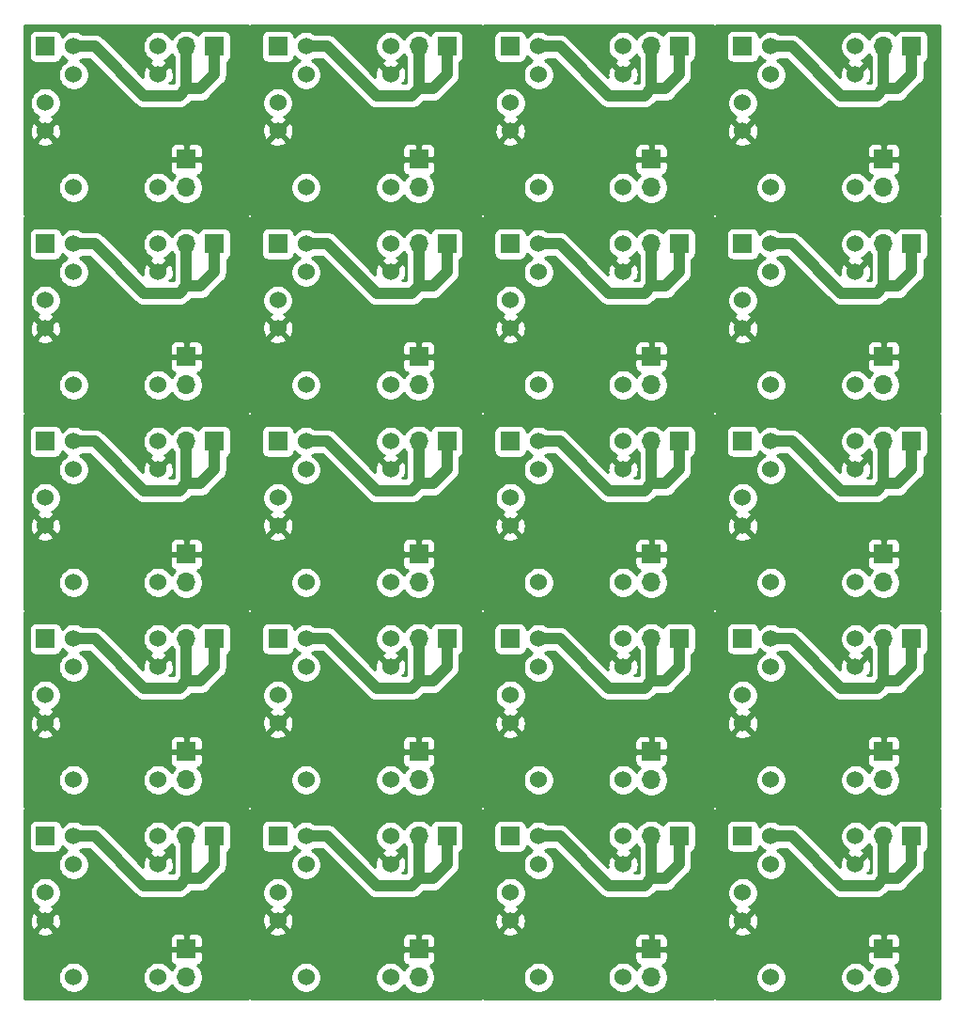
<source format=gbl>
G04 #@! TF.GenerationSoftware,KiCad,Pcbnew,(5.1.6)-1*
G04 #@! TF.CreationDate,2020-06-25T08:25:07+09:00*
G04 #@! TF.ProjectId,NOT___,4e4f5462-d851-42e6-9b69-6361645f7063,rev?*
G04 #@! TF.SameCoordinates,Original*
G04 #@! TF.FileFunction,Copper,L2,Bot*
G04 #@! TF.FilePolarity,Positive*
%FSLAX46Y46*%
G04 Gerber Fmt 4.6, Leading zero omitted, Abs format (unit mm)*
G04 Created by KiCad (PCBNEW (5.1.6)-1) date 2020-06-25 08:25:07*
%MOMM*%
%LPD*%
G01*
G04 APERTURE LIST*
G04 #@! TA.AperFunction,ComponentPad*
%ADD10R,1.700000X1.700000*%
G04 #@! TD*
G04 #@! TA.AperFunction,ComponentPad*
%ADD11O,1.700000X1.700000*%
G04 #@! TD*
G04 #@! TA.AperFunction,ComponentPad*
%ADD12C,1.524000*%
G04 #@! TD*
G04 #@! TA.AperFunction,Conductor*
%ADD13C,1.000000*%
G04 #@! TD*
G04 #@! TA.AperFunction,Conductor*
%ADD14C,0.254000*%
G04 #@! TD*
G04 APERTURE END LIST*
D10*
X116190000Y-106045000D03*
D11*
X113650000Y-106045000D03*
D10*
X95240000Y-106045000D03*
D11*
X92700000Y-106045000D03*
D10*
X74290000Y-106045000D03*
D11*
X71750000Y-106045000D03*
D10*
X53340000Y-106045000D03*
D11*
X50800000Y-106045000D03*
D10*
X116190000Y-88265000D03*
D11*
X113650000Y-88265000D03*
D10*
X95240000Y-88265000D03*
D11*
X92700000Y-88265000D03*
D10*
X74290000Y-88265000D03*
D11*
X71750000Y-88265000D03*
D10*
X53340000Y-88265000D03*
D11*
X50800000Y-88265000D03*
D10*
X116190000Y-70485000D03*
D11*
X113650000Y-70485000D03*
D10*
X95240000Y-70485000D03*
D11*
X92700000Y-70485000D03*
D10*
X74290000Y-70485000D03*
D11*
X71750000Y-70485000D03*
D10*
X53340000Y-70485000D03*
D11*
X50800000Y-70485000D03*
D10*
X116190000Y-52705000D03*
D11*
X113650000Y-52705000D03*
D10*
X95240000Y-52705000D03*
D11*
X92700000Y-52705000D03*
D10*
X74290000Y-52705000D03*
D11*
X71750000Y-52705000D03*
D10*
X53340000Y-52705000D03*
D11*
X50800000Y-52705000D03*
D10*
X116190000Y-34925000D03*
D11*
X113650000Y-34925000D03*
D10*
X95240000Y-34925000D03*
D11*
X92700000Y-34925000D03*
D10*
X74290000Y-34925000D03*
D11*
X71750000Y-34925000D03*
D10*
X100950000Y-106045000D03*
X80000000Y-106045000D03*
X59050000Y-106045000D03*
X38100000Y-106045000D03*
X100950000Y-88265000D03*
X80000000Y-88265000D03*
X59050000Y-88265000D03*
X38100000Y-88265000D03*
X100950000Y-70485000D03*
X80000000Y-70485000D03*
X59050000Y-70485000D03*
X38100000Y-70485000D03*
X100950000Y-52705000D03*
X80000000Y-52705000D03*
X59050000Y-52705000D03*
X38100000Y-52705000D03*
X100950000Y-34925000D03*
X80000000Y-34925000D03*
X59050000Y-34925000D03*
D12*
X103490000Y-106045000D03*
X111110000Y-106045000D03*
X111110000Y-108585000D03*
X103490000Y-108585000D03*
X103490000Y-118745000D03*
X111110000Y-118745000D03*
X82540000Y-106045000D03*
X90160000Y-106045000D03*
X90160000Y-108585000D03*
X82540000Y-108585000D03*
X82540000Y-118745000D03*
X90160000Y-118745000D03*
X61590000Y-106045000D03*
X69210000Y-106045000D03*
X69210000Y-108585000D03*
X61590000Y-108585000D03*
X61590000Y-118745000D03*
X69210000Y-118745000D03*
X40640000Y-106045000D03*
X48260000Y-106045000D03*
X48260000Y-108585000D03*
X40640000Y-108585000D03*
X40640000Y-118745000D03*
X48260000Y-118745000D03*
X103490000Y-88265000D03*
X111110000Y-88265000D03*
X111110000Y-90805000D03*
X103490000Y-90805000D03*
X103490000Y-100965000D03*
X111110000Y-100965000D03*
X82540000Y-88265000D03*
X90160000Y-88265000D03*
X90160000Y-90805000D03*
X82540000Y-90805000D03*
X82540000Y-100965000D03*
X90160000Y-100965000D03*
X61590000Y-88265000D03*
X69210000Y-88265000D03*
X69210000Y-90805000D03*
X61590000Y-90805000D03*
X61590000Y-100965000D03*
X69210000Y-100965000D03*
X40640000Y-88265000D03*
X48260000Y-88265000D03*
X48260000Y-90805000D03*
X40640000Y-90805000D03*
X40640000Y-100965000D03*
X48260000Y-100965000D03*
X103490000Y-70485000D03*
X111110000Y-70485000D03*
X111110000Y-73025000D03*
X103490000Y-73025000D03*
X103490000Y-83185000D03*
X111110000Y-83185000D03*
X82540000Y-70485000D03*
X90160000Y-70485000D03*
X90160000Y-73025000D03*
X82540000Y-73025000D03*
X82540000Y-83185000D03*
X90160000Y-83185000D03*
X61590000Y-70485000D03*
X69210000Y-70485000D03*
X69210000Y-73025000D03*
X61590000Y-73025000D03*
X61590000Y-83185000D03*
X69210000Y-83185000D03*
X40640000Y-70485000D03*
X48260000Y-70485000D03*
X48260000Y-73025000D03*
X40640000Y-73025000D03*
X40640000Y-83185000D03*
X48260000Y-83185000D03*
X103490000Y-52705000D03*
X111110000Y-52705000D03*
X111110000Y-55245000D03*
X103490000Y-55245000D03*
X103490000Y-65405000D03*
X111110000Y-65405000D03*
X82540000Y-52705000D03*
X90160000Y-52705000D03*
X90160000Y-55245000D03*
X82540000Y-55245000D03*
X82540000Y-65405000D03*
X90160000Y-65405000D03*
X61590000Y-52705000D03*
X69210000Y-52705000D03*
X69210000Y-55245000D03*
X61590000Y-55245000D03*
X61590000Y-65405000D03*
X69210000Y-65405000D03*
X40640000Y-52705000D03*
X48260000Y-52705000D03*
X48260000Y-55245000D03*
X40640000Y-55245000D03*
X40640000Y-65405000D03*
X48260000Y-65405000D03*
X103490000Y-34925000D03*
X111110000Y-34925000D03*
X111110000Y-37465000D03*
X103490000Y-37465000D03*
X103490000Y-47625000D03*
X111110000Y-47625000D03*
X82540000Y-34925000D03*
X90160000Y-34925000D03*
X90160000Y-37465000D03*
X82540000Y-37465000D03*
X82540000Y-47625000D03*
X90160000Y-47625000D03*
X61590000Y-34925000D03*
X69210000Y-34925000D03*
X69210000Y-37465000D03*
X61590000Y-37465000D03*
X61590000Y-47625000D03*
X69210000Y-47625000D03*
D11*
X113650000Y-118745000D03*
D10*
X113650000Y-116205000D03*
D11*
X92700000Y-118745000D03*
D10*
X92700000Y-116205000D03*
D11*
X71750000Y-118745000D03*
D10*
X71750000Y-116205000D03*
D11*
X50800000Y-118745000D03*
D10*
X50800000Y-116205000D03*
D11*
X113650000Y-100965000D03*
D10*
X113650000Y-98425000D03*
D11*
X92700000Y-100965000D03*
D10*
X92700000Y-98425000D03*
D11*
X71750000Y-100965000D03*
D10*
X71750000Y-98425000D03*
D11*
X50800000Y-100965000D03*
D10*
X50800000Y-98425000D03*
D11*
X113650000Y-83185000D03*
D10*
X113650000Y-80645000D03*
D11*
X92700000Y-83185000D03*
D10*
X92700000Y-80645000D03*
D11*
X71750000Y-83185000D03*
D10*
X71750000Y-80645000D03*
D11*
X50800000Y-83185000D03*
D10*
X50800000Y-80645000D03*
D11*
X113650000Y-65405000D03*
D10*
X113650000Y-62865000D03*
D11*
X92700000Y-65405000D03*
D10*
X92700000Y-62865000D03*
D11*
X71750000Y-65405000D03*
D10*
X71750000Y-62865000D03*
D11*
X50800000Y-65405000D03*
D10*
X50800000Y-62865000D03*
D11*
X113650000Y-47625000D03*
D10*
X113650000Y-45085000D03*
D11*
X92700000Y-47625000D03*
D10*
X92700000Y-45085000D03*
D11*
X71750000Y-47625000D03*
D10*
X71750000Y-45085000D03*
D12*
X100950000Y-111125000D03*
X100950000Y-113665000D03*
X80000000Y-111125000D03*
X80000000Y-113665000D03*
X59050000Y-111125000D03*
X59050000Y-113665000D03*
X38100000Y-111125000D03*
X38100000Y-113665000D03*
X100950000Y-93345000D03*
X100950000Y-95885000D03*
X80000000Y-93345000D03*
X80000000Y-95885000D03*
X59050000Y-93345000D03*
X59050000Y-95885000D03*
X38100000Y-93345000D03*
X38100000Y-95885000D03*
X100950000Y-75565000D03*
X100950000Y-78105000D03*
X80000000Y-75565000D03*
X80000000Y-78105000D03*
X59050000Y-75565000D03*
X59050000Y-78105000D03*
X38100000Y-75565000D03*
X38100000Y-78105000D03*
X100950000Y-57785000D03*
X100950000Y-60325000D03*
X80000000Y-57785000D03*
X80000000Y-60325000D03*
X59050000Y-57785000D03*
X59050000Y-60325000D03*
X38100000Y-57785000D03*
X38100000Y-60325000D03*
X100950000Y-40005000D03*
X100950000Y-42545000D03*
X80000000Y-40005000D03*
X80000000Y-42545000D03*
X59050000Y-40005000D03*
X59050000Y-42545000D03*
D10*
X38100000Y-34925000D03*
D12*
X38100000Y-42545000D03*
X38100000Y-40005000D03*
D11*
X50800000Y-34925000D03*
D10*
X53340000Y-34925000D03*
X50800000Y-45085000D03*
D11*
X50800000Y-47625000D03*
D12*
X48260000Y-47625000D03*
X40640000Y-47625000D03*
X40640000Y-37465000D03*
X48260000Y-37465000D03*
X48260000Y-34925000D03*
X40640000Y-34925000D03*
D13*
X40640000Y-34925000D02*
X42545000Y-34925000D01*
X42545000Y-34925000D02*
X46990000Y-39370000D01*
X46990000Y-39370000D02*
X50165000Y-39370000D01*
X50165000Y-39370000D02*
X50800000Y-38735000D01*
X50800000Y-38735000D02*
X50800000Y-34925000D01*
X50800000Y-38735000D02*
X52070000Y-38735000D01*
X53340000Y-37465000D02*
X53340000Y-34925000D01*
X52070000Y-38735000D02*
X53340000Y-37465000D01*
X63495000Y-34925000D02*
X67940000Y-39370000D01*
X84445000Y-34925000D02*
X88890000Y-39370000D01*
X105395000Y-34925000D02*
X109840000Y-39370000D01*
X42545000Y-52705000D02*
X46990000Y-57150000D01*
X63495000Y-52705000D02*
X67940000Y-57150000D01*
X84445000Y-52705000D02*
X88890000Y-57150000D01*
X105395000Y-52705000D02*
X109840000Y-57150000D01*
X42545000Y-70485000D02*
X46990000Y-74930000D01*
X63495000Y-70485000D02*
X67940000Y-74930000D01*
X84445000Y-70485000D02*
X88890000Y-74930000D01*
X105395000Y-70485000D02*
X109840000Y-74930000D01*
X42545000Y-88265000D02*
X46990000Y-92710000D01*
X63495000Y-88265000D02*
X67940000Y-92710000D01*
X84445000Y-88265000D02*
X88890000Y-92710000D01*
X105395000Y-88265000D02*
X109840000Y-92710000D01*
X42545000Y-106045000D02*
X46990000Y-110490000D01*
X63495000Y-106045000D02*
X67940000Y-110490000D01*
X84445000Y-106045000D02*
X88890000Y-110490000D01*
X105395000Y-106045000D02*
X109840000Y-110490000D01*
X67940000Y-39370000D02*
X71115000Y-39370000D01*
X88890000Y-39370000D02*
X92065000Y-39370000D01*
X109840000Y-39370000D02*
X113015000Y-39370000D01*
X46990000Y-57150000D02*
X50165000Y-57150000D01*
X67940000Y-57150000D02*
X71115000Y-57150000D01*
X88890000Y-57150000D02*
X92065000Y-57150000D01*
X109840000Y-57150000D02*
X113015000Y-57150000D01*
X46990000Y-74930000D02*
X50165000Y-74930000D01*
X67940000Y-74930000D02*
X71115000Y-74930000D01*
X88890000Y-74930000D02*
X92065000Y-74930000D01*
X109840000Y-74930000D02*
X113015000Y-74930000D01*
X46990000Y-92710000D02*
X50165000Y-92710000D01*
X67940000Y-92710000D02*
X71115000Y-92710000D01*
X88890000Y-92710000D02*
X92065000Y-92710000D01*
X109840000Y-92710000D02*
X113015000Y-92710000D01*
X46990000Y-110490000D02*
X50165000Y-110490000D01*
X67940000Y-110490000D02*
X71115000Y-110490000D01*
X88890000Y-110490000D02*
X92065000Y-110490000D01*
X109840000Y-110490000D02*
X113015000Y-110490000D01*
X71115000Y-39370000D02*
X71750000Y-38735000D01*
X92065000Y-39370000D02*
X92700000Y-38735000D01*
X113015000Y-39370000D02*
X113650000Y-38735000D01*
X50165000Y-57150000D02*
X50800000Y-56515000D01*
X71115000Y-57150000D02*
X71750000Y-56515000D01*
X92065000Y-57150000D02*
X92700000Y-56515000D01*
X113015000Y-57150000D02*
X113650000Y-56515000D01*
X50165000Y-74930000D02*
X50800000Y-74295000D01*
X71115000Y-74930000D02*
X71750000Y-74295000D01*
X92065000Y-74930000D02*
X92700000Y-74295000D01*
X113015000Y-74930000D02*
X113650000Y-74295000D01*
X50165000Y-92710000D02*
X50800000Y-92075000D01*
X71115000Y-92710000D02*
X71750000Y-92075000D01*
X92065000Y-92710000D02*
X92700000Y-92075000D01*
X113015000Y-92710000D02*
X113650000Y-92075000D01*
X50165000Y-110490000D02*
X50800000Y-109855000D01*
X71115000Y-110490000D02*
X71750000Y-109855000D01*
X92065000Y-110490000D02*
X92700000Y-109855000D01*
X113015000Y-110490000D02*
X113650000Y-109855000D01*
X71750000Y-38735000D02*
X73020000Y-38735000D01*
X92700000Y-38735000D02*
X93970000Y-38735000D01*
X113650000Y-38735000D02*
X114920000Y-38735000D01*
X50800000Y-56515000D02*
X52070000Y-56515000D01*
X71750000Y-56515000D02*
X73020000Y-56515000D01*
X92700000Y-56515000D02*
X93970000Y-56515000D01*
X113650000Y-56515000D02*
X114920000Y-56515000D01*
X50800000Y-74295000D02*
X52070000Y-74295000D01*
X71750000Y-74295000D02*
X73020000Y-74295000D01*
X92700000Y-74295000D02*
X93970000Y-74295000D01*
X113650000Y-74295000D02*
X114920000Y-74295000D01*
X50800000Y-92075000D02*
X52070000Y-92075000D01*
X71750000Y-92075000D02*
X73020000Y-92075000D01*
X92700000Y-92075000D02*
X93970000Y-92075000D01*
X113650000Y-92075000D02*
X114920000Y-92075000D01*
X50800000Y-109855000D02*
X52070000Y-109855000D01*
X71750000Y-109855000D02*
X73020000Y-109855000D01*
X92700000Y-109855000D02*
X93970000Y-109855000D01*
X113650000Y-109855000D02*
X114920000Y-109855000D01*
X74290000Y-37465000D02*
X74290000Y-34925000D01*
X95240000Y-37465000D02*
X95240000Y-34925000D01*
X116190000Y-37465000D02*
X116190000Y-34925000D01*
X53340000Y-55245000D02*
X53340000Y-52705000D01*
X74290000Y-55245000D02*
X74290000Y-52705000D01*
X95240000Y-55245000D02*
X95240000Y-52705000D01*
X116190000Y-55245000D02*
X116190000Y-52705000D01*
X53340000Y-73025000D02*
X53340000Y-70485000D01*
X74290000Y-73025000D02*
X74290000Y-70485000D01*
X95240000Y-73025000D02*
X95240000Y-70485000D01*
X116190000Y-73025000D02*
X116190000Y-70485000D01*
X53340000Y-90805000D02*
X53340000Y-88265000D01*
X74290000Y-90805000D02*
X74290000Y-88265000D01*
X95240000Y-90805000D02*
X95240000Y-88265000D01*
X116190000Y-90805000D02*
X116190000Y-88265000D01*
X53340000Y-108585000D02*
X53340000Y-106045000D01*
X74290000Y-108585000D02*
X74290000Y-106045000D01*
X95240000Y-108585000D02*
X95240000Y-106045000D01*
X116190000Y-108585000D02*
X116190000Y-106045000D01*
X73020000Y-38735000D02*
X74290000Y-37465000D01*
X93970000Y-38735000D02*
X95240000Y-37465000D01*
X114920000Y-38735000D02*
X116190000Y-37465000D01*
X52070000Y-56515000D02*
X53340000Y-55245000D01*
X73020000Y-56515000D02*
X74290000Y-55245000D01*
X93970000Y-56515000D02*
X95240000Y-55245000D01*
X114920000Y-56515000D02*
X116190000Y-55245000D01*
X52070000Y-74295000D02*
X53340000Y-73025000D01*
X73020000Y-74295000D02*
X74290000Y-73025000D01*
X93970000Y-74295000D02*
X95240000Y-73025000D01*
X114920000Y-74295000D02*
X116190000Y-73025000D01*
X52070000Y-92075000D02*
X53340000Y-90805000D01*
X73020000Y-92075000D02*
X74290000Y-90805000D01*
X93970000Y-92075000D02*
X95240000Y-90805000D01*
X114920000Y-92075000D02*
X116190000Y-90805000D01*
X52070000Y-109855000D02*
X53340000Y-108585000D01*
X73020000Y-109855000D02*
X74290000Y-108585000D01*
X93970000Y-109855000D02*
X95240000Y-108585000D01*
X114920000Y-109855000D02*
X116190000Y-108585000D01*
X71750000Y-38735000D02*
X71750000Y-34925000D01*
X92700000Y-38735000D02*
X92700000Y-34925000D01*
X113650000Y-38735000D02*
X113650000Y-34925000D01*
X50800000Y-56515000D02*
X50800000Y-52705000D01*
X71750000Y-56515000D02*
X71750000Y-52705000D01*
X92700000Y-56515000D02*
X92700000Y-52705000D01*
X113650000Y-56515000D02*
X113650000Y-52705000D01*
X50800000Y-74295000D02*
X50800000Y-70485000D01*
X71750000Y-74295000D02*
X71750000Y-70485000D01*
X92700000Y-74295000D02*
X92700000Y-70485000D01*
X113650000Y-74295000D02*
X113650000Y-70485000D01*
X50800000Y-92075000D02*
X50800000Y-88265000D01*
X71750000Y-92075000D02*
X71750000Y-88265000D01*
X92700000Y-92075000D02*
X92700000Y-88265000D01*
X113650000Y-92075000D02*
X113650000Y-88265000D01*
X50800000Y-109855000D02*
X50800000Y-106045000D01*
X71750000Y-109855000D02*
X71750000Y-106045000D01*
X92700000Y-109855000D02*
X92700000Y-106045000D01*
X113650000Y-109855000D02*
X113650000Y-106045000D01*
X61590000Y-34925000D02*
X63495000Y-34925000D01*
X82540000Y-34925000D02*
X84445000Y-34925000D01*
X103490000Y-34925000D02*
X105395000Y-34925000D01*
X40640000Y-52705000D02*
X42545000Y-52705000D01*
X61590000Y-52705000D02*
X63495000Y-52705000D01*
X82540000Y-52705000D02*
X84445000Y-52705000D01*
X103490000Y-52705000D02*
X105395000Y-52705000D01*
X40640000Y-70485000D02*
X42545000Y-70485000D01*
X61590000Y-70485000D02*
X63495000Y-70485000D01*
X82540000Y-70485000D02*
X84445000Y-70485000D01*
X103490000Y-70485000D02*
X105395000Y-70485000D01*
X40640000Y-88265000D02*
X42545000Y-88265000D01*
X61590000Y-88265000D02*
X63495000Y-88265000D01*
X82540000Y-88265000D02*
X84445000Y-88265000D01*
X103490000Y-88265000D02*
X105395000Y-88265000D01*
X40640000Y-106045000D02*
X42545000Y-106045000D01*
X61590000Y-106045000D02*
X63495000Y-106045000D01*
X82540000Y-106045000D02*
X84445000Y-106045000D01*
X103490000Y-106045000D02*
X105395000Y-106045000D01*
D14*
G36*
X56388000Y-50038000D02*
G01*
X36220000Y-50038000D01*
X36220000Y-47487408D01*
X39243000Y-47487408D01*
X39243000Y-47762592D01*
X39296686Y-48032490D01*
X39401995Y-48286727D01*
X39554880Y-48515535D01*
X39749465Y-48710120D01*
X39978273Y-48863005D01*
X40232510Y-48968314D01*
X40502408Y-49022000D01*
X40777592Y-49022000D01*
X41047490Y-48968314D01*
X41301727Y-48863005D01*
X41530535Y-48710120D01*
X41725120Y-48515535D01*
X41878005Y-48286727D01*
X41983314Y-48032490D01*
X42037000Y-47762592D01*
X42037000Y-47487408D01*
X46863000Y-47487408D01*
X46863000Y-47762592D01*
X46916686Y-48032490D01*
X47021995Y-48286727D01*
X47174880Y-48515535D01*
X47369465Y-48710120D01*
X47598273Y-48863005D01*
X47852510Y-48968314D01*
X48122408Y-49022000D01*
X48397592Y-49022000D01*
X48667490Y-48968314D01*
X48921727Y-48863005D01*
X49150535Y-48710120D01*
X49345120Y-48515535D01*
X49478707Y-48315608D01*
X49484010Y-48328411D01*
X49646525Y-48571632D01*
X49853368Y-48778475D01*
X50096589Y-48940990D01*
X50366842Y-49052932D01*
X50653740Y-49110000D01*
X50946260Y-49110000D01*
X51233158Y-49052932D01*
X51503411Y-48940990D01*
X51746632Y-48778475D01*
X51953475Y-48571632D01*
X52115990Y-48328411D01*
X52227932Y-48058158D01*
X52285000Y-47771260D01*
X52285000Y-47478740D01*
X52227932Y-47191842D01*
X52115990Y-46921589D01*
X51953475Y-46678368D01*
X51821620Y-46546513D01*
X51894180Y-46524502D01*
X52004494Y-46465537D01*
X52101185Y-46386185D01*
X52180537Y-46289494D01*
X52239502Y-46179180D01*
X52275812Y-46059482D01*
X52288072Y-45935000D01*
X52285000Y-45370750D01*
X52126250Y-45212000D01*
X50927000Y-45212000D01*
X50927000Y-45232000D01*
X50673000Y-45232000D01*
X50673000Y-45212000D01*
X49473750Y-45212000D01*
X49315000Y-45370750D01*
X49311928Y-45935000D01*
X49324188Y-46059482D01*
X49360498Y-46179180D01*
X49419463Y-46289494D01*
X49498815Y-46386185D01*
X49595506Y-46465537D01*
X49705820Y-46524502D01*
X49778380Y-46546513D01*
X49646525Y-46678368D01*
X49484010Y-46921589D01*
X49478707Y-46934392D01*
X49345120Y-46734465D01*
X49150535Y-46539880D01*
X48921727Y-46386995D01*
X48667490Y-46281686D01*
X48397592Y-46228000D01*
X48122408Y-46228000D01*
X47852510Y-46281686D01*
X47598273Y-46386995D01*
X47369465Y-46539880D01*
X47174880Y-46734465D01*
X47021995Y-46963273D01*
X46916686Y-47217510D01*
X46863000Y-47487408D01*
X42037000Y-47487408D01*
X41983314Y-47217510D01*
X41878005Y-46963273D01*
X41725120Y-46734465D01*
X41530535Y-46539880D01*
X41301727Y-46386995D01*
X41047490Y-46281686D01*
X40777592Y-46228000D01*
X40502408Y-46228000D01*
X40232510Y-46281686D01*
X39978273Y-46386995D01*
X39749465Y-46539880D01*
X39554880Y-46734465D01*
X39401995Y-46963273D01*
X39296686Y-47217510D01*
X39243000Y-47487408D01*
X36220000Y-47487408D01*
X36220000Y-44235000D01*
X49311928Y-44235000D01*
X49315000Y-44799250D01*
X49473750Y-44958000D01*
X50673000Y-44958000D01*
X50673000Y-43758750D01*
X50927000Y-43758750D01*
X50927000Y-44958000D01*
X52126250Y-44958000D01*
X52285000Y-44799250D01*
X52288072Y-44235000D01*
X52275812Y-44110518D01*
X52239502Y-43990820D01*
X52180537Y-43880506D01*
X52101185Y-43783815D01*
X52004494Y-43704463D01*
X51894180Y-43645498D01*
X51774482Y-43609188D01*
X51650000Y-43596928D01*
X51085750Y-43600000D01*
X50927000Y-43758750D01*
X50673000Y-43758750D01*
X50514250Y-43600000D01*
X49950000Y-43596928D01*
X49825518Y-43609188D01*
X49705820Y-43645498D01*
X49595506Y-43704463D01*
X49498815Y-43783815D01*
X49419463Y-43880506D01*
X49360498Y-43990820D01*
X49324188Y-44110518D01*
X49311928Y-44235000D01*
X36220000Y-44235000D01*
X36220000Y-43510565D01*
X37314040Y-43510565D01*
X37381020Y-43750656D01*
X37630048Y-43867756D01*
X37897135Y-43934023D01*
X38172017Y-43946910D01*
X38444133Y-43905922D01*
X38703023Y-43812636D01*
X38818980Y-43750656D01*
X38885960Y-43510565D01*
X38100000Y-42724605D01*
X37314040Y-43510565D01*
X36220000Y-43510565D01*
X36220000Y-42617017D01*
X36698090Y-42617017D01*
X36739078Y-42889133D01*
X36832364Y-43148023D01*
X36894344Y-43263980D01*
X37134435Y-43330960D01*
X37920395Y-42545000D01*
X38279605Y-42545000D01*
X39065565Y-43330960D01*
X39305656Y-43263980D01*
X39422756Y-43014952D01*
X39489023Y-42747865D01*
X39501910Y-42472983D01*
X39460922Y-42200867D01*
X39367636Y-41941977D01*
X39305656Y-41826020D01*
X39065565Y-41759040D01*
X38279605Y-42545000D01*
X37920395Y-42545000D01*
X37134435Y-41759040D01*
X36894344Y-41826020D01*
X36777244Y-42075048D01*
X36710977Y-42342135D01*
X36698090Y-42617017D01*
X36220000Y-42617017D01*
X36220000Y-39867408D01*
X36703000Y-39867408D01*
X36703000Y-40142592D01*
X36756686Y-40412490D01*
X36861995Y-40666727D01*
X37014880Y-40895535D01*
X37209465Y-41090120D01*
X37438273Y-41243005D01*
X37509943Y-41272692D01*
X37496977Y-41277364D01*
X37381020Y-41339344D01*
X37314040Y-41579435D01*
X38100000Y-42365395D01*
X38885960Y-41579435D01*
X38818980Y-41339344D01*
X38683240Y-41275515D01*
X38761727Y-41243005D01*
X38990535Y-41090120D01*
X39185120Y-40895535D01*
X39338005Y-40666727D01*
X39443314Y-40412490D01*
X39497000Y-40142592D01*
X39497000Y-39867408D01*
X39443314Y-39597510D01*
X39338005Y-39343273D01*
X39185120Y-39114465D01*
X38990535Y-38919880D01*
X38761727Y-38766995D01*
X38507490Y-38661686D01*
X38237592Y-38608000D01*
X37962408Y-38608000D01*
X37692510Y-38661686D01*
X37438273Y-38766995D01*
X37209465Y-38919880D01*
X37014880Y-39114465D01*
X36861995Y-39343273D01*
X36756686Y-39597510D01*
X36703000Y-39867408D01*
X36220000Y-39867408D01*
X36220000Y-34075000D01*
X36611928Y-34075000D01*
X36611928Y-35775000D01*
X36624188Y-35899482D01*
X36660498Y-36019180D01*
X36719463Y-36129494D01*
X36798815Y-36226185D01*
X36895506Y-36305537D01*
X37005820Y-36364502D01*
X37125518Y-36400812D01*
X37250000Y-36413072D01*
X38950000Y-36413072D01*
X39074482Y-36400812D01*
X39194180Y-36364502D01*
X39304494Y-36305537D01*
X39401185Y-36226185D01*
X39480537Y-36129494D01*
X39539502Y-36019180D01*
X39575812Y-35899482D01*
X39581462Y-35842117D01*
X39749465Y-36010120D01*
X39978273Y-36163005D01*
X40055515Y-36195000D01*
X39978273Y-36226995D01*
X39749465Y-36379880D01*
X39554880Y-36574465D01*
X39401995Y-36803273D01*
X39296686Y-37057510D01*
X39243000Y-37327408D01*
X39243000Y-37602592D01*
X39296686Y-37872490D01*
X39401995Y-38126727D01*
X39554880Y-38355535D01*
X39749465Y-38550120D01*
X39978273Y-38703005D01*
X40232510Y-38808314D01*
X40502408Y-38862000D01*
X40777592Y-38862000D01*
X41047490Y-38808314D01*
X41301727Y-38703005D01*
X41530535Y-38550120D01*
X41725120Y-38355535D01*
X41878005Y-38126727D01*
X41983314Y-37872490D01*
X42037000Y-37602592D01*
X42037000Y-37327408D01*
X41983314Y-37057510D01*
X41878005Y-36803273D01*
X41725120Y-36574465D01*
X41530535Y-36379880D01*
X41301727Y-36226995D01*
X41224485Y-36195000D01*
X41301727Y-36163005D01*
X41455884Y-36060000D01*
X42074869Y-36060000D01*
X46148009Y-40133141D01*
X46183551Y-40176449D01*
X46356377Y-40318284D01*
X46553553Y-40423676D01*
X46767501Y-40488577D01*
X46934248Y-40505000D01*
X46934257Y-40505000D01*
X46989999Y-40510490D01*
X47045741Y-40505000D01*
X50109249Y-40505000D01*
X50165000Y-40510491D01*
X50220751Y-40505000D01*
X50220752Y-40505000D01*
X50387499Y-40488577D01*
X50601447Y-40423676D01*
X50798623Y-40318284D01*
X50971449Y-40176449D01*
X51006995Y-40133136D01*
X51270131Y-39870000D01*
X52014249Y-39870000D01*
X52070000Y-39875491D01*
X52125751Y-39870000D01*
X52125752Y-39870000D01*
X52292499Y-39853577D01*
X52506447Y-39788676D01*
X52703623Y-39683284D01*
X52876449Y-39541449D01*
X52911996Y-39498135D01*
X54103140Y-38306992D01*
X54146449Y-38271449D01*
X54288284Y-38098623D01*
X54393676Y-37901447D01*
X54458577Y-37687499D01*
X54475000Y-37520752D01*
X54475000Y-37520745D01*
X54480490Y-37465001D01*
X54475000Y-37409257D01*
X54475000Y-36342683D01*
X54544494Y-36305537D01*
X54641185Y-36226185D01*
X54720537Y-36129494D01*
X54779502Y-36019180D01*
X54815812Y-35899482D01*
X54828072Y-35775000D01*
X54828072Y-34075000D01*
X54815812Y-33950518D01*
X54779502Y-33830820D01*
X54720537Y-33720506D01*
X54641185Y-33623815D01*
X54544494Y-33544463D01*
X54434180Y-33485498D01*
X54314482Y-33449188D01*
X54190000Y-33436928D01*
X52490000Y-33436928D01*
X52365518Y-33449188D01*
X52245820Y-33485498D01*
X52135506Y-33544463D01*
X52038815Y-33623815D01*
X51959463Y-33720506D01*
X51900498Y-33830820D01*
X51878487Y-33903380D01*
X51746632Y-33771525D01*
X51503411Y-33609010D01*
X51233158Y-33497068D01*
X50946260Y-33440000D01*
X50653740Y-33440000D01*
X50366842Y-33497068D01*
X50096589Y-33609010D01*
X49853368Y-33771525D01*
X49646525Y-33978368D01*
X49484010Y-34221589D01*
X49478707Y-34234392D01*
X49345120Y-34034465D01*
X49150535Y-33839880D01*
X48921727Y-33686995D01*
X48667490Y-33581686D01*
X48397592Y-33528000D01*
X48122408Y-33528000D01*
X47852510Y-33581686D01*
X47598273Y-33686995D01*
X47369465Y-33839880D01*
X47174880Y-34034465D01*
X47021995Y-34263273D01*
X46916686Y-34517510D01*
X46863000Y-34787408D01*
X46863000Y-35062592D01*
X46916686Y-35332490D01*
X47021995Y-35586727D01*
X47174880Y-35815535D01*
X47369465Y-36010120D01*
X47598273Y-36163005D01*
X47669943Y-36192692D01*
X47656977Y-36197364D01*
X47541020Y-36259344D01*
X47474040Y-36499435D01*
X48260000Y-37285395D01*
X49045960Y-36499435D01*
X48978980Y-36259344D01*
X48843240Y-36195515D01*
X48921727Y-36163005D01*
X49150535Y-36010120D01*
X49345120Y-35815535D01*
X49478707Y-35615608D01*
X49484010Y-35628411D01*
X49646525Y-35871632D01*
X49665001Y-35890108D01*
X49665000Y-38235000D01*
X49282774Y-38235000D01*
X49465656Y-38183980D01*
X49582756Y-37934952D01*
X49649023Y-37667865D01*
X49661910Y-37392983D01*
X49620922Y-37120867D01*
X49527636Y-36861977D01*
X49465656Y-36746020D01*
X49225565Y-36679040D01*
X48439605Y-37465000D01*
X48453748Y-37479143D01*
X48274143Y-37658748D01*
X48260000Y-37644605D01*
X48245858Y-37658748D01*
X48066253Y-37479143D01*
X48080395Y-37465000D01*
X47294435Y-36679040D01*
X47054344Y-36746020D01*
X46937244Y-36995048D01*
X46870977Y-37262135D01*
X46858090Y-37537017D01*
X46875104Y-37649972D01*
X43386996Y-34161865D01*
X43351449Y-34118551D01*
X43178623Y-33976716D01*
X42981447Y-33871324D01*
X42767499Y-33806423D01*
X42600752Y-33790000D01*
X42600751Y-33790000D01*
X42545000Y-33784509D01*
X42489249Y-33790000D01*
X41455884Y-33790000D01*
X41301727Y-33686995D01*
X41047490Y-33581686D01*
X40777592Y-33528000D01*
X40502408Y-33528000D01*
X40232510Y-33581686D01*
X39978273Y-33686995D01*
X39749465Y-33839880D01*
X39581462Y-34007883D01*
X39575812Y-33950518D01*
X39539502Y-33830820D01*
X39480537Y-33720506D01*
X39401185Y-33623815D01*
X39304494Y-33544463D01*
X39194180Y-33485498D01*
X39074482Y-33449188D01*
X38950000Y-33436928D01*
X37250000Y-33436928D01*
X37125518Y-33449188D01*
X37005820Y-33485498D01*
X36895506Y-33544463D01*
X36798815Y-33623815D01*
X36719463Y-33720506D01*
X36660498Y-33830820D01*
X36624188Y-33950518D01*
X36611928Y-34075000D01*
X36220000Y-34075000D01*
X36220000Y-33045000D01*
X56388000Y-33045000D01*
X56388000Y-50038000D01*
G37*
X56388000Y-50038000D02*
X36220000Y-50038000D01*
X36220000Y-47487408D01*
X39243000Y-47487408D01*
X39243000Y-47762592D01*
X39296686Y-48032490D01*
X39401995Y-48286727D01*
X39554880Y-48515535D01*
X39749465Y-48710120D01*
X39978273Y-48863005D01*
X40232510Y-48968314D01*
X40502408Y-49022000D01*
X40777592Y-49022000D01*
X41047490Y-48968314D01*
X41301727Y-48863005D01*
X41530535Y-48710120D01*
X41725120Y-48515535D01*
X41878005Y-48286727D01*
X41983314Y-48032490D01*
X42037000Y-47762592D01*
X42037000Y-47487408D01*
X46863000Y-47487408D01*
X46863000Y-47762592D01*
X46916686Y-48032490D01*
X47021995Y-48286727D01*
X47174880Y-48515535D01*
X47369465Y-48710120D01*
X47598273Y-48863005D01*
X47852510Y-48968314D01*
X48122408Y-49022000D01*
X48397592Y-49022000D01*
X48667490Y-48968314D01*
X48921727Y-48863005D01*
X49150535Y-48710120D01*
X49345120Y-48515535D01*
X49478707Y-48315608D01*
X49484010Y-48328411D01*
X49646525Y-48571632D01*
X49853368Y-48778475D01*
X50096589Y-48940990D01*
X50366842Y-49052932D01*
X50653740Y-49110000D01*
X50946260Y-49110000D01*
X51233158Y-49052932D01*
X51503411Y-48940990D01*
X51746632Y-48778475D01*
X51953475Y-48571632D01*
X52115990Y-48328411D01*
X52227932Y-48058158D01*
X52285000Y-47771260D01*
X52285000Y-47478740D01*
X52227932Y-47191842D01*
X52115990Y-46921589D01*
X51953475Y-46678368D01*
X51821620Y-46546513D01*
X51894180Y-46524502D01*
X52004494Y-46465537D01*
X52101185Y-46386185D01*
X52180537Y-46289494D01*
X52239502Y-46179180D01*
X52275812Y-46059482D01*
X52288072Y-45935000D01*
X52285000Y-45370750D01*
X52126250Y-45212000D01*
X50927000Y-45212000D01*
X50927000Y-45232000D01*
X50673000Y-45232000D01*
X50673000Y-45212000D01*
X49473750Y-45212000D01*
X49315000Y-45370750D01*
X49311928Y-45935000D01*
X49324188Y-46059482D01*
X49360498Y-46179180D01*
X49419463Y-46289494D01*
X49498815Y-46386185D01*
X49595506Y-46465537D01*
X49705820Y-46524502D01*
X49778380Y-46546513D01*
X49646525Y-46678368D01*
X49484010Y-46921589D01*
X49478707Y-46934392D01*
X49345120Y-46734465D01*
X49150535Y-46539880D01*
X48921727Y-46386995D01*
X48667490Y-46281686D01*
X48397592Y-46228000D01*
X48122408Y-46228000D01*
X47852510Y-46281686D01*
X47598273Y-46386995D01*
X47369465Y-46539880D01*
X47174880Y-46734465D01*
X47021995Y-46963273D01*
X46916686Y-47217510D01*
X46863000Y-47487408D01*
X42037000Y-47487408D01*
X41983314Y-47217510D01*
X41878005Y-46963273D01*
X41725120Y-46734465D01*
X41530535Y-46539880D01*
X41301727Y-46386995D01*
X41047490Y-46281686D01*
X40777592Y-46228000D01*
X40502408Y-46228000D01*
X40232510Y-46281686D01*
X39978273Y-46386995D01*
X39749465Y-46539880D01*
X39554880Y-46734465D01*
X39401995Y-46963273D01*
X39296686Y-47217510D01*
X39243000Y-47487408D01*
X36220000Y-47487408D01*
X36220000Y-44235000D01*
X49311928Y-44235000D01*
X49315000Y-44799250D01*
X49473750Y-44958000D01*
X50673000Y-44958000D01*
X50673000Y-43758750D01*
X50927000Y-43758750D01*
X50927000Y-44958000D01*
X52126250Y-44958000D01*
X52285000Y-44799250D01*
X52288072Y-44235000D01*
X52275812Y-44110518D01*
X52239502Y-43990820D01*
X52180537Y-43880506D01*
X52101185Y-43783815D01*
X52004494Y-43704463D01*
X51894180Y-43645498D01*
X51774482Y-43609188D01*
X51650000Y-43596928D01*
X51085750Y-43600000D01*
X50927000Y-43758750D01*
X50673000Y-43758750D01*
X50514250Y-43600000D01*
X49950000Y-43596928D01*
X49825518Y-43609188D01*
X49705820Y-43645498D01*
X49595506Y-43704463D01*
X49498815Y-43783815D01*
X49419463Y-43880506D01*
X49360498Y-43990820D01*
X49324188Y-44110518D01*
X49311928Y-44235000D01*
X36220000Y-44235000D01*
X36220000Y-43510565D01*
X37314040Y-43510565D01*
X37381020Y-43750656D01*
X37630048Y-43867756D01*
X37897135Y-43934023D01*
X38172017Y-43946910D01*
X38444133Y-43905922D01*
X38703023Y-43812636D01*
X38818980Y-43750656D01*
X38885960Y-43510565D01*
X38100000Y-42724605D01*
X37314040Y-43510565D01*
X36220000Y-43510565D01*
X36220000Y-42617017D01*
X36698090Y-42617017D01*
X36739078Y-42889133D01*
X36832364Y-43148023D01*
X36894344Y-43263980D01*
X37134435Y-43330960D01*
X37920395Y-42545000D01*
X38279605Y-42545000D01*
X39065565Y-43330960D01*
X39305656Y-43263980D01*
X39422756Y-43014952D01*
X39489023Y-42747865D01*
X39501910Y-42472983D01*
X39460922Y-42200867D01*
X39367636Y-41941977D01*
X39305656Y-41826020D01*
X39065565Y-41759040D01*
X38279605Y-42545000D01*
X37920395Y-42545000D01*
X37134435Y-41759040D01*
X36894344Y-41826020D01*
X36777244Y-42075048D01*
X36710977Y-42342135D01*
X36698090Y-42617017D01*
X36220000Y-42617017D01*
X36220000Y-39867408D01*
X36703000Y-39867408D01*
X36703000Y-40142592D01*
X36756686Y-40412490D01*
X36861995Y-40666727D01*
X37014880Y-40895535D01*
X37209465Y-41090120D01*
X37438273Y-41243005D01*
X37509943Y-41272692D01*
X37496977Y-41277364D01*
X37381020Y-41339344D01*
X37314040Y-41579435D01*
X38100000Y-42365395D01*
X38885960Y-41579435D01*
X38818980Y-41339344D01*
X38683240Y-41275515D01*
X38761727Y-41243005D01*
X38990535Y-41090120D01*
X39185120Y-40895535D01*
X39338005Y-40666727D01*
X39443314Y-40412490D01*
X39497000Y-40142592D01*
X39497000Y-39867408D01*
X39443314Y-39597510D01*
X39338005Y-39343273D01*
X39185120Y-39114465D01*
X38990535Y-38919880D01*
X38761727Y-38766995D01*
X38507490Y-38661686D01*
X38237592Y-38608000D01*
X37962408Y-38608000D01*
X37692510Y-38661686D01*
X37438273Y-38766995D01*
X37209465Y-38919880D01*
X37014880Y-39114465D01*
X36861995Y-39343273D01*
X36756686Y-39597510D01*
X36703000Y-39867408D01*
X36220000Y-39867408D01*
X36220000Y-34075000D01*
X36611928Y-34075000D01*
X36611928Y-35775000D01*
X36624188Y-35899482D01*
X36660498Y-36019180D01*
X36719463Y-36129494D01*
X36798815Y-36226185D01*
X36895506Y-36305537D01*
X37005820Y-36364502D01*
X37125518Y-36400812D01*
X37250000Y-36413072D01*
X38950000Y-36413072D01*
X39074482Y-36400812D01*
X39194180Y-36364502D01*
X39304494Y-36305537D01*
X39401185Y-36226185D01*
X39480537Y-36129494D01*
X39539502Y-36019180D01*
X39575812Y-35899482D01*
X39581462Y-35842117D01*
X39749465Y-36010120D01*
X39978273Y-36163005D01*
X40055515Y-36195000D01*
X39978273Y-36226995D01*
X39749465Y-36379880D01*
X39554880Y-36574465D01*
X39401995Y-36803273D01*
X39296686Y-37057510D01*
X39243000Y-37327408D01*
X39243000Y-37602592D01*
X39296686Y-37872490D01*
X39401995Y-38126727D01*
X39554880Y-38355535D01*
X39749465Y-38550120D01*
X39978273Y-38703005D01*
X40232510Y-38808314D01*
X40502408Y-38862000D01*
X40777592Y-38862000D01*
X41047490Y-38808314D01*
X41301727Y-38703005D01*
X41530535Y-38550120D01*
X41725120Y-38355535D01*
X41878005Y-38126727D01*
X41983314Y-37872490D01*
X42037000Y-37602592D01*
X42037000Y-37327408D01*
X41983314Y-37057510D01*
X41878005Y-36803273D01*
X41725120Y-36574465D01*
X41530535Y-36379880D01*
X41301727Y-36226995D01*
X41224485Y-36195000D01*
X41301727Y-36163005D01*
X41455884Y-36060000D01*
X42074869Y-36060000D01*
X46148009Y-40133141D01*
X46183551Y-40176449D01*
X46356377Y-40318284D01*
X46553553Y-40423676D01*
X46767501Y-40488577D01*
X46934248Y-40505000D01*
X46934257Y-40505000D01*
X46989999Y-40510490D01*
X47045741Y-40505000D01*
X50109249Y-40505000D01*
X50165000Y-40510491D01*
X50220751Y-40505000D01*
X50220752Y-40505000D01*
X50387499Y-40488577D01*
X50601447Y-40423676D01*
X50798623Y-40318284D01*
X50971449Y-40176449D01*
X51006995Y-40133136D01*
X51270131Y-39870000D01*
X52014249Y-39870000D01*
X52070000Y-39875491D01*
X52125751Y-39870000D01*
X52125752Y-39870000D01*
X52292499Y-39853577D01*
X52506447Y-39788676D01*
X52703623Y-39683284D01*
X52876449Y-39541449D01*
X52911996Y-39498135D01*
X54103140Y-38306992D01*
X54146449Y-38271449D01*
X54288284Y-38098623D01*
X54393676Y-37901447D01*
X54458577Y-37687499D01*
X54475000Y-37520752D01*
X54475000Y-37520745D01*
X54480490Y-37465001D01*
X54475000Y-37409257D01*
X54475000Y-36342683D01*
X54544494Y-36305537D01*
X54641185Y-36226185D01*
X54720537Y-36129494D01*
X54779502Y-36019180D01*
X54815812Y-35899482D01*
X54828072Y-35775000D01*
X54828072Y-34075000D01*
X54815812Y-33950518D01*
X54779502Y-33830820D01*
X54720537Y-33720506D01*
X54641185Y-33623815D01*
X54544494Y-33544463D01*
X54434180Y-33485498D01*
X54314482Y-33449188D01*
X54190000Y-33436928D01*
X52490000Y-33436928D01*
X52365518Y-33449188D01*
X52245820Y-33485498D01*
X52135506Y-33544463D01*
X52038815Y-33623815D01*
X51959463Y-33720506D01*
X51900498Y-33830820D01*
X51878487Y-33903380D01*
X51746632Y-33771525D01*
X51503411Y-33609010D01*
X51233158Y-33497068D01*
X50946260Y-33440000D01*
X50653740Y-33440000D01*
X50366842Y-33497068D01*
X50096589Y-33609010D01*
X49853368Y-33771525D01*
X49646525Y-33978368D01*
X49484010Y-34221589D01*
X49478707Y-34234392D01*
X49345120Y-34034465D01*
X49150535Y-33839880D01*
X48921727Y-33686995D01*
X48667490Y-33581686D01*
X48397592Y-33528000D01*
X48122408Y-33528000D01*
X47852510Y-33581686D01*
X47598273Y-33686995D01*
X47369465Y-33839880D01*
X47174880Y-34034465D01*
X47021995Y-34263273D01*
X46916686Y-34517510D01*
X46863000Y-34787408D01*
X46863000Y-35062592D01*
X46916686Y-35332490D01*
X47021995Y-35586727D01*
X47174880Y-35815535D01*
X47369465Y-36010120D01*
X47598273Y-36163005D01*
X47669943Y-36192692D01*
X47656977Y-36197364D01*
X47541020Y-36259344D01*
X47474040Y-36499435D01*
X48260000Y-37285395D01*
X49045960Y-36499435D01*
X48978980Y-36259344D01*
X48843240Y-36195515D01*
X48921727Y-36163005D01*
X49150535Y-36010120D01*
X49345120Y-35815535D01*
X49478707Y-35615608D01*
X49484010Y-35628411D01*
X49646525Y-35871632D01*
X49665001Y-35890108D01*
X49665000Y-38235000D01*
X49282774Y-38235000D01*
X49465656Y-38183980D01*
X49582756Y-37934952D01*
X49649023Y-37667865D01*
X49661910Y-37392983D01*
X49620922Y-37120867D01*
X49527636Y-36861977D01*
X49465656Y-36746020D01*
X49225565Y-36679040D01*
X48439605Y-37465000D01*
X48453748Y-37479143D01*
X48274143Y-37658748D01*
X48260000Y-37644605D01*
X48245858Y-37658748D01*
X48066253Y-37479143D01*
X48080395Y-37465000D01*
X47294435Y-36679040D01*
X47054344Y-36746020D01*
X46937244Y-36995048D01*
X46870977Y-37262135D01*
X46858090Y-37537017D01*
X46875104Y-37649972D01*
X43386996Y-34161865D01*
X43351449Y-34118551D01*
X43178623Y-33976716D01*
X42981447Y-33871324D01*
X42767499Y-33806423D01*
X42600752Y-33790000D01*
X42600751Y-33790000D01*
X42545000Y-33784509D01*
X42489249Y-33790000D01*
X41455884Y-33790000D01*
X41301727Y-33686995D01*
X41047490Y-33581686D01*
X40777592Y-33528000D01*
X40502408Y-33528000D01*
X40232510Y-33581686D01*
X39978273Y-33686995D01*
X39749465Y-33839880D01*
X39581462Y-34007883D01*
X39575812Y-33950518D01*
X39539502Y-33830820D01*
X39480537Y-33720506D01*
X39401185Y-33623815D01*
X39304494Y-33544463D01*
X39194180Y-33485498D01*
X39074482Y-33449188D01*
X38950000Y-33436928D01*
X37250000Y-33436928D01*
X37125518Y-33449188D01*
X37005820Y-33485498D01*
X36895506Y-33544463D01*
X36798815Y-33623815D01*
X36719463Y-33720506D01*
X36660498Y-33830820D01*
X36624188Y-33950518D01*
X36611928Y-34075000D01*
X36220000Y-34075000D01*
X36220000Y-33045000D01*
X56388000Y-33045000D01*
X56388000Y-50038000D01*
G36*
X77338000Y-50038000D02*
G01*
X56637000Y-50038000D01*
X56637000Y-47487408D01*
X60193000Y-47487408D01*
X60193000Y-47762592D01*
X60246686Y-48032490D01*
X60351995Y-48286727D01*
X60504880Y-48515535D01*
X60699465Y-48710120D01*
X60928273Y-48863005D01*
X61182510Y-48968314D01*
X61452408Y-49022000D01*
X61727592Y-49022000D01*
X61997490Y-48968314D01*
X62251727Y-48863005D01*
X62480535Y-48710120D01*
X62675120Y-48515535D01*
X62828005Y-48286727D01*
X62933314Y-48032490D01*
X62987000Y-47762592D01*
X62987000Y-47487408D01*
X67813000Y-47487408D01*
X67813000Y-47762592D01*
X67866686Y-48032490D01*
X67971995Y-48286727D01*
X68124880Y-48515535D01*
X68319465Y-48710120D01*
X68548273Y-48863005D01*
X68802510Y-48968314D01*
X69072408Y-49022000D01*
X69347592Y-49022000D01*
X69617490Y-48968314D01*
X69871727Y-48863005D01*
X70100535Y-48710120D01*
X70295120Y-48515535D01*
X70428707Y-48315608D01*
X70434010Y-48328411D01*
X70596525Y-48571632D01*
X70803368Y-48778475D01*
X71046589Y-48940990D01*
X71316842Y-49052932D01*
X71603740Y-49110000D01*
X71896260Y-49110000D01*
X72183158Y-49052932D01*
X72453411Y-48940990D01*
X72696632Y-48778475D01*
X72903475Y-48571632D01*
X73065990Y-48328411D01*
X73177932Y-48058158D01*
X73235000Y-47771260D01*
X73235000Y-47478740D01*
X73177932Y-47191842D01*
X73065990Y-46921589D01*
X72903475Y-46678368D01*
X72771620Y-46546513D01*
X72844180Y-46524502D01*
X72954494Y-46465537D01*
X73051185Y-46386185D01*
X73130537Y-46289494D01*
X73189502Y-46179180D01*
X73225812Y-46059482D01*
X73238072Y-45935000D01*
X73235000Y-45370750D01*
X73076250Y-45212000D01*
X71877000Y-45212000D01*
X71877000Y-45232000D01*
X71623000Y-45232000D01*
X71623000Y-45212000D01*
X70423750Y-45212000D01*
X70265000Y-45370750D01*
X70261928Y-45935000D01*
X70274188Y-46059482D01*
X70310498Y-46179180D01*
X70369463Y-46289494D01*
X70448815Y-46386185D01*
X70545506Y-46465537D01*
X70655820Y-46524502D01*
X70728380Y-46546513D01*
X70596525Y-46678368D01*
X70434010Y-46921589D01*
X70428707Y-46934392D01*
X70295120Y-46734465D01*
X70100535Y-46539880D01*
X69871727Y-46386995D01*
X69617490Y-46281686D01*
X69347592Y-46228000D01*
X69072408Y-46228000D01*
X68802510Y-46281686D01*
X68548273Y-46386995D01*
X68319465Y-46539880D01*
X68124880Y-46734465D01*
X67971995Y-46963273D01*
X67866686Y-47217510D01*
X67813000Y-47487408D01*
X62987000Y-47487408D01*
X62933314Y-47217510D01*
X62828005Y-46963273D01*
X62675120Y-46734465D01*
X62480535Y-46539880D01*
X62251727Y-46386995D01*
X61997490Y-46281686D01*
X61727592Y-46228000D01*
X61452408Y-46228000D01*
X61182510Y-46281686D01*
X60928273Y-46386995D01*
X60699465Y-46539880D01*
X60504880Y-46734465D01*
X60351995Y-46963273D01*
X60246686Y-47217510D01*
X60193000Y-47487408D01*
X56637000Y-47487408D01*
X56637000Y-44235000D01*
X70261928Y-44235000D01*
X70265000Y-44799250D01*
X70423750Y-44958000D01*
X71623000Y-44958000D01*
X71623000Y-43758750D01*
X71877000Y-43758750D01*
X71877000Y-44958000D01*
X73076250Y-44958000D01*
X73235000Y-44799250D01*
X73238072Y-44235000D01*
X73225812Y-44110518D01*
X73189502Y-43990820D01*
X73130537Y-43880506D01*
X73051185Y-43783815D01*
X72954494Y-43704463D01*
X72844180Y-43645498D01*
X72724482Y-43609188D01*
X72600000Y-43596928D01*
X72035750Y-43600000D01*
X71877000Y-43758750D01*
X71623000Y-43758750D01*
X71464250Y-43600000D01*
X70900000Y-43596928D01*
X70775518Y-43609188D01*
X70655820Y-43645498D01*
X70545506Y-43704463D01*
X70448815Y-43783815D01*
X70369463Y-43880506D01*
X70310498Y-43990820D01*
X70274188Y-44110518D01*
X70261928Y-44235000D01*
X56637000Y-44235000D01*
X56637000Y-43510565D01*
X58264040Y-43510565D01*
X58331020Y-43750656D01*
X58580048Y-43867756D01*
X58847135Y-43934023D01*
X59122017Y-43946910D01*
X59394133Y-43905922D01*
X59653023Y-43812636D01*
X59768980Y-43750656D01*
X59835960Y-43510565D01*
X59050000Y-42724605D01*
X58264040Y-43510565D01*
X56637000Y-43510565D01*
X56637000Y-42617017D01*
X57648090Y-42617017D01*
X57689078Y-42889133D01*
X57782364Y-43148023D01*
X57844344Y-43263980D01*
X58084435Y-43330960D01*
X58870395Y-42545000D01*
X59229605Y-42545000D01*
X60015565Y-43330960D01*
X60255656Y-43263980D01*
X60372756Y-43014952D01*
X60439023Y-42747865D01*
X60451910Y-42472983D01*
X60410922Y-42200867D01*
X60317636Y-41941977D01*
X60255656Y-41826020D01*
X60015565Y-41759040D01*
X59229605Y-42545000D01*
X58870395Y-42545000D01*
X58084435Y-41759040D01*
X57844344Y-41826020D01*
X57727244Y-42075048D01*
X57660977Y-42342135D01*
X57648090Y-42617017D01*
X56637000Y-42617017D01*
X56637000Y-39867408D01*
X57653000Y-39867408D01*
X57653000Y-40142592D01*
X57706686Y-40412490D01*
X57811995Y-40666727D01*
X57964880Y-40895535D01*
X58159465Y-41090120D01*
X58388273Y-41243005D01*
X58459943Y-41272692D01*
X58446977Y-41277364D01*
X58331020Y-41339344D01*
X58264040Y-41579435D01*
X59050000Y-42365395D01*
X59835960Y-41579435D01*
X59768980Y-41339344D01*
X59633240Y-41275515D01*
X59711727Y-41243005D01*
X59940535Y-41090120D01*
X60135120Y-40895535D01*
X60288005Y-40666727D01*
X60393314Y-40412490D01*
X60447000Y-40142592D01*
X60447000Y-39867408D01*
X60393314Y-39597510D01*
X60288005Y-39343273D01*
X60135120Y-39114465D01*
X59940535Y-38919880D01*
X59711727Y-38766995D01*
X59457490Y-38661686D01*
X59187592Y-38608000D01*
X58912408Y-38608000D01*
X58642510Y-38661686D01*
X58388273Y-38766995D01*
X58159465Y-38919880D01*
X57964880Y-39114465D01*
X57811995Y-39343273D01*
X57706686Y-39597510D01*
X57653000Y-39867408D01*
X56637000Y-39867408D01*
X56637000Y-34075000D01*
X57561928Y-34075000D01*
X57561928Y-35775000D01*
X57574188Y-35899482D01*
X57610498Y-36019180D01*
X57669463Y-36129494D01*
X57748815Y-36226185D01*
X57845506Y-36305537D01*
X57955820Y-36364502D01*
X58075518Y-36400812D01*
X58200000Y-36413072D01*
X59900000Y-36413072D01*
X60024482Y-36400812D01*
X60144180Y-36364502D01*
X60254494Y-36305537D01*
X60351185Y-36226185D01*
X60430537Y-36129494D01*
X60489502Y-36019180D01*
X60525812Y-35899482D01*
X60531462Y-35842117D01*
X60699465Y-36010120D01*
X60928273Y-36163005D01*
X61005515Y-36195000D01*
X60928273Y-36226995D01*
X60699465Y-36379880D01*
X60504880Y-36574465D01*
X60351995Y-36803273D01*
X60246686Y-37057510D01*
X60193000Y-37327408D01*
X60193000Y-37602592D01*
X60246686Y-37872490D01*
X60351995Y-38126727D01*
X60504880Y-38355535D01*
X60699465Y-38550120D01*
X60928273Y-38703005D01*
X61182510Y-38808314D01*
X61452408Y-38862000D01*
X61727592Y-38862000D01*
X61997490Y-38808314D01*
X62251727Y-38703005D01*
X62480535Y-38550120D01*
X62675120Y-38355535D01*
X62828005Y-38126727D01*
X62933314Y-37872490D01*
X62987000Y-37602592D01*
X62987000Y-37327408D01*
X62933314Y-37057510D01*
X62828005Y-36803273D01*
X62675120Y-36574465D01*
X62480535Y-36379880D01*
X62251727Y-36226995D01*
X62174485Y-36195000D01*
X62251727Y-36163005D01*
X62405884Y-36060000D01*
X63024869Y-36060000D01*
X67098009Y-40133141D01*
X67133551Y-40176449D01*
X67306377Y-40318284D01*
X67503553Y-40423676D01*
X67717501Y-40488577D01*
X67884248Y-40505000D01*
X67884257Y-40505000D01*
X67939999Y-40510490D01*
X67995741Y-40505000D01*
X71059249Y-40505000D01*
X71115000Y-40510491D01*
X71170751Y-40505000D01*
X71170752Y-40505000D01*
X71337499Y-40488577D01*
X71551447Y-40423676D01*
X71748623Y-40318284D01*
X71921449Y-40176449D01*
X71956995Y-40133136D01*
X72220131Y-39870000D01*
X72964249Y-39870000D01*
X73020000Y-39875491D01*
X73075751Y-39870000D01*
X73075752Y-39870000D01*
X73242499Y-39853577D01*
X73456447Y-39788676D01*
X73653623Y-39683284D01*
X73826449Y-39541449D01*
X73861996Y-39498135D01*
X75053140Y-38306992D01*
X75096449Y-38271449D01*
X75238284Y-38098623D01*
X75343676Y-37901447D01*
X75408577Y-37687499D01*
X75425000Y-37520752D01*
X75425000Y-37520745D01*
X75430490Y-37465001D01*
X75425000Y-37409257D01*
X75425000Y-36342683D01*
X75494494Y-36305537D01*
X75591185Y-36226185D01*
X75670537Y-36129494D01*
X75729502Y-36019180D01*
X75765812Y-35899482D01*
X75778072Y-35775000D01*
X75778072Y-34075000D01*
X75765812Y-33950518D01*
X75729502Y-33830820D01*
X75670537Y-33720506D01*
X75591185Y-33623815D01*
X75494494Y-33544463D01*
X75384180Y-33485498D01*
X75264482Y-33449188D01*
X75140000Y-33436928D01*
X73440000Y-33436928D01*
X73315518Y-33449188D01*
X73195820Y-33485498D01*
X73085506Y-33544463D01*
X72988815Y-33623815D01*
X72909463Y-33720506D01*
X72850498Y-33830820D01*
X72828487Y-33903380D01*
X72696632Y-33771525D01*
X72453411Y-33609010D01*
X72183158Y-33497068D01*
X71896260Y-33440000D01*
X71603740Y-33440000D01*
X71316842Y-33497068D01*
X71046589Y-33609010D01*
X70803368Y-33771525D01*
X70596525Y-33978368D01*
X70434010Y-34221589D01*
X70428707Y-34234392D01*
X70295120Y-34034465D01*
X70100535Y-33839880D01*
X69871727Y-33686995D01*
X69617490Y-33581686D01*
X69347592Y-33528000D01*
X69072408Y-33528000D01*
X68802510Y-33581686D01*
X68548273Y-33686995D01*
X68319465Y-33839880D01*
X68124880Y-34034465D01*
X67971995Y-34263273D01*
X67866686Y-34517510D01*
X67813000Y-34787408D01*
X67813000Y-35062592D01*
X67866686Y-35332490D01*
X67971995Y-35586727D01*
X68124880Y-35815535D01*
X68319465Y-36010120D01*
X68548273Y-36163005D01*
X68619943Y-36192692D01*
X68606977Y-36197364D01*
X68491020Y-36259344D01*
X68424040Y-36499435D01*
X69210000Y-37285395D01*
X69995960Y-36499435D01*
X69928980Y-36259344D01*
X69793240Y-36195515D01*
X69871727Y-36163005D01*
X70100535Y-36010120D01*
X70295120Y-35815535D01*
X70428707Y-35615608D01*
X70434010Y-35628411D01*
X70596525Y-35871632D01*
X70615001Y-35890108D01*
X70615000Y-38235000D01*
X70232774Y-38235000D01*
X70415656Y-38183980D01*
X70532756Y-37934952D01*
X70599023Y-37667865D01*
X70611910Y-37392983D01*
X70570922Y-37120867D01*
X70477636Y-36861977D01*
X70415656Y-36746020D01*
X70175565Y-36679040D01*
X69389605Y-37465000D01*
X69403748Y-37479143D01*
X69224143Y-37658748D01*
X69210000Y-37644605D01*
X69195858Y-37658748D01*
X69016253Y-37479143D01*
X69030395Y-37465000D01*
X68244435Y-36679040D01*
X68004344Y-36746020D01*
X67887244Y-36995048D01*
X67820977Y-37262135D01*
X67808090Y-37537017D01*
X67825104Y-37649972D01*
X64336996Y-34161865D01*
X64301449Y-34118551D01*
X64128623Y-33976716D01*
X63931447Y-33871324D01*
X63717499Y-33806423D01*
X63550752Y-33790000D01*
X63550751Y-33790000D01*
X63495000Y-33784509D01*
X63439249Y-33790000D01*
X62405884Y-33790000D01*
X62251727Y-33686995D01*
X61997490Y-33581686D01*
X61727592Y-33528000D01*
X61452408Y-33528000D01*
X61182510Y-33581686D01*
X60928273Y-33686995D01*
X60699465Y-33839880D01*
X60531462Y-34007883D01*
X60525812Y-33950518D01*
X60489502Y-33830820D01*
X60430537Y-33720506D01*
X60351185Y-33623815D01*
X60254494Y-33544463D01*
X60144180Y-33485498D01*
X60024482Y-33449188D01*
X59900000Y-33436928D01*
X58200000Y-33436928D01*
X58075518Y-33449188D01*
X57955820Y-33485498D01*
X57845506Y-33544463D01*
X57748815Y-33623815D01*
X57669463Y-33720506D01*
X57610498Y-33830820D01*
X57574188Y-33950518D01*
X57561928Y-34075000D01*
X56637000Y-34075000D01*
X56637000Y-33045000D01*
X77338000Y-33045000D01*
X77338000Y-50038000D01*
G37*
X77338000Y-50038000D02*
X56637000Y-50038000D01*
X56637000Y-47487408D01*
X60193000Y-47487408D01*
X60193000Y-47762592D01*
X60246686Y-48032490D01*
X60351995Y-48286727D01*
X60504880Y-48515535D01*
X60699465Y-48710120D01*
X60928273Y-48863005D01*
X61182510Y-48968314D01*
X61452408Y-49022000D01*
X61727592Y-49022000D01*
X61997490Y-48968314D01*
X62251727Y-48863005D01*
X62480535Y-48710120D01*
X62675120Y-48515535D01*
X62828005Y-48286727D01*
X62933314Y-48032490D01*
X62987000Y-47762592D01*
X62987000Y-47487408D01*
X67813000Y-47487408D01*
X67813000Y-47762592D01*
X67866686Y-48032490D01*
X67971995Y-48286727D01*
X68124880Y-48515535D01*
X68319465Y-48710120D01*
X68548273Y-48863005D01*
X68802510Y-48968314D01*
X69072408Y-49022000D01*
X69347592Y-49022000D01*
X69617490Y-48968314D01*
X69871727Y-48863005D01*
X70100535Y-48710120D01*
X70295120Y-48515535D01*
X70428707Y-48315608D01*
X70434010Y-48328411D01*
X70596525Y-48571632D01*
X70803368Y-48778475D01*
X71046589Y-48940990D01*
X71316842Y-49052932D01*
X71603740Y-49110000D01*
X71896260Y-49110000D01*
X72183158Y-49052932D01*
X72453411Y-48940990D01*
X72696632Y-48778475D01*
X72903475Y-48571632D01*
X73065990Y-48328411D01*
X73177932Y-48058158D01*
X73235000Y-47771260D01*
X73235000Y-47478740D01*
X73177932Y-47191842D01*
X73065990Y-46921589D01*
X72903475Y-46678368D01*
X72771620Y-46546513D01*
X72844180Y-46524502D01*
X72954494Y-46465537D01*
X73051185Y-46386185D01*
X73130537Y-46289494D01*
X73189502Y-46179180D01*
X73225812Y-46059482D01*
X73238072Y-45935000D01*
X73235000Y-45370750D01*
X73076250Y-45212000D01*
X71877000Y-45212000D01*
X71877000Y-45232000D01*
X71623000Y-45232000D01*
X71623000Y-45212000D01*
X70423750Y-45212000D01*
X70265000Y-45370750D01*
X70261928Y-45935000D01*
X70274188Y-46059482D01*
X70310498Y-46179180D01*
X70369463Y-46289494D01*
X70448815Y-46386185D01*
X70545506Y-46465537D01*
X70655820Y-46524502D01*
X70728380Y-46546513D01*
X70596525Y-46678368D01*
X70434010Y-46921589D01*
X70428707Y-46934392D01*
X70295120Y-46734465D01*
X70100535Y-46539880D01*
X69871727Y-46386995D01*
X69617490Y-46281686D01*
X69347592Y-46228000D01*
X69072408Y-46228000D01*
X68802510Y-46281686D01*
X68548273Y-46386995D01*
X68319465Y-46539880D01*
X68124880Y-46734465D01*
X67971995Y-46963273D01*
X67866686Y-47217510D01*
X67813000Y-47487408D01*
X62987000Y-47487408D01*
X62933314Y-47217510D01*
X62828005Y-46963273D01*
X62675120Y-46734465D01*
X62480535Y-46539880D01*
X62251727Y-46386995D01*
X61997490Y-46281686D01*
X61727592Y-46228000D01*
X61452408Y-46228000D01*
X61182510Y-46281686D01*
X60928273Y-46386995D01*
X60699465Y-46539880D01*
X60504880Y-46734465D01*
X60351995Y-46963273D01*
X60246686Y-47217510D01*
X60193000Y-47487408D01*
X56637000Y-47487408D01*
X56637000Y-44235000D01*
X70261928Y-44235000D01*
X70265000Y-44799250D01*
X70423750Y-44958000D01*
X71623000Y-44958000D01*
X71623000Y-43758750D01*
X71877000Y-43758750D01*
X71877000Y-44958000D01*
X73076250Y-44958000D01*
X73235000Y-44799250D01*
X73238072Y-44235000D01*
X73225812Y-44110518D01*
X73189502Y-43990820D01*
X73130537Y-43880506D01*
X73051185Y-43783815D01*
X72954494Y-43704463D01*
X72844180Y-43645498D01*
X72724482Y-43609188D01*
X72600000Y-43596928D01*
X72035750Y-43600000D01*
X71877000Y-43758750D01*
X71623000Y-43758750D01*
X71464250Y-43600000D01*
X70900000Y-43596928D01*
X70775518Y-43609188D01*
X70655820Y-43645498D01*
X70545506Y-43704463D01*
X70448815Y-43783815D01*
X70369463Y-43880506D01*
X70310498Y-43990820D01*
X70274188Y-44110518D01*
X70261928Y-44235000D01*
X56637000Y-44235000D01*
X56637000Y-43510565D01*
X58264040Y-43510565D01*
X58331020Y-43750656D01*
X58580048Y-43867756D01*
X58847135Y-43934023D01*
X59122017Y-43946910D01*
X59394133Y-43905922D01*
X59653023Y-43812636D01*
X59768980Y-43750656D01*
X59835960Y-43510565D01*
X59050000Y-42724605D01*
X58264040Y-43510565D01*
X56637000Y-43510565D01*
X56637000Y-42617017D01*
X57648090Y-42617017D01*
X57689078Y-42889133D01*
X57782364Y-43148023D01*
X57844344Y-43263980D01*
X58084435Y-43330960D01*
X58870395Y-42545000D01*
X59229605Y-42545000D01*
X60015565Y-43330960D01*
X60255656Y-43263980D01*
X60372756Y-43014952D01*
X60439023Y-42747865D01*
X60451910Y-42472983D01*
X60410922Y-42200867D01*
X60317636Y-41941977D01*
X60255656Y-41826020D01*
X60015565Y-41759040D01*
X59229605Y-42545000D01*
X58870395Y-42545000D01*
X58084435Y-41759040D01*
X57844344Y-41826020D01*
X57727244Y-42075048D01*
X57660977Y-42342135D01*
X57648090Y-42617017D01*
X56637000Y-42617017D01*
X56637000Y-39867408D01*
X57653000Y-39867408D01*
X57653000Y-40142592D01*
X57706686Y-40412490D01*
X57811995Y-40666727D01*
X57964880Y-40895535D01*
X58159465Y-41090120D01*
X58388273Y-41243005D01*
X58459943Y-41272692D01*
X58446977Y-41277364D01*
X58331020Y-41339344D01*
X58264040Y-41579435D01*
X59050000Y-42365395D01*
X59835960Y-41579435D01*
X59768980Y-41339344D01*
X59633240Y-41275515D01*
X59711727Y-41243005D01*
X59940535Y-41090120D01*
X60135120Y-40895535D01*
X60288005Y-40666727D01*
X60393314Y-40412490D01*
X60447000Y-40142592D01*
X60447000Y-39867408D01*
X60393314Y-39597510D01*
X60288005Y-39343273D01*
X60135120Y-39114465D01*
X59940535Y-38919880D01*
X59711727Y-38766995D01*
X59457490Y-38661686D01*
X59187592Y-38608000D01*
X58912408Y-38608000D01*
X58642510Y-38661686D01*
X58388273Y-38766995D01*
X58159465Y-38919880D01*
X57964880Y-39114465D01*
X57811995Y-39343273D01*
X57706686Y-39597510D01*
X57653000Y-39867408D01*
X56637000Y-39867408D01*
X56637000Y-34075000D01*
X57561928Y-34075000D01*
X57561928Y-35775000D01*
X57574188Y-35899482D01*
X57610498Y-36019180D01*
X57669463Y-36129494D01*
X57748815Y-36226185D01*
X57845506Y-36305537D01*
X57955820Y-36364502D01*
X58075518Y-36400812D01*
X58200000Y-36413072D01*
X59900000Y-36413072D01*
X60024482Y-36400812D01*
X60144180Y-36364502D01*
X60254494Y-36305537D01*
X60351185Y-36226185D01*
X60430537Y-36129494D01*
X60489502Y-36019180D01*
X60525812Y-35899482D01*
X60531462Y-35842117D01*
X60699465Y-36010120D01*
X60928273Y-36163005D01*
X61005515Y-36195000D01*
X60928273Y-36226995D01*
X60699465Y-36379880D01*
X60504880Y-36574465D01*
X60351995Y-36803273D01*
X60246686Y-37057510D01*
X60193000Y-37327408D01*
X60193000Y-37602592D01*
X60246686Y-37872490D01*
X60351995Y-38126727D01*
X60504880Y-38355535D01*
X60699465Y-38550120D01*
X60928273Y-38703005D01*
X61182510Y-38808314D01*
X61452408Y-38862000D01*
X61727592Y-38862000D01*
X61997490Y-38808314D01*
X62251727Y-38703005D01*
X62480535Y-38550120D01*
X62675120Y-38355535D01*
X62828005Y-38126727D01*
X62933314Y-37872490D01*
X62987000Y-37602592D01*
X62987000Y-37327408D01*
X62933314Y-37057510D01*
X62828005Y-36803273D01*
X62675120Y-36574465D01*
X62480535Y-36379880D01*
X62251727Y-36226995D01*
X62174485Y-36195000D01*
X62251727Y-36163005D01*
X62405884Y-36060000D01*
X63024869Y-36060000D01*
X67098009Y-40133141D01*
X67133551Y-40176449D01*
X67306377Y-40318284D01*
X67503553Y-40423676D01*
X67717501Y-40488577D01*
X67884248Y-40505000D01*
X67884257Y-40505000D01*
X67939999Y-40510490D01*
X67995741Y-40505000D01*
X71059249Y-40505000D01*
X71115000Y-40510491D01*
X71170751Y-40505000D01*
X71170752Y-40505000D01*
X71337499Y-40488577D01*
X71551447Y-40423676D01*
X71748623Y-40318284D01*
X71921449Y-40176449D01*
X71956995Y-40133136D01*
X72220131Y-39870000D01*
X72964249Y-39870000D01*
X73020000Y-39875491D01*
X73075751Y-39870000D01*
X73075752Y-39870000D01*
X73242499Y-39853577D01*
X73456447Y-39788676D01*
X73653623Y-39683284D01*
X73826449Y-39541449D01*
X73861996Y-39498135D01*
X75053140Y-38306992D01*
X75096449Y-38271449D01*
X75238284Y-38098623D01*
X75343676Y-37901447D01*
X75408577Y-37687499D01*
X75425000Y-37520752D01*
X75425000Y-37520745D01*
X75430490Y-37465001D01*
X75425000Y-37409257D01*
X75425000Y-36342683D01*
X75494494Y-36305537D01*
X75591185Y-36226185D01*
X75670537Y-36129494D01*
X75729502Y-36019180D01*
X75765812Y-35899482D01*
X75778072Y-35775000D01*
X75778072Y-34075000D01*
X75765812Y-33950518D01*
X75729502Y-33830820D01*
X75670537Y-33720506D01*
X75591185Y-33623815D01*
X75494494Y-33544463D01*
X75384180Y-33485498D01*
X75264482Y-33449188D01*
X75140000Y-33436928D01*
X73440000Y-33436928D01*
X73315518Y-33449188D01*
X73195820Y-33485498D01*
X73085506Y-33544463D01*
X72988815Y-33623815D01*
X72909463Y-33720506D01*
X72850498Y-33830820D01*
X72828487Y-33903380D01*
X72696632Y-33771525D01*
X72453411Y-33609010D01*
X72183158Y-33497068D01*
X71896260Y-33440000D01*
X71603740Y-33440000D01*
X71316842Y-33497068D01*
X71046589Y-33609010D01*
X70803368Y-33771525D01*
X70596525Y-33978368D01*
X70434010Y-34221589D01*
X70428707Y-34234392D01*
X70295120Y-34034465D01*
X70100535Y-33839880D01*
X69871727Y-33686995D01*
X69617490Y-33581686D01*
X69347592Y-33528000D01*
X69072408Y-33528000D01*
X68802510Y-33581686D01*
X68548273Y-33686995D01*
X68319465Y-33839880D01*
X68124880Y-34034465D01*
X67971995Y-34263273D01*
X67866686Y-34517510D01*
X67813000Y-34787408D01*
X67813000Y-35062592D01*
X67866686Y-35332490D01*
X67971995Y-35586727D01*
X68124880Y-35815535D01*
X68319465Y-36010120D01*
X68548273Y-36163005D01*
X68619943Y-36192692D01*
X68606977Y-36197364D01*
X68491020Y-36259344D01*
X68424040Y-36499435D01*
X69210000Y-37285395D01*
X69995960Y-36499435D01*
X69928980Y-36259344D01*
X69793240Y-36195515D01*
X69871727Y-36163005D01*
X70100535Y-36010120D01*
X70295120Y-35815535D01*
X70428707Y-35615608D01*
X70434010Y-35628411D01*
X70596525Y-35871632D01*
X70615001Y-35890108D01*
X70615000Y-38235000D01*
X70232774Y-38235000D01*
X70415656Y-38183980D01*
X70532756Y-37934952D01*
X70599023Y-37667865D01*
X70611910Y-37392983D01*
X70570922Y-37120867D01*
X70477636Y-36861977D01*
X70415656Y-36746020D01*
X70175565Y-36679040D01*
X69389605Y-37465000D01*
X69403748Y-37479143D01*
X69224143Y-37658748D01*
X69210000Y-37644605D01*
X69195858Y-37658748D01*
X69016253Y-37479143D01*
X69030395Y-37465000D01*
X68244435Y-36679040D01*
X68004344Y-36746020D01*
X67887244Y-36995048D01*
X67820977Y-37262135D01*
X67808090Y-37537017D01*
X67825104Y-37649972D01*
X64336996Y-34161865D01*
X64301449Y-34118551D01*
X64128623Y-33976716D01*
X63931447Y-33871324D01*
X63717499Y-33806423D01*
X63550752Y-33790000D01*
X63550751Y-33790000D01*
X63495000Y-33784509D01*
X63439249Y-33790000D01*
X62405884Y-33790000D01*
X62251727Y-33686995D01*
X61997490Y-33581686D01*
X61727592Y-33528000D01*
X61452408Y-33528000D01*
X61182510Y-33581686D01*
X60928273Y-33686995D01*
X60699465Y-33839880D01*
X60531462Y-34007883D01*
X60525812Y-33950518D01*
X60489502Y-33830820D01*
X60430537Y-33720506D01*
X60351185Y-33623815D01*
X60254494Y-33544463D01*
X60144180Y-33485498D01*
X60024482Y-33449188D01*
X59900000Y-33436928D01*
X58200000Y-33436928D01*
X58075518Y-33449188D01*
X57955820Y-33485498D01*
X57845506Y-33544463D01*
X57748815Y-33623815D01*
X57669463Y-33720506D01*
X57610498Y-33830820D01*
X57574188Y-33950518D01*
X57561928Y-34075000D01*
X56637000Y-34075000D01*
X56637000Y-33045000D01*
X77338000Y-33045000D01*
X77338000Y-50038000D01*
G36*
X98288000Y-50038000D02*
G01*
X77587000Y-50038000D01*
X77587000Y-47487408D01*
X81143000Y-47487408D01*
X81143000Y-47762592D01*
X81196686Y-48032490D01*
X81301995Y-48286727D01*
X81454880Y-48515535D01*
X81649465Y-48710120D01*
X81878273Y-48863005D01*
X82132510Y-48968314D01*
X82402408Y-49022000D01*
X82677592Y-49022000D01*
X82947490Y-48968314D01*
X83201727Y-48863005D01*
X83430535Y-48710120D01*
X83625120Y-48515535D01*
X83778005Y-48286727D01*
X83883314Y-48032490D01*
X83937000Y-47762592D01*
X83937000Y-47487408D01*
X88763000Y-47487408D01*
X88763000Y-47762592D01*
X88816686Y-48032490D01*
X88921995Y-48286727D01*
X89074880Y-48515535D01*
X89269465Y-48710120D01*
X89498273Y-48863005D01*
X89752510Y-48968314D01*
X90022408Y-49022000D01*
X90297592Y-49022000D01*
X90567490Y-48968314D01*
X90821727Y-48863005D01*
X91050535Y-48710120D01*
X91245120Y-48515535D01*
X91378707Y-48315608D01*
X91384010Y-48328411D01*
X91546525Y-48571632D01*
X91753368Y-48778475D01*
X91996589Y-48940990D01*
X92266842Y-49052932D01*
X92553740Y-49110000D01*
X92846260Y-49110000D01*
X93133158Y-49052932D01*
X93403411Y-48940990D01*
X93646632Y-48778475D01*
X93853475Y-48571632D01*
X94015990Y-48328411D01*
X94127932Y-48058158D01*
X94185000Y-47771260D01*
X94185000Y-47478740D01*
X94127932Y-47191842D01*
X94015990Y-46921589D01*
X93853475Y-46678368D01*
X93721620Y-46546513D01*
X93794180Y-46524502D01*
X93904494Y-46465537D01*
X94001185Y-46386185D01*
X94080537Y-46289494D01*
X94139502Y-46179180D01*
X94175812Y-46059482D01*
X94188072Y-45935000D01*
X94185000Y-45370750D01*
X94026250Y-45212000D01*
X92827000Y-45212000D01*
X92827000Y-45232000D01*
X92573000Y-45232000D01*
X92573000Y-45212000D01*
X91373750Y-45212000D01*
X91215000Y-45370750D01*
X91211928Y-45935000D01*
X91224188Y-46059482D01*
X91260498Y-46179180D01*
X91319463Y-46289494D01*
X91398815Y-46386185D01*
X91495506Y-46465537D01*
X91605820Y-46524502D01*
X91678380Y-46546513D01*
X91546525Y-46678368D01*
X91384010Y-46921589D01*
X91378707Y-46934392D01*
X91245120Y-46734465D01*
X91050535Y-46539880D01*
X90821727Y-46386995D01*
X90567490Y-46281686D01*
X90297592Y-46228000D01*
X90022408Y-46228000D01*
X89752510Y-46281686D01*
X89498273Y-46386995D01*
X89269465Y-46539880D01*
X89074880Y-46734465D01*
X88921995Y-46963273D01*
X88816686Y-47217510D01*
X88763000Y-47487408D01*
X83937000Y-47487408D01*
X83883314Y-47217510D01*
X83778005Y-46963273D01*
X83625120Y-46734465D01*
X83430535Y-46539880D01*
X83201727Y-46386995D01*
X82947490Y-46281686D01*
X82677592Y-46228000D01*
X82402408Y-46228000D01*
X82132510Y-46281686D01*
X81878273Y-46386995D01*
X81649465Y-46539880D01*
X81454880Y-46734465D01*
X81301995Y-46963273D01*
X81196686Y-47217510D01*
X81143000Y-47487408D01*
X77587000Y-47487408D01*
X77587000Y-44235000D01*
X91211928Y-44235000D01*
X91215000Y-44799250D01*
X91373750Y-44958000D01*
X92573000Y-44958000D01*
X92573000Y-43758750D01*
X92827000Y-43758750D01*
X92827000Y-44958000D01*
X94026250Y-44958000D01*
X94185000Y-44799250D01*
X94188072Y-44235000D01*
X94175812Y-44110518D01*
X94139502Y-43990820D01*
X94080537Y-43880506D01*
X94001185Y-43783815D01*
X93904494Y-43704463D01*
X93794180Y-43645498D01*
X93674482Y-43609188D01*
X93550000Y-43596928D01*
X92985750Y-43600000D01*
X92827000Y-43758750D01*
X92573000Y-43758750D01*
X92414250Y-43600000D01*
X91850000Y-43596928D01*
X91725518Y-43609188D01*
X91605820Y-43645498D01*
X91495506Y-43704463D01*
X91398815Y-43783815D01*
X91319463Y-43880506D01*
X91260498Y-43990820D01*
X91224188Y-44110518D01*
X91211928Y-44235000D01*
X77587000Y-44235000D01*
X77587000Y-43510565D01*
X79214040Y-43510565D01*
X79281020Y-43750656D01*
X79530048Y-43867756D01*
X79797135Y-43934023D01*
X80072017Y-43946910D01*
X80344133Y-43905922D01*
X80603023Y-43812636D01*
X80718980Y-43750656D01*
X80785960Y-43510565D01*
X80000000Y-42724605D01*
X79214040Y-43510565D01*
X77587000Y-43510565D01*
X77587000Y-42617017D01*
X78598090Y-42617017D01*
X78639078Y-42889133D01*
X78732364Y-43148023D01*
X78794344Y-43263980D01*
X79034435Y-43330960D01*
X79820395Y-42545000D01*
X80179605Y-42545000D01*
X80965565Y-43330960D01*
X81205656Y-43263980D01*
X81322756Y-43014952D01*
X81389023Y-42747865D01*
X81401910Y-42472983D01*
X81360922Y-42200867D01*
X81267636Y-41941977D01*
X81205656Y-41826020D01*
X80965565Y-41759040D01*
X80179605Y-42545000D01*
X79820395Y-42545000D01*
X79034435Y-41759040D01*
X78794344Y-41826020D01*
X78677244Y-42075048D01*
X78610977Y-42342135D01*
X78598090Y-42617017D01*
X77587000Y-42617017D01*
X77587000Y-39867408D01*
X78603000Y-39867408D01*
X78603000Y-40142592D01*
X78656686Y-40412490D01*
X78761995Y-40666727D01*
X78914880Y-40895535D01*
X79109465Y-41090120D01*
X79338273Y-41243005D01*
X79409943Y-41272692D01*
X79396977Y-41277364D01*
X79281020Y-41339344D01*
X79214040Y-41579435D01*
X80000000Y-42365395D01*
X80785960Y-41579435D01*
X80718980Y-41339344D01*
X80583240Y-41275515D01*
X80661727Y-41243005D01*
X80890535Y-41090120D01*
X81085120Y-40895535D01*
X81238005Y-40666727D01*
X81343314Y-40412490D01*
X81397000Y-40142592D01*
X81397000Y-39867408D01*
X81343314Y-39597510D01*
X81238005Y-39343273D01*
X81085120Y-39114465D01*
X80890535Y-38919880D01*
X80661727Y-38766995D01*
X80407490Y-38661686D01*
X80137592Y-38608000D01*
X79862408Y-38608000D01*
X79592510Y-38661686D01*
X79338273Y-38766995D01*
X79109465Y-38919880D01*
X78914880Y-39114465D01*
X78761995Y-39343273D01*
X78656686Y-39597510D01*
X78603000Y-39867408D01*
X77587000Y-39867408D01*
X77587000Y-34075000D01*
X78511928Y-34075000D01*
X78511928Y-35775000D01*
X78524188Y-35899482D01*
X78560498Y-36019180D01*
X78619463Y-36129494D01*
X78698815Y-36226185D01*
X78795506Y-36305537D01*
X78905820Y-36364502D01*
X79025518Y-36400812D01*
X79150000Y-36413072D01*
X80850000Y-36413072D01*
X80974482Y-36400812D01*
X81094180Y-36364502D01*
X81204494Y-36305537D01*
X81301185Y-36226185D01*
X81380537Y-36129494D01*
X81439502Y-36019180D01*
X81475812Y-35899482D01*
X81481462Y-35842117D01*
X81649465Y-36010120D01*
X81878273Y-36163005D01*
X81955515Y-36195000D01*
X81878273Y-36226995D01*
X81649465Y-36379880D01*
X81454880Y-36574465D01*
X81301995Y-36803273D01*
X81196686Y-37057510D01*
X81143000Y-37327408D01*
X81143000Y-37602592D01*
X81196686Y-37872490D01*
X81301995Y-38126727D01*
X81454880Y-38355535D01*
X81649465Y-38550120D01*
X81878273Y-38703005D01*
X82132510Y-38808314D01*
X82402408Y-38862000D01*
X82677592Y-38862000D01*
X82947490Y-38808314D01*
X83201727Y-38703005D01*
X83430535Y-38550120D01*
X83625120Y-38355535D01*
X83778005Y-38126727D01*
X83883314Y-37872490D01*
X83937000Y-37602592D01*
X83937000Y-37327408D01*
X83883314Y-37057510D01*
X83778005Y-36803273D01*
X83625120Y-36574465D01*
X83430535Y-36379880D01*
X83201727Y-36226995D01*
X83124485Y-36195000D01*
X83201727Y-36163005D01*
X83355884Y-36060000D01*
X83974869Y-36060000D01*
X88048009Y-40133141D01*
X88083551Y-40176449D01*
X88256377Y-40318284D01*
X88453553Y-40423676D01*
X88667501Y-40488577D01*
X88834248Y-40505000D01*
X88834257Y-40505000D01*
X88889999Y-40510490D01*
X88945741Y-40505000D01*
X92009249Y-40505000D01*
X92065000Y-40510491D01*
X92120751Y-40505000D01*
X92120752Y-40505000D01*
X92287499Y-40488577D01*
X92501447Y-40423676D01*
X92698623Y-40318284D01*
X92871449Y-40176449D01*
X92906995Y-40133136D01*
X93170131Y-39870000D01*
X93914249Y-39870000D01*
X93970000Y-39875491D01*
X94025751Y-39870000D01*
X94025752Y-39870000D01*
X94192499Y-39853577D01*
X94406447Y-39788676D01*
X94603623Y-39683284D01*
X94776449Y-39541449D01*
X94811996Y-39498135D01*
X96003140Y-38306992D01*
X96046449Y-38271449D01*
X96188284Y-38098623D01*
X96293676Y-37901447D01*
X96358577Y-37687499D01*
X96375000Y-37520752D01*
X96375000Y-37520745D01*
X96380490Y-37465001D01*
X96375000Y-37409257D01*
X96375000Y-36342683D01*
X96444494Y-36305537D01*
X96541185Y-36226185D01*
X96620537Y-36129494D01*
X96679502Y-36019180D01*
X96715812Y-35899482D01*
X96728072Y-35775000D01*
X96728072Y-34075000D01*
X96715812Y-33950518D01*
X96679502Y-33830820D01*
X96620537Y-33720506D01*
X96541185Y-33623815D01*
X96444494Y-33544463D01*
X96334180Y-33485498D01*
X96214482Y-33449188D01*
X96090000Y-33436928D01*
X94390000Y-33436928D01*
X94265518Y-33449188D01*
X94145820Y-33485498D01*
X94035506Y-33544463D01*
X93938815Y-33623815D01*
X93859463Y-33720506D01*
X93800498Y-33830820D01*
X93778487Y-33903380D01*
X93646632Y-33771525D01*
X93403411Y-33609010D01*
X93133158Y-33497068D01*
X92846260Y-33440000D01*
X92553740Y-33440000D01*
X92266842Y-33497068D01*
X91996589Y-33609010D01*
X91753368Y-33771525D01*
X91546525Y-33978368D01*
X91384010Y-34221589D01*
X91378707Y-34234392D01*
X91245120Y-34034465D01*
X91050535Y-33839880D01*
X90821727Y-33686995D01*
X90567490Y-33581686D01*
X90297592Y-33528000D01*
X90022408Y-33528000D01*
X89752510Y-33581686D01*
X89498273Y-33686995D01*
X89269465Y-33839880D01*
X89074880Y-34034465D01*
X88921995Y-34263273D01*
X88816686Y-34517510D01*
X88763000Y-34787408D01*
X88763000Y-35062592D01*
X88816686Y-35332490D01*
X88921995Y-35586727D01*
X89074880Y-35815535D01*
X89269465Y-36010120D01*
X89498273Y-36163005D01*
X89569943Y-36192692D01*
X89556977Y-36197364D01*
X89441020Y-36259344D01*
X89374040Y-36499435D01*
X90160000Y-37285395D01*
X90945960Y-36499435D01*
X90878980Y-36259344D01*
X90743240Y-36195515D01*
X90821727Y-36163005D01*
X91050535Y-36010120D01*
X91245120Y-35815535D01*
X91378707Y-35615608D01*
X91384010Y-35628411D01*
X91546525Y-35871632D01*
X91565001Y-35890108D01*
X91565000Y-38235000D01*
X91182774Y-38235000D01*
X91365656Y-38183980D01*
X91482756Y-37934952D01*
X91549023Y-37667865D01*
X91561910Y-37392983D01*
X91520922Y-37120867D01*
X91427636Y-36861977D01*
X91365656Y-36746020D01*
X91125565Y-36679040D01*
X90339605Y-37465000D01*
X90353748Y-37479143D01*
X90174143Y-37658748D01*
X90160000Y-37644605D01*
X90145858Y-37658748D01*
X89966253Y-37479143D01*
X89980395Y-37465000D01*
X89194435Y-36679040D01*
X88954344Y-36746020D01*
X88837244Y-36995048D01*
X88770977Y-37262135D01*
X88758090Y-37537017D01*
X88775104Y-37649972D01*
X85286996Y-34161865D01*
X85251449Y-34118551D01*
X85078623Y-33976716D01*
X84881447Y-33871324D01*
X84667499Y-33806423D01*
X84500752Y-33790000D01*
X84500751Y-33790000D01*
X84445000Y-33784509D01*
X84389249Y-33790000D01*
X83355884Y-33790000D01*
X83201727Y-33686995D01*
X82947490Y-33581686D01*
X82677592Y-33528000D01*
X82402408Y-33528000D01*
X82132510Y-33581686D01*
X81878273Y-33686995D01*
X81649465Y-33839880D01*
X81481462Y-34007883D01*
X81475812Y-33950518D01*
X81439502Y-33830820D01*
X81380537Y-33720506D01*
X81301185Y-33623815D01*
X81204494Y-33544463D01*
X81094180Y-33485498D01*
X80974482Y-33449188D01*
X80850000Y-33436928D01*
X79150000Y-33436928D01*
X79025518Y-33449188D01*
X78905820Y-33485498D01*
X78795506Y-33544463D01*
X78698815Y-33623815D01*
X78619463Y-33720506D01*
X78560498Y-33830820D01*
X78524188Y-33950518D01*
X78511928Y-34075000D01*
X77587000Y-34075000D01*
X77587000Y-33045000D01*
X98288000Y-33045000D01*
X98288000Y-50038000D01*
G37*
X98288000Y-50038000D02*
X77587000Y-50038000D01*
X77587000Y-47487408D01*
X81143000Y-47487408D01*
X81143000Y-47762592D01*
X81196686Y-48032490D01*
X81301995Y-48286727D01*
X81454880Y-48515535D01*
X81649465Y-48710120D01*
X81878273Y-48863005D01*
X82132510Y-48968314D01*
X82402408Y-49022000D01*
X82677592Y-49022000D01*
X82947490Y-48968314D01*
X83201727Y-48863005D01*
X83430535Y-48710120D01*
X83625120Y-48515535D01*
X83778005Y-48286727D01*
X83883314Y-48032490D01*
X83937000Y-47762592D01*
X83937000Y-47487408D01*
X88763000Y-47487408D01*
X88763000Y-47762592D01*
X88816686Y-48032490D01*
X88921995Y-48286727D01*
X89074880Y-48515535D01*
X89269465Y-48710120D01*
X89498273Y-48863005D01*
X89752510Y-48968314D01*
X90022408Y-49022000D01*
X90297592Y-49022000D01*
X90567490Y-48968314D01*
X90821727Y-48863005D01*
X91050535Y-48710120D01*
X91245120Y-48515535D01*
X91378707Y-48315608D01*
X91384010Y-48328411D01*
X91546525Y-48571632D01*
X91753368Y-48778475D01*
X91996589Y-48940990D01*
X92266842Y-49052932D01*
X92553740Y-49110000D01*
X92846260Y-49110000D01*
X93133158Y-49052932D01*
X93403411Y-48940990D01*
X93646632Y-48778475D01*
X93853475Y-48571632D01*
X94015990Y-48328411D01*
X94127932Y-48058158D01*
X94185000Y-47771260D01*
X94185000Y-47478740D01*
X94127932Y-47191842D01*
X94015990Y-46921589D01*
X93853475Y-46678368D01*
X93721620Y-46546513D01*
X93794180Y-46524502D01*
X93904494Y-46465537D01*
X94001185Y-46386185D01*
X94080537Y-46289494D01*
X94139502Y-46179180D01*
X94175812Y-46059482D01*
X94188072Y-45935000D01*
X94185000Y-45370750D01*
X94026250Y-45212000D01*
X92827000Y-45212000D01*
X92827000Y-45232000D01*
X92573000Y-45232000D01*
X92573000Y-45212000D01*
X91373750Y-45212000D01*
X91215000Y-45370750D01*
X91211928Y-45935000D01*
X91224188Y-46059482D01*
X91260498Y-46179180D01*
X91319463Y-46289494D01*
X91398815Y-46386185D01*
X91495506Y-46465537D01*
X91605820Y-46524502D01*
X91678380Y-46546513D01*
X91546525Y-46678368D01*
X91384010Y-46921589D01*
X91378707Y-46934392D01*
X91245120Y-46734465D01*
X91050535Y-46539880D01*
X90821727Y-46386995D01*
X90567490Y-46281686D01*
X90297592Y-46228000D01*
X90022408Y-46228000D01*
X89752510Y-46281686D01*
X89498273Y-46386995D01*
X89269465Y-46539880D01*
X89074880Y-46734465D01*
X88921995Y-46963273D01*
X88816686Y-47217510D01*
X88763000Y-47487408D01*
X83937000Y-47487408D01*
X83883314Y-47217510D01*
X83778005Y-46963273D01*
X83625120Y-46734465D01*
X83430535Y-46539880D01*
X83201727Y-46386995D01*
X82947490Y-46281686D01*
X82677592Y-46228000D01*
X82402408Y-46228000D01*
X82132510Y-46281686D01*
X81878273Y-46386995D01*
X81649465Y-46539880D01*
X81454880Y-46734465D01*
X81301995Y-46963273D01*
X81196686Y-47217510D01*
X81143000Y-47487408D01*
X77587000Y-47487408D01*
X77587000Y-44235000D01*
X91211928Y-44235000D01*
X91215000Y-44799250D01*
X91373750Y-44958000D01*
X92573000Y-44958000D01*
X92573000Y-43758750D01*
X92827000Y-43758750D01*
X92827000Y-44958000D01*
X94026250Y-44958000D01*
X94185000Y-44799250D01*
X94188072Y-44235000D01*
X94175812Y-44110518D01*
X94139502Y-43990820D01*
X94080537Y-43880506D01*
X94001185Y-43783815D01*
X93904494Y-43704463D01*
X93794180Y-43645498D01*
X93674482Y-43609188D01*
X93550000Y-43596928D01*
X92985750Y-43600000D01*
X92827000Y-43758750D01*
X92573000Y-43758750D01*
X92414250Y-43600000D01*
X91850000Y-43596928D01*
X91725518Y-43609188D01*
X91605820Y-43645498D01*
X91495506Y-43704463D01*
X91398815Y-43783815D01*
X91319463Y-43880506D01*
X91260498Y-43990820D01*
X91224188Y-44110518D01*
X91211928Y-44235000D01*
X77587000Y-44235000D01*
X77587000Y-43510565D01*
X79214040Y-43510565D01*
X79281020Y-43750656D01*
X79530048Y-43867756D01*
X79797135Y-43934023D01*
X80072017Y-43946910D01*
X80344133Y-43905922D01*
X80603023Y-43812636D01*
X80718980Y-43750656D01*
X80785960Y-43510565D01*
X80000000Y-42724605D01*
X79214040Y-43510565D01*
X77587000Y-43510565D01*
X77587000Y-42617017D01*
X78598090Y-42617017D01*
X78639078Y-42889133D01*
X78732364Y-43148023D01*
X78794344Y-43263980D01*
X79034435Y-43330960D01*
X79820395Y-42545000D01*
X80179605Y-42545000D01*
X80965565Y-43330960D01*
X81205656Y-43263980D01*
X81322756Y-43014952D01*
X81389023Y-42747865D01*
X81401910Y-42472983D01*
X81360922Y-42200867D01*
X81267636Y-41941977D01*
X81205656Y-41826020D01*
X80965565Y-41759040D01*
X80179605Y-42545000D01*
X79820395Y-42545000D01*
X79034435Y-41759040D01*
X78794344Y-41826020D01*
X78677244Y-42075048D01*
X78610977Y-42342135D01*
X78598090Y-42617017D01*
X77587000Y-42617017D01*
X77587000Y-39867408D01*
X78603000Y-39867408D01*
X78603000Y-40142592D01*
X78656686Y-40412490D01*
X78761995Y-40666727D01*
X78914880Y-40895535D01*
X79109465Y-41090120D01*
X79338273Y-41243005D01*
X79409943Y-41272692D01*
X79396977Y-41277364D01*
X79281020Y-41339344D01*
X79214040Y-41579435D01*
X80000000Y-42365395D01*
X80785960Y-41579435D01*
X80718980Y-41339344D01*
X80583240Y-41275515D01*
X80661727Y-41243005D01*
X80890535Y-41090120D01*
X81085120Y-40895535D01*
X81238005Y-40666727D01*
X81343314Y-40412490D01*
X81397000Y-40142592D01*
X81397000Y-39867408D01*
X81343314Y-39597510D01*
X81238005Y-39343273D01*
X81085120Y-39114465D01*
X80890535Y-38919880D01*
X80661727Y-38766995D01*
X80407490Y-38661686D01*
X80137592Y-38608000D01*
X79862408Y-38608000D01*
X79592510Y-38661686D01*
X79338273Y-38766995D01*
X79109465Y-38919880D01*
X78914880Y-39114465D01*
X78761995Y-39343273D01*
X78656686Y-39597510D01*
X78603000Y-39867408D01*
X77587000Y-39867408D01*
X77587000Y-34075000D01*
X78511928Y-34075000D01*
X78511928Y-35775000D01*
X78524188Y-35899482D01*
X78560498Y-36019180D01*
X78619463Y-36129494D01*
X78698815Y-36226185D01*
X78795506Y-36305537D01*
X78905820Y-36364502D01*
X79025518Y-36400812D01*
X79150000Y-36413072D01*
X80850000Y-36413072D01*
X80974482Y-36400812D01*
X81094180Y-36364502D01*
X81204494Y-36305537D01*
X81301185Y-36226185D01*
X81380537Y-36129494D01*
X81439502Y-36019180D01*
X81475812Y-35899482D01*
X81481462Y-35842117D01*
X81649465Y-36010120D01*
X81878273Y-36163005D01*
X81955515Y-36195000D01*
X81878273Y-36226995D01*
X81649465Y-36379880D01*
X81454880Y-36574465D01*
X81301995Y-36803273D01*
X81196686Y-37057510D01*
X81143000Y-37327408D01*
X81143000Y-37602592D01*
X81196686Y-37872490D01*
X81301995Y-38126727D01*
X81454880Y-38355535D01*
X81649465Y-38550120D01*
X81878273Y-38703005D01*
X82132510Y-38808314D01*
X82402408Y-38862000D01*
X82677592Y-38862000D01*
X82947490Y-38808314D01*
X83201727Y-38703005D01*
X83430535Y-38550120D01*
X83625120Y-38355535D01*
X83778005Y-38126727D01*
X83883314Y-37872490D01*
X83937000Y-37602592D01*
X83937000Y-37327408D01*
X83883314Y-37057510D01*
X83778005Y-36803273D01*
X83625120Y-36574465D01*
X83430535Y-36379880D01*
X83201727Y-36226995D01*
X83124485Y-36195000D01*
X83201727Y-36163005D01*
X83355884Y-36060000D01*
X83974869Y-36060000D01*
X88048009Y-40133141D01*
X88083551Y-40176449D01*
X88256377Y-40318284D01*
X88453553Y-40423676D01*
X88667501Y-40488577D01*
X88834248Y-40505000D01*
X88834257Y-40505000D01*
X88889999Y-40510490D01*
X88945741Y-40505000D01*
X92009249Y-40505000D01*
X92065000Y-40510491D01*
X92120751Y-40505000D01*
X92120752Y-40505000D01*
X92287499Y-40488577D01*
X92501447Y-40423676D01*
X92698623Y-40318284D01*
X92871449Y-40176449D01*
X92906995Y-40133136D01*
X93170131Y-39870000D01*
X93914249Y-39870000D01*
X93970000Y-39875491D01*
X94025751Y-39870000D01*
X94025752Y-39870000D01*
X94192499Y-39853577D01*
X94406447Y-39788676D01*
X94603623Y-39683284D01*
X94776449Y-39541449D01*
X94811996Y-39498135D01*
X96003140Y-38306992D01*
X96046449Y-38271449D01*
X96188284Y-38098623D01*
X96293676Y-37901447D01*
X96358577Y-37687499D01*
X96375000Y-37520752D01*
X96375000Y-37520745D01*
X96380490Y-37465001D01*
X96375000Y-37409257D01*
X96375000Y-36342683D01*
X96444494Y-36305537D01*
X96541185Y-36226185D01*
X96620537Y-36129494D01*
X96679502Y-36019180D01*
X96715812Y-35899482D01*
X96728072Y-35775000D01*
X96728072Y-34075000D01*
X96715812Y-33950518D01*
X96679502Y-33830820D01*
X96620537Y-33720506D01*
X96541185Y-33623815D01*
X96444494Y-33544463D01*
X96334180Y-33485498D01*
X96214482Y-33449188D01*
X96090000Y-33436928D01*
X94390000Y-33436928D01*
X94265518Y-33449188D01*
X94145820Y-33485498D01*
X94035506Y-33544463D01*
X93938815Y-33623815D01*
X93859463Y-33720506D01*
X93800498Y-33830820D01*
X93778487Y-33903380D01*
X93646632Y-33771525D01*
X93403411Y-33609010D01*
X93133158Y-33497068D01*
X92846260Y-33440000D01*
X92553740Y-33440000D01*
X92266842Y-33497068D01*
X91996589Y-33609010D01*
X91753368Y-33771525D01*
X91546525Y-33978368D01*
X91384010Y-34221589D01*
X91378707Y-34234392D01*
X91245120Y-34034465D01*
X91050535Y-33839880D01*
X90821727Y-33686995D01*
X90567490Y-33581686D01*
X90297592Y-33528000D01*
X90022408Y-33528000D01*
X89752510Y-33581686D01*
X89498273Y-33686995D01*
X89269465Y-33839880D01*
X89074880Y-34034465D01*
X88921995Y-34263273D01*
X88816686Y-34517510D01*
X88763000Y-34787408D01*
X88763000Y-35062592D01*
X88816686Y-35332490D01*
X88921995Y-35586727D01*
X89074880Y-35815535D01*
X89269465Y-36010120D01*
X89498273Y-36163005D01*
X89569943Y-36192692D01*
X89556977Y-36197364D01*
X89441020Y-36259344D01*
X89374040Y-36499435D01*
X90160000Y-37285395D01*
X90945960Y-36499435D01*
X90878980Y-36259344D01*
X90743240Y-36195515D01*
X90821727Y-36163005D01*
X91050535Y-36010120D01*
X91245120Y-35815535D01*
X91378707Y-35615608D01*
X91384010Y-35628411D01*
X91546525Y-35871632D01*
X91565001Y-35890108D01*
X91565000Y-38235000D01*
X91182774Y-38235000D01*
X91365656Y-38183980D01*
X91482756Y-37934952D01*
X91549023Y-37667865D01*
X91561910Y-37392983D01*
X91520922Y-37120867D01*
X91427636Y-36861977D01*
X91365656Y-36746020D01*
X91125565Y-36679040D01*
X90339605Y-37465000D01*
X90353748Y-37479143D01*
X90174143Y-37658748D01*
X90160000Y-37644605D01*
X90145858Y-37658748D01*
X89966253Y-37479143D01*
X89980395Y-37465000D01*
X89194435Y-36679040D01*
X88954344Y-36746020D01*
X88837244Y-36995048D01*
X88770977Y-37262135D01*
X88758090Y-37537017D01*
X88775104Y-37649972D01*
X85286996Y-34161865D01*
X85251449Y-34118551D01*
X85078623Y-33976716D01*
X84881447Y-33871324D01*
X84667499Y-33806423D01*
X84500752Y-33790000D01*
X84500751Y-33790000D01*
X84445000Y-33784509D01*
X84389249Y-33790000D01*
X83355884Y-33790000D01*
X83201727Y-33686995D01*
X82947490Y-33581686D01*
X82677592Y-33528000D01*
X82402408Y-33528000D01*
X82132510Y-33581686D01*
X81878273Y-33686995D01*
X81649465Y-33839880D01*
X81481462Y-34007883D01*
X81475812Y-33950518D01*
X81439502Y-33830820D01*
X81380537Y-33720506D01*
X81301185Y-33623815D01*
X81204494Y-33544463D01*
X81094180Y-33485498D01*
X80974482Y-33449188D01*
X80850000Y-33436928D01*
X79150000Y-33436928D01*
X79025518Y-33449188D01*
X78905820Y-33485498D01*
X78795506Y-33544463D01*
X78698815Y-33623815D01*
X78619463Y-33720506D01*
X78560498Y-33830820D01*
X78524188Y-33950518D01*
X78511928Y-34075000D01*
X77587000Y-34075000D01*
X77587000Y-33045000D01*
X98288000Y-33045000D01*
X98288000Y-50038000D01*
G36*
X118705001Y-50038000D02*
G01*
X98537000Y-50038000D01*
X98537000Y-47487408D01*
X102093000Y-47487408D01*
X102093000Y-47762592D01*
X102146686Y-48032490D01*
X102251995Y-48286727D01*
X102404880Y-48515535D01*
X102599465Y-48710120D01*
X102828273Y-48863005D01*
X103082510Y-48968314D01*
X103352408Y-49022000D01*
X103627592Y-49022000D01*
X103897490Y-48968314D01*
X104151727Y-48863005D01*
X104380535Y-48710120D01*
X104575120Y-48515535D01*
X104728005Y-48286727D01*
X104833314Y-48032490D01*
X104887000Y-47762592D01*
X104887000Y-47487408D01*
X109713000Y-47487408D01*
X109713000Y-47762592D01*
X109766686Y-48032490D01*
X109871995Y-48286727D01*
X110024880Y-48515535D01*
X110219465Y-48710120D01*
X110448273Y-48863005D01*
X110702510Y-48968314D01*
X110972408Y-49022000D01*
X111247592Y-49022000D01*
X111517490Y-48968314D01*
X111771727Y-48863005D01*
X112000535Y-48710120D01*
X112195120Y-48515535D01*
X112328707Y-48315608D01*
X112334010Y-48328411D01*
X112496525Y-48571632D01*
X112703368Y-48778475D01*
X112946589Y-48940990D01*
X113216842Y-49052932D01*
X113503740Y-49110000D01*
X113796260Y-49110000D01*
X114083158Y-49052932D01*
X114353411Y-48940990D01*
X114596632Y-48778475D01*
X114803475Y-48571632D01*
X114965990Y-48328411D01*
X115077932Y-48058158D01*
X115135000Y-47771260D01*
X115135000Y-47478740D01*
X115077932Y-47191842D01*
X114965990Y-46921589D01*
X114803475Y-46678368D01*
X114671620Y-46546513D01*
X114744180Y-46524502D01*
X114854494Y-46465537D01*
X114951185Y-46386185D01*
X115030537Y-46289494D01*
X115089502Y-46179180D01*
X115125812Y-46059482D01*
X115138072Y-45935000D01*
X115135000Y-45370750D01*
X114976250Y-45212000D01*
X113777000Y-45212000D01*
X113777000Y-45232000D01*
X113523000Y-45232000D01*
X113523000Y-45212000D01*
X112323750Y-45212000D01*
X112165000Y-45370750D01*
X112161928Y-45935000D01*
X112174188Y-46059482D01*
X112210498Y-46179180D01*
X112269463Y-46289494D01*
X112348815Y-46386185D01*
X112445506Y-46465537D01*
X112555820Y-46524502D01*
X112628380Y-46546513D01*
X112496525Y-46678368D01*
X112334010Y-46921589D01*
X112328707Y-46934392D01*
X112195120Y-46734465D01*
X112000535Y-46539880D01*
X111771727Y-46386995D01*
X111517490Y-46281686D01*
X111247592Y-46228000D01*
X110972408Y-46228000D01*
X110702510Y-46281686D01*
X110448273Y-46386995D01*
X110219465Y-46539880D01*
X110024880Y-46734465D01*
X109871995Y-46963273D01*
X109766686Y-47217510D01*
X109713000Y-47487408D01*
X104887000Y-47487408D01*
X104833314Y-47217510D01*
X104728005Y-46963273D01*
X104575120Y-46734465D01*
X104380535Y-46539880D01*
X104151727Y-46386995D01*
X103897490Y-46281686D01*
X103627592Y-46228000D01*
X103352408Y-46228000D01*
X103082510Y-46281686D01*
X102828273Y-46386995D01*
X102599465Y-46539880D01*
X102404880Y-46734465D01*
X102251995Y-46963273D01*
X102146686Y-47217510D01*
X102093000Y-47487408D01*
X98537000Y-47487408D01*
X98537000Y-44235000D01*
X112161928Y-44235000D01*
X112165000Y-44799250D01*
X112323750Y-44958000D01*
X113523000Y-44958000D01*
X113523000Y-43758750D01*
X113777000Y-43758750D01*
X113777000Y-44958000D01*
X114976250Y-44958000D01*
X115135000Y-44799250D01*
X115138072Y-44235000D01*
X115125812Y-44110518D01*
X115089502Y-43990820D01*
X115030537Y-43880506D01*
X114951185Y-43783815D01*
X114854494Y-43704463D01*
X114744180Y-43645498D01*
X114624482Y-43609188D01*
X114500000Y-43596928D01*
X113935750Y-43600000D01*
X113777000Y-43758750D01*
X113523000Y-43758750D01*
X113364250Y-43600000D01*
X112800000Y-43596928D01*
X112675518Y-43609188D01*
X112555820Y-43645498D01*
X112445506Y-43704463D01*
X112348815Y-43783815D01*
X112269463Y-43880506D01*
X112210498Y-43990820D01*
X112174188Y-44110518D01*
X112161928Y-44235000D01*
X98537000Y-44235000D01*
X98537000Y-43510565D01*
X100164040Y-43510565D01*
X100231020Y-43750656D01*
X100480048Y-43867756D01*
X100747135Y-43934023D01*
X101022017Y-43946910D01*
X101294133Y-43905922D01*
X101553023Y-43812636D01*
X101668980Y-43750656D01*
X101735960Y-43510565D01*
X100950000Y-42724605D01*
X100164040Y-43510565D01*
X98537000Y-43510565D01*
X98537000Y-42617017D01*
X99548090Y-42617017D01*
X99589078Y-42889133D01*
X99682364Y-43148023D01*
X99744344Y-43263980D01*
X99984435Y-43330960D01*
X100770395Y-42545000D01*
X101129605Y-42545000D01*
X101915565Y-43330960D01*
X102155656Y-43263980D01*
X102272756Y-43014952D01*
X102339023Y-42747865D01*
X102351910Y-42472983D01*
X102310922Y-42200867D01*
X102217636Y-41941977D01*
X102155656Y-41826020D01*
X101915565Y-41759040D01*
X101129605Y-42545000D01*
X100770395Y-42545000D01*
X99984435Y-41759040D01*
X99744344Y-41826020D01*
X99627244Y-42075048D01*
X99560977Y-42342135D01*
X99548090Y-42617017D01*
X98537000Y-42617017D01*
X98537000Y-39867408D01*
X99553000Y-39867408D01*
X99553000Y-40142592D01*
X99606686Y-40412490D01*
X99711995Y-40666727D01*
X99864880Y-40895535D01*
X100059465Y-41090120D01*
X100288273Y-41243005D01*
X100359943Y-41272692D01*
X100346977Y-41277364D01*
X100231020Y-41339344D01*
X100164040Y-41579435D01*
X100950000Y-42365395D01*
X101735960Y-41579435D01*
X101668980Y-41339344D01*
X101533240Y-41275515D01*
X101611727Y-41243005D01*
X101840535Y-41090120D01*
X102035120Y-40895535D01*
X102188005Y-40666727D01*
X102293314Y-40412490D01*
X102347000Y-40142592D01*
X102347000Y-39867408D01*
X102293314Y-39597510D01*
X102188005Y-39343273D01*
X102035120Y-39114465D01*
X101840535Y-38919880D01*
X101611727Y-38766995D01*
X101357490Y-38661686D01*
X101087592Y-38608000D01*
X100812408Y-38608000D01*
X100542510Y-38661686D01*
X100288273Y-38766995D01*
X100059465Y-38919880D01*
X99864880Y-39114465D01*
X99711995Y-39343273D01*
X99606686Y-39597510D01*
X99553000Y-39867408D01*
X98537000Y-39867408D01*
X98537000Y-34075000D01*
X99461928Y-34075000D01*
X99461928Y-35775000D01*
X99474188Y-35899482D01*
X99510498Y-36019180D01*
X99569463Y-36129494D01*
X99648815Y-36226185D01*
X99745506Y-36305537D01*
X99855820Y-36364502D01*
X99975518Y-36400812D01*
X100100000Y-36413072D01*
X101800000Y-36413072D01*
X101924482Y-36400812D01*
X102044180Y-36364502D01*
X102154494Y-36305537D01*
X102251185Y-36226185D01*
X102330537Y-36129494D01*
X102389502Y-36019180D01*
X102425812Y-35899482D01*
X102431462Y-35842117D01*
X102599465Y-36010120D01*
X102828273Y-36163005D01*
X102905515Y-36195000D01*
X102828273Y-36226995D01*
X102599465Y-36379880D01*
X102404880Y-36574465D01*
X102251995Y-36803273D01*
X102146686Y-37057510D01*
X102093000Y-37327408D01*
X102093000Y-37602592D01*
X102146686Y-37872490D01*
X102251995Y-38126727D01*
X102404880Y-38355535D01*
X102599465Y-38550120D01*
X102828273Y-38703005D01*
X103082510Y-38808314D01*
X103352408Y-38862000D01*
X103627592Y-38862000D01*
X103897490Y-38808314D01*
X104151727Y-38703005D01*
X104380535Y-38550120D01*
X104575120Y-38355535D01*
X104728005Y-38126727D01*
X104833314Y-37872490D01*
X104887000Y-37602592D01*
X104887000Y-37327408D01*
X104833314Y-37057510D01*
X104728005Y-36803273D01*
X104575120Y-36574465D01*
X104380535Y-36379880D01*
X104151727Y-36226995D01*
X104074485Y-36195000D01*
X104151727Y-36163005D01*
X104305884Y-36060000D01*
X104924869Y-36060000D01*
X108998009Y-40133141D01*
X109033551Y-40176449D01*
X109206377Y-40318284D01*
X109403553Y-40423676D01*
X109617501Y-40488577D01*
X109784248Y-40505000D01*
X109784257Y-40505000D01*
X109839999Y-40510490D01*
X109895741Y-40505000D01*
X112959249Y-40505000D01*
X113015000Y-40510491D01*
X113070751Y-40505000D01*
X113070752Y-40505000D01*
X113237499Y-40488577D01*
X113451447Y-40423676D01*
X113648623Y-40318284D01*
X113821449Y-40176449D01*
X113856995Y-40133136D01*
X114120131Y-39870000D01*
X114864249Y-39870000D01*
X114920000Y-39875491D01*
X114975751Y-39870000D01*
X114975752Y-39870000D01*
X115142499Y-39853577D01*
X115356447Y-39788676D01*
X115553623Y-39683284D01*
X115726449Y-39541449D01*
X115761996Y-39498135D01*
X116953140Y-38306992D01*
X116996449Y-38271449D01*
X117138284Y-38098623D01*
X117243676Y-37901447D01*
X117308577Y-37687499D01*
X117325000Y-37520752D01*
X117325000Y-37520745D01*
X117330490Y-37465001D01*
X117325000Y-37409257D01*
X117325000Y-36342683D01*
X117394494Y-36305537D01*
X117491185Y-36226185D01*
X117570537Y-36129494D01*
X117629502Y-36019180D01*
X117665812Y-35899482D01*
X117678072Y-35775000D01*
X117678072Y-34075000D01*
X117665812Y-33950518D01*
X117629502Y-33830820D01*
X117570537Y-33720506D01*
X117491185Y-33623815D01*
X117394494Y-33544463D01*
X117284180Y-33485498D01*
X117164482Y-33449188D01*
X117040000Y-33436928D01*
X115340000Y-33436928D01*
X115215518Y-33449188D01*
X115095820Y-33485498D01*
X114985506Y-33544463D01*
X114888815Y-33623815D01*
X114809463Y-33720506D01*
X114750498Y-33830820D01*
X114728487Y-33903380D01*
X114596632Y-33771525D01*
X114353411Y-33609010D01*
X114083158Y-33497068D01*
X113796260Y-33440000D01*
X113503740Y-33440000D01*
X113216842Y-33497068D01*
X112946589Y-33609010D01*
X112703368Y-33771525D01*
X112496525Y-33978368D01*
X112334010Y-34221589D01*
X112328707Y-34234392D01*
X112195120Y-34034465D01*
X112000535Y-33839880D01*
X111771727Y-33686995D01*
X111517490Y-33581686D01*
X111247592Y-33528000D01*
X110972408Y-33528000D01*
X110702510Y-33581686D01*
X110448273Y-33686995D01*
X110219465Y-33839880D01*
X110024880Y-34034465D01*
X109871995Y-34263273D01*
X109766686Y-34517510D01*
X109713000Y-34787408D01*
X109713000Y-35062592D01*
X109766686Y-35332490D01*
X109871995Y-35586727D01*
X110024880Y-35815535D01*
X110219465Y-36010120D01*
X110448273Y-36163005D01*
X110519943Y-36192692D01*
X110506977Y-36197364D01*
X110391020Y-36259344D01*
X110324040Y-36499435D01*
X111110000Y-37285395D01*
X111895960Y-36499435D01*
X111828980Y-36259344D01*
X111693240Y-36195515D01*
X111771727Y-36163005D01*
X112000535Y-36010120D01*
X112195120Y-35815535D01*
X112328707Y-35615608D01*
X112334010Y-35628411D01*
X112496525Y-35871632D01*
X112515001Y-35890108D01*
X112515000Y-38235000D01*
X112132774Y-38235000D01*
X112315656Y-38183980D01*
X112432756Y-37934952D01*
X112499023Y-37667865D01*
X112511910Y-37392983D01*
X112470922Y-37120867D01*
X112377636Y-36861977D01*
X112315656Y-36746020D01*
X112075565Y-36679040D01*
X111289605Y-37465000D01*
X111303748Y-37479143D01*
X111124143Y-37658748D01*
X111110000Y-37644605D01*
X111095858Y-37658748D01*
X110916253Y-37479143D01*
X110930395Y-37465000D01*
X110144435Y-36679040D01*
X109904344Y-36746020D01*
X109787244Y-36995048D01*
X109720977Y-37262135D01*
X109708090Y-37537017D01*
X109725104Y-37649972D01*
X106236996Y-34161865D01*
X106201449Y-34118551D01*
X106028623Y-33976716D01*
X105831447Y-33871324D01*
X105617499Y-33806423D01*
X105450752Y-33790000D01*
X105450751Y-33790000D01*
X105395000Y-33784509D01*
X105339249Y-33790000D01*
X104305884Y-33790000D01*
X104151727Y-33686995D01*
X103897490Y-33581686D01*
X103627592Y-33528000D01*
X103352408Y-33528000D01*
X103082510Y-33581686D01*
X102828273Y-33686995D01*
X102599465Y-33839880D01*
X102431462Y-34007883D01*
X102425812Y-33950518D01*
X102389502Y-33830820D01*
X102330537Y-33720506D01*
X102251185Y-33623815D01*
X102154494Y-33544463D01*
X102044180Y-33485498D01*
X101924482Y-33449188D01*
X101800000Y-33436928D01*
X100100000Y-33436928D01*
X99975518Y-33449188D01*
X99855820Y-33485498D01*
X99745506Y-33544463D01*
X99648815Y-33623815D01*
X99569463Y-33720506D01*
X99510498Y-33830820D01*
X99474188Y-33950518D01*
X99461928Y-34075000D01*
X98537000Y-34075000D01*
X98537000Y-33045000D01*
X118705000Y-33045000D01*
X118705001Y-50038000D01*
G37*
X118705001Y-50038000D02*
X98537000Y-50038000D01*
X98537000Y-47487408D01*
X102093000Y-47487408D01*
X102093000Y-47762592D01*
X102146686Y-48032490D01*
X102251995Y-48286727D01*
X102404880Y-48515535D01*
X102599465Y-48710120D01*
X102828273Y-48863005D01*
X103082510Y-48968314D01*
X103352408Y-49022000D01*
X103627592Y-49022000D01*
X103897490Y-48968314D01*
X104151727Y-48863005D01*
X104380535Y-48710120D01*
X104575120Y-48515535D01*
X104728005Y-48286727D01*
X104833314Y-48032490D01*
X104887000Y-47762592D01*
X104887000Y-47487408D01*
X109713000Y-47487408D01*
X109713000Y-47762592D01*
X109766686Y-48032490D01*
X109871995Y-48286727D01*
X110024880Y-48515535D01*
X110219465Y-48710120D01*
X110448273Y-48863005D01*
X110702510Y-48968314D01*
X110972408Y-49022000D01*
X111247592Y-49022000D01*
X111517490Y-48968314D01*
X111771727Y-48863005D01*
X112000535Y-48710120D01*
X112195120Y-48515535D01*
X112328707Y-48315608D01*
X112334010Y-48328411D01*
X112496525Y-48571632D01*
X112703368Y-48778475D01*
X112946589Y-48940990D01*
X113216842Y-49052932D01*
X113503740Y-49110000D01*
X113796260Y-49110000D01*
X114083158Y-49052932D01*
X114353411Y-48940990D01*
X114596632Y-48778475D01*
X114803475Y-48571632D01*
X114965990Y-48328411D01*
X115077932Y-48058158D01*
X115135000Y-47771260D01*
X115135000Y-47478740D01*
X115077932Y-47191842D01*
X114965990Y-46921589D01*
X114803475Y-46678368D01*
X114671620Y-46546513D01*
X114744180Y-46524502D01*
X114854494Y-46465537D01*
X114951185Y-46386185D01*
X115030537Y-46289494D01*
X115089502Y-46179180D01*
X115125812Y-46059482D01*
X115138072Y-45935000D01*
X115135000Y-45370750D01*
X114976250Y-45212000D01*
X113777000Y-45212000D01*
X113777000Y-45232000D01*
X113523000Y-45232000D01*
X113523000Y-45212000D01*
X112323750Y-45212000D01*
X112165000Y-45370750D01*
X112161928Y-45935000D01*
X112174188Y-46059482D01*
X112210498Y-46179180D01*
X112269463Y-46289494D01*
X112348815Y-46386185D01*
X112445506Y-46465537D01*
X112555820Y-46524502D01*
X112628380Y-46546513D01*
X112496525Y-46678368D01*
X112334010Y-46921589D01*
X112328707Y-46934392D01*
X112195120Y-46734465D01*
X112000535Y-46539880D01*
X111771727Y-46386995D01*
X111517490Y-46281686D01*
X111247592Y-46228000D01*
X110972408Y-46228000D01*
X110702510Y-46281686D01*
X110448273Y-46386995D01*
X110219465Y-46539880D01*
X110024880Y-46734465D01*
X109871995Y-46963273D01*
X109766686Y-47217510D01*
X109713000Y-47487408D01*
X104887000Y-47487408D01*
X104833314Y-47217510D01*
X104728005Y-46963273D01*
X104575120Y-46734465D01*
X104380535Y-46539880D01*
X104151727Y-46386995D01*
X103897490Y-46281686D01*
X103627592Y-46228000D01*
X103352408Y-46228000D01*
X103082510Y-46281686D01*
X102828273Y-46386995D01*
X102599465Y-46539880D01*
X102404880Y-46734465D01*
X102251995Y-46963273D01*
X102146686Y-47217510D01*
X102093000Y-47487408D01*
X98537000Y-47487408D01*
X98537000Y-44235000D01*
X112161928Y-44235000D01*
X112165000Y-44799250D01*
X112323750Y-44958000D01*
X113523000Y-44958000D01*
X113523000Y-43758750D01*
X113777000Y-43758750D01*
X113777000Y-44958000D01*
X114976250Y-44958000D01*
X115135000Y-44799250D01*
X115138072Y-44235000D01*
X115125812Y-44110518D01*
X115089502Y-43990820D01*
X115030537Y-43880506D01*
X114951185Y-43783815D01*
X114854494Y-43704463D01*
X114744180Y-43645498D01*
X114624482Y-43609188D01*
X114500000Y-43596928D01*
X113935750Y-43600000D01*
X113777000Y-43758750D01*
X113523000Y-43758750D01*
X113364250Y-43600000D01*
X112800000Y-43596928D01*
X112675518Y-43609188D01*
X112555820Y-43645498D01*
X112445506Y-43704463D01*
X112348815Y-43783815D01*
X112269463Y-43880506D01*
X112210498Y-43990820D01*
X112174188Y-44110518D01*
X112161928Y-44235000D01*
X98537000Y-44235000D01*
X98537000Y-43510565D01*
X100164040Y-43510565D01*
X100231020Y-43750656D01*
X100480048Y-43867756D01*
X100747135Y-43934023D01*
X101022017Y-43946910D01*
X101294133Y-43905922D01*
X101553023Y-43812636D01*
X101668980Y-43750656D01*
X101735960Y-43510565D01*
X100950000Y-42724605D01*
X100164040Y-43510565D01*
X98537000Y-43510565D01*
X98537000Y-42617017D01*
X99548090Y-42617017D01*
X99589078Y-42889133D01*
X99682364Y-43148023D01*
X99744344Y-43263980D01*
X99984435Y-43330960D01*
X100770395Y-42545000D01*
X101129605Y-42545000D01*
X101915565Y-43330960D01*
X102155656Y-43263980D01*
X102272756Y-43014952D01*
X102339023Y-42747865D01*
X102351910Y-42472983D01*
X102310922Y-42200867D01*
X102217636Y-41941977D01*
X102155656Y-41826020D01*
X101915565Y-41759040D01*
X101129605Y-42545000D01*
X100770395Y-42545000D01*
X99984435Y-41759040D01*
X99744344Y-41826020D01*
X99627244Y-42075048D01*
X99560977Y-42342135D01*
X99548090Y-42617017D01*
X98537000Y-42617017D01*
X98537000Y-39867408D01*
X99553000Y-39867408D01*
X99553000Y-40142592D01*
X99606686Y-40412490D01*
X99711995Y-40666727D01*
X99864880Y-40895535D01*
X100059465Y-41090120D01*
X100288273Y-41243005D01*
X100359943Y-41272692D01*
X100346977Y-41277364D01*
X100231020Y-41339344D01*
X100164040Y-41579435D01*
X100950000Y-42365395D01*
X101735960Y-41579435D01*
X101668980Y-41339344D01*
X101533240Y-41275515D01*
X101611727Y-41243005D01*
X101840535Y-41090120D01*
X102035120Y-40895535D01*
X102188005Y-40666727D01*
X102293314Y-40412490D01*
X102347000Y-40142592D01*
X102347000Y-39867408D01*
X102293314Y-39597510D01*
X102188005Y-39343273D01*
X102035120Y-39114465D01*
X101840535Y-38919880D01*
X101611727Y-38766995D01*
X101357490Y-38661686D01*
X101087592Y-38608000D01*
X100812408Y-38608000D01*
X100542510Y-38661686D01*
X100288273Y-38766995D01*
X100059465Y-38919880D01*
X99864880Y-39114465D01*
X99711995Y-39343273D01*
X99606686Y-39597510D01*
X99553000Y-39867408D01*
X98537000Y-39867408D01*
X98537000Y-34075000D01*
X99461928Y-34075000D01*
X99461928Y-35775000D01*
X99474188Y-35899482D01*
X99510498Y-36019180D01*
X99569463Y-36129494D01*
X99648815Y-36226185D01*
X99745506Y-36305537D01*
X99855820Y-36364502D01*
X99975518Y-36400812D01*
X100100000Y-36413072D01*
X101800000Y-36413072D01*
X101924482Y-36400812D01*
X102044180Y-36364502D01*
X102154494Y-36305537D01*
X102251185Y-36226185D01*
X102330537Y-36129494D01*
X102389502Y-36019180D01*
X102425812Y-35899482D01*
X102431462Y-35842117D01*
X102599465Y-36010120D01*
X102828273Y-36163005D01*
X102905515Y-36195000D01*
X102828273Y-36226995D01*
X102599465Y-36379880D01*
X102404880Y-36574465D01*
X102251995Y-36803273D01*
X102146686Y-37057510D01*
X102093000Y-37327408D01*
X102093000Y-37602592D01*
X102146686Y-37872490D01*
X102251995Y-38126727D01*
X102404880Y-38355535D01*
X102599465Y-38550120D01*
X102828273Y-38703005D01*
X103082510Y-38808314D01*
X103352408Y-38862000D01*
X103627592Y-38862000D01*
X103897490Y-38808314D01*
X104151727Y-38703005D01*
X104380535Y-38550120D01*
X104575120Y-38355535D01*
X104728005Y-38126727D01*
X104833314Y-37872490D01*
X104887000Y-37602592D01*
X104887000Y-37327408D01*
X104833314Y-37057510D01*
X104728005Y-36803273D01*
X104575120Y-36574465D01*
X104380535Y-36379880D01*
X104151727Y-36226995D01*
X104074485Y-36195000D01*
X104151727Y-36163005D01*
X104305884Y-36060000D01*
X104924869Y-36060000D01*
X108998009Y-40133141D01*
X109033551Y-40176449D01*
X109206377Y-40318284D01*
X109403553Y-40423676D01*
X109617501Y-40488577D01*
X109784248Y-40505000D01*
X109784257Y-40505000D01*
X109839999Y-40510490D01*
X109895741Y-40505000D01*
X112959249Y-40505000D01*
X113015000Y-40510491D01*
X113070751Y-40505000D01*
X113070752Y-40505000D01*
X113237499Y-40488577D01*
X113451447Y-40423676D01*
X113648623Y-40318284D01*
X113821449Y-40176449D01*
X113856995Y-40133136D01*
X114120131Y-39870000D01*
X114864249Y-39870000D01*
X114920000Y-39875491D01*
X114975751Y-39870000D01*
X114975752Y-39870000D01*
X115142499Y-39853577D01*
X115356447Y-39788676D01*
X115553623Y-39683284D01*
X115726449Y-39541449D01*
X115761996Y-39498135D01*
X116953140Y-38306992D01*
X116996449Y-38271449D01*
X117138284Y-38098623D01*
X117243676Y-37901447D01*
X117308577Y-37687499D01*
X117325000Y-37520752D01*
X117325000Y-37520745D01*
X117330490Y-37465001D01*
X117325000Y-37409257D01*
X117325000Y-36342683D01*
X117394494Y-36305537D01*
X117491185Y-36226185D01*
X117570537Y-36129494D01*
X117629502Y-36019180D01*
X117665812Y-35899482D01*
X117678072Y-35775000D01*
X117678072Y-34075000D01*
X117665812Y-33950518D01*
X117629502Y-33830820D01*
X117570537Y-33720506D01*
X117491185Y-33623815D01*
X117394494Y-33544463D01*
X117284180Y-33485498D01*
X117164482Y-33449188D01*
X117040000Y-33436928D01*
X115340000Y-33436928D01*
X115215518Y-33449188D01*
X115095820Y-33485498D01*
X114985506Y-33544463D01*
X114888815Y-33623815D01*
X114809463Y-33720506D01*
X114750498Y-33830820D01*
X114728487Y-33903380D01*
X114596632Y-33771525D01*
X114353411Y-33609010D01*
X114083158Y-33497068D01*
X113796260Y-33440000D01*
X113503740Y-33440000D01*
X113216842Y-33497068D01*
X112946589Y-33609010D01*
X112703368Y-33771525D01*
X112496525Y-33978368D01*
X112334010Y-34221589D01*
X112328707Y-34234392D01*
X112195120Y-34034465D01*
X112000535Y-33839880D01*
X111771727Y-33686995D01*
X111517490Y-33581686D01*
X111247592Y-33528000D01*
X110972408Y-33528000D01*
X110702510Y-33581686D01*
X110448273Y-33686995D01*
X110219465Y-33839880D01*
X110024880Y-34034465D01*
X109871995Y-34263273D01*
X109766686Y-34517510D01*
X109713000Y-34787408D01*
X109713000Y-35062592D01*
X109766686Y-35332490D01*
X109871995Y-35586727D01*
X110024880Y-35815535D01*
X110219465Y-36010120D01*
X110448273Y-36163005D01*
X110519943Y-36192692D01*
X110506977Y-36197364D01*
X110391020Y-36259344D01*
X110324040Y-36499435D01*
X111110000Y-37285395D01*
X111895960Y-36499435D01*
X111828980Y-36259344D01*
X111693240Y-36195515D01*
X111771727Y-36163005D01*
X112000535Y-36010120D01*
X112195120Y-35815535D01*
X112328707Y-35615608D01*
X112334010Y-35628411D01*
X112496525Y-35871632D01*
X112515001Y-35890108D01*
X112515000Y-38235000D01*
X112132774Y-38235000D01*
X112315656Y-38183980D01*
X112432756Y-37934952D01*
X112499023Y-37667865D01*
X112511910Y-37392983D01*
X112470922Y-37120867D01*
X112377636Y-36861977D01*
X112315656Y-36746020D01*
X112075565Y-36679040D01*
X111289605Y-37465000D01*
X111303748Y-37479143D01*
X111124143Y-37658748D01*
X111110000Y-37644605D01*
X111095858Y-37658748D01*
X110916253Y-37479143D01*
X110930395Y-37465000D01*
X110144435Y-36679040D01*
X109904344Y-36746020D01*
X109787244Y-36995048D01*
X109720977Y-37262135D01*
X109708090Y-37537017D01*
X109725104Y-37649972D01*
X106236996Y-34161865D01*
X106201449Y-34118551D01*
X106028623Y-33976716D01*
X105831447Y-33871324D01*
X105617499Y-33806423D01*
X105450752Y-33790000D01*
X105450751Y-33790000D01*
X105395000Y-33784509D01*
X105339249Y-33790000D01*
X104305884Y-33790000D01*
X104151727Y-33686995D01*
X103897490Y-33581686D01*
X103627592Y-33528000D01*
X103352408Y-33528000D01*
X103082510Y-33581686D01*
X102828273Y-33686995D01*
X102599465Y-33839880D01*
X102431462Y-34007883D01*
X102425812Y-33950518D01*
X102389502Y-33830820D01*
X102330537Y-33720506D01*
X102251185Y-33623815D01*
X102154494Y-33544463D01*
X102044180Y-33485498D01*
X101924482Y-33449188D01*
X101800000Y-33436928D01*
X100100000Y-33436928D01*
X99975518Y-33449188D01*
X99855820Y-33485498D01*
X99745506Y-33544463D01*
X99648815Y-33623815D01*
X99569463Y-33720506D01*
X99510498Y-33830820D01*
X99474188Y-33950518D01*
X99461928Y-34075000D01*
X98537000Y-34075000D01*
X98537000Y-33045000D01*
X118705000Y-33045000D01*
X118705001Y-50038000D01*
G36*
X56388000Y-67818000D02*
G01*
X36220000Y-67818000D01*
X36220000Y-65267408D01*
X39243000Y-65267408D01*
X39243000Y-65542592D01*
X39296686Y-65812490D01*
X39401995Y-66066727D01*
X39554880Y-66295535D01*
X39749465Y-66490120D01*
X39978273Y-66643005D01*
X40232510Y-66748314D01*
X40502408Y-66802000D01*
X40777592Y-66802000D01*
X41047490Y-66748314D01*
X41301727Y-66643005D01*
X41530535Y-66490120D01*
X41725120Y-66295535D01*
X41878005Y-66066727D01*
X41983314Y-65812490D01*
X42037000Y-65542592D01*
X42037000Y-65267408D01*
X46863000Y-65267408D01*
X46863000Y-65542592D01*
X46916686Y-65812490D01*
X47021995Y-66066727D01*
X47174880Y-66295535D01*
X47369465Y-66490120D01*
X47598273Y-66643005D01*
X47852510Y-66748314D01*
X48122408Y-66802000D01*
X48397592Y-66802000D01*
X48667490Y-66748314D01*
X48921727Y-66643005D01*
X49150535Y-66490120D01*
X49345120Y-66295535D01*
X49478707Y-66095608D01*
X49484010Y-66108411D01*
X49646525Y-66351632D01*
X49853368Y-66558475D01*
X50096589Y-66720990D01*
X50366842Y-66832932D01*
X50653740Y-66890000D01*
X50946260Y-66890000D01*
X51233158Y-66832932D01*
X51503411Y-66720990D01*
X51746632Y-66558475D01*
X51953475Y-66351632D01*
X52115990Y-66108411D01*
X52227932Y-65838158D01*
X52285000Y-65551260D01*
X52285000Y-65258740D01*
X52227932Y-64971842D01*
X52115990Y-64701589D01*
X51953475Y-64458368D01*
X51821620Y-64326513D01*
X51894180Y-64304502D01*
X52004494Y-64245537D01*
X52101185Y-64166185D01*
X52180537Y-64069494D01*
X52239502Y-63959180D01*
X52275812Y-63839482D01*
X52288072Y-63715000D01*
X52285000Y-63150750D01*
X52126250Y-62992000D01*
X50927000Y-62992000D01*
X50927000Y-63012000D01*
X50673000Y-63012000D01*
X50673000Y-62992000D01*
X49473750Y-62992000D01*
X49315000Y-63150750D01*
X49311928Y-63715000D01*
X49324188Y-63839482D01*
X49360498Y-63959180D01*
X49419463Y-64069494D01*
X49498815Y-64166185D01*
X49595506Y-64245537D01*
X49705820Y-64304502D01*
X49778380Y-64326513D01*
X49646525Y-64458368D01*
X49484010Y-64701589D01*
X49478707Y-64714392D01*
X49345120Y-64514465D01*
X49150535Y-64319880D01*
X48921727Y-64166995D01*
X48667490Y-64061686D01*
X48397592Y-64008000D01*
X48122408Y-64008000D01*
X47852510Y-64061686D01*
X47598273Y-64166995D01*
X47369465Y-64319880D01*
X47174880Y-64514465D01*
X47021995Y-64743273D01*
X46916686Y-64997510D01*
X46863000Y-65267408D01*
X42037000Y-65267408D01*
X41983314Y-64997510D01*
X41878005Y-64743273D01*
X41725120Y-64514465D01*
X41530535Y-64319880D01*
X41301727Y-64166995D01*
X41047490Y-64061686D01*
X40777592Y-64008000D01*
X40502408Y-64008000D01*
X40232510Y-64061686D01*
X39978273Y-64166995D01*
X39749465Y-64319880D01*
X39554880Y-64514465D01*
X39401995Y-64743273D01*
X39296686Y-64997510D01*
X39243000Y-65267408D01*
X36220000Y-65267408D01*
X36220000Y-62015000D01*
X49311928Y-62015000D01*
X49315000Y-62579250D01*
X49473750Y-62738000D01*
X50673000Y-62738000D01*
X50673000Y-61538750D01*
X50927000Y-61538750D01*
X50927000Y-62738000D01*
X52126250Y-62738000D01*
X52285000Y-62579250D01*
X52288072Y-62015000D01*
X52275812Y-61890518D01*
X52239502Y-61770820D01*
X52180537Y-61660506D01*
X52101185Y-61563815D01*
X52004494Y-61484463D01*
X51894180Y-61425498D01*
X51774482Y-61389188D01*
X51650000Y-61376928D01*
X51085750Y-61380000D01*
X50927000Y-61538750D01*
X50673000Y-61538750D01*
X50514250Y-61380000D01*
X49950000Y-61376928D01*
X49825518Y-61389188D01*
X49705820Y-61425498D01*
X49595506Y-61484463D01*
X49498815Y-61563815D01*
X49419463Y-61660506D01*
X49360498Y-61770820D01*
X49324188Y-61890518D01*
X49311928Y-62015000D01*
X36220000Y-62015000D01*
X36220000Y-61290565D01*
X37314040Y-61290565D01*
X37381020Y-61530656D01*
X37630048Y-61647756D01*
X37897135Y-61714023D01*
X38172017Y-61726910D01*
X38444133Y-61685922D01*
X38703023Y-61592636D01*
X38818980Y-61530656D01*
X38885960Y-61290565D01*
X38100000Y-60504605D01*
X37314040Y-61290565D01*
X36220000Y-61290565D01*
X36220000Y-60397017D01*
X36698090Y-60397017D01*
X36739078Y-60669133D01*
X36832364Y-60928023D01*
X36894344Y-61043980D01*
X37134435Y-61110960D01*
X37920395Y-60325000D01*
X38279605Y-60325000D01*
X39065565Y-61110960D01*
X39305656Y-61043980D01*
X39422756Y-60794952D01*
X39489023Y-60527865D01*
X39501910Y-60252983D01*
X39460922Y-59980867D01*
X39367636Y-59721977D01*
X39305656Y-59606020D01*
X39065565Y-59539040D01*
X38279605Y-60325000D01*
X37920395Y-60325000D01*
X37134435Y-59539040D01*
X36894344Y-59606020D01*
X36777244Y-59855048D01*
X36710977Y-60122135D01*
X36698090Y-60397017D01*
X36220000Y-60397017D01*
X36220000Y-57647408D01*
X36703000Y-57647408D01*
X36703000Y-57922592D01*
X36756686Y-58192490D01*
X36861995Y-58446727D01*
X37014880Y-58675535D01*
X37209465Y-58870120D01*
X37438273Y-59023005D01*
X37509943Y-59052692D01*
X37496977Y-59057364D01*
X37381020Y-59119344D01*
X37314040Y-59359435D01*
X38100000Y-60145395D01*
X38885960Y-59359435D01*
X38818980Y-59119344D01*
X38683240Y-59055515D01*
X38761727Y-59023005D01*
X38990535Y-58870120D01*
X39185120Y-58675535D01*
X39338005Y-58446727D01*
X39443314Y-58192490D01*
X39497000Y-57922592D01*
X39497000Y-57647408D01*
X39443314Y-57377510D01*
X39338005Y-57123273D01*
X39185120Y-56894465D01*
X38990535Y-56699880D01*
X38761727Y-56546995D01*
X38507490Y-56441686D01*
X38237592Y-56388000D01*
X37962408Y-56388000D01*
X37692510Y-56441686D01*
X37438273Y-56546995D01*
X37209465Y-56699880D01*
X37014880Y-56894465D01*
X36861995Y-57123273D01*
X36756686Y-57377510D01*
X36703000Y-57647408D01*
X36220000Y-57647408D01*
X36220000Y-51855000D01*
X36611928Y-51855000D01*
X36611928Y-53555000D01*
X36624188Y-53679482D01*
X36660498Y-53799180D01*
X36719463Y-53909494D01*
X36798815Y-54006185D01*
X36895506Y-54085537D01*
X37005820Y-54144502D01*
X37125518Y-54180812D01*
X37250000Y-54193072D01*
X38950000Y-54193072D01*
X39074482Y-54180812D01*
X39194180Y-54144502D01*
X39304494Y-54085537D01*
X39401185Y-54006185D01*
X39480537Y-53909494D01*
X39539502Y-53799180D01*
X39575812Y-53679482D01*
X39581462Y-53622117D01*
X39749465Y-53790120D01*
X39978273Y-53943005D01*
X40055515Y-53975000D01*
X39978273Y-54006995D01*
X39749465Y-54159880D01*
X39554880Y-54354465D01*
X39401995Y-54583273D01*
X39296686Y-54837510D01*
X39243000Y-55107408D01*
X39243000Y-55382592D01*
X39296686Y-55652490D01*
X39401995Y-55906727D01*
X39554880Y-56135535D01*
X39749465Y-56330120D01*
X39978273Y-56483005D01*
X40232510Y-56588314D01*
X40502408Y-56642000D01*
X40777592Y-56642000D01*
X41047490Y-56588314D01*
X41301727Y-56483005D01*
X41530535Y-56330120D01*
X41725120Y-56135535D01*
X41878005Y-55906727D01*
X41983314Y-55652490D01*
X42037000Y-55382592D01*
X42037000Y-55107408D01*
X41983314Y-54837510D01*
X41878005Y-54583273D01*
X41725120Y-54354465D01*
X41530535Y-54159880D01*
X41301727Y-54006995D01*
X41224485Y-53975000D01*
X41301727Y-53943005D01*
X41455884Y-53840000D01*
X42074869Y-53840000D01*
X46148009Y-57913141D01*
X46183551Y-57956449D01*
X46356377Y-58098284D01*
X46553553Y-58203676D01*
X46767501Y-58268577D01*
X46934248Y-58285000D01*
X46934257Y-58285000D01*
X46989999Y-58290490D01*
X47045741Y-58285000D01*
X50109249Y-58285000D01*
X50165000Y-58290491D01*
X50220751Y-58285000D01*
X50220752Y-58285000D01*
X50387499Y-58268577D01*
X50601447Y-58203676D01*
X50798623Y-58098284D01*
X50971449Y-57956449D01*
X51006995Y-57913136D01*
X51270131Y-57650000D01*
X52014249Y-57650000D01*
X52070000Y-57655491D01*
X52125751Y-57650000D01*
X52125752Y-57650000D01*
X52292499Y-57633577D01*
X52506447Y-57568676D01*
X52703623Y-57463284D01*
X52876449Y-57321449D01*
X52911996Y-57278135D01*
X54103140Y-56086992D01*
X54146449Y-56051449D01*
X54288284Y-55878623D01*
X54393676Y-55681447D01*
X54458577Y-55467499D01*
X54475000Y-55300752D01*
X54475000Y-55300745D01*
X54480490Y-55245001D01*
X54475000Y-55189257D01*
X54475000Y-54122683D01*
X54544494Y-54085537D01*
X54641185Y-54006185D01*
X54720537Y-53909494D01*
X54779502Y-53799180D01*
X54815812Y-53679482D01*
X54828072Y-53555000D01*
X54828072Y-51855000D01*
X54815812Y-51730518D01*
X54779502Y-51610820D01*
X54720537Y-51500506D01*
X54641185Y-51403815D01*
X54544494Y-51324463D01*
X54434180Y-51265498D01*
X54314482Y-51229188D01*
X54190000Y-51216928D01*
X52490000Y-51216928D01*
X52365518Y-51229188D01*
X52245820Y-51265498D01*
X52135506Y-51324463D01*
X52038815Y-51403815D01*
X51959463Y-51500506D01*
X51900498Y-51610820D01*
X51878487Y-51683380D01*
X51746632Y-51551525D01*
X51503411Y-51389010D01*
X51233158Y-51277068D01*
X50946260Y-51220000D01*
X50653740Y-51220000D01*
X50366842Y-51277068D01*
X50096589Y-51389010D01*
X49853368Y-51551525D01*
X49646525Y-51758368D01*
X49484010Y-52001589D01*
X49478707Y-52014392D01*
X49345120Y-51814465D01*
X49150535Y-51619880D01*
X48921727Y-51466995D01*
X48667490Y-51361686D01*
X48397592Y-51308000D01*
X48122408Y-51308000D01*
X47852510Y-51361686D01*
X47598273Y-51466995D01*
X47369465Y-51619880D01*
X47174880Y-51814465D01*
X47021995Y-52043273D01*
X46916686Y-52297510D01*
X46863000Y-52567408D01*
X46863000Y-52842592D01*
X46916686Y-53112490D01*
X47021995Y-53366727D01*
X47174880Y-53595535D01*
X47369465Y-53790120D01*
X47598273Y-53943005D01*
X47669943Y-53972692D01*
X47656977Y-53977364D01*
X47541020Y-54039344D01*
X47474040Y-54279435D01*
X48260000Y-55065395D01*
X49045960Y-54279435D01*
X48978980Y-54039344D01*
X48843240Y-53975515D01*
X48921727Y-53943005D01*
X49150535Y-53790120D01*
X49345120Y-53595535D01*
X49478707Y-53395608D01*
X49484010Y-53408411D01*
X49646525Y-53651632D01*
X49665001Y-53670108D01*
X49665000Y-56015000D01*
X49282774Y-56015000D01*
X49465656Y-55963980D01*
X49582756Y-55714952D01*
X49649023Y-55447865D01*
X49661910Y-55172983D01*
X49620922Y-54900867D01*
X49527636Y-54641977D01*
X49465656Y-54526020D01*
X49225565Y-54459040D01*
X48439605Y-55245000D01*
X48453748Y-55259143D01*
X48274143Y-55438748D01*
X48260000Y-55424605D01*
X48245858Y-55438748D01*
X48066253Y-55259143D01*
X48080395Y-55245000D01*
X47294435Y-54459040D01*
X47054344Y-54526020D01*
X46937244Y-54775048D01*
X46870977Y-55042135D01*
X46858090Y-55317017D01*
X46875104Y-55429972D01*
X43386996Y-51941865D01*
X43351449Y-51898551D01*
X43178623Y-51756716D01*
X42981447Y-51651324D01*
X42767499Y-51586423D01*
X42600752Y-51570000D01*
X42600751Y-51570000D01*
X42545000Y-51564509D01*
X42489249Y-51570000D01*
X41455884Y-51570000D01*
X41301727Y-51466995D01*
X41047490Y-51361686D01*
X40777592Y-51308000D01*
X40502408Y-51308000D01*
X40232510Y-51361686D01*
X39978273Y-51466995D01*
X39749465Y-51619880D01*
X39581462Y-51787883D01*
X39575812Y-51730518D01*
X39539502Y-51610820D01*
X39480537Y-51500506D01*
X39401185Y-51403815D01*
X39304494Y-51324463D01*
X39194180Y-51265498D01*
X39074482Y-51229188D01*
X38950000Y-51216928D01*
X37250000Y-51216928D01*
X37125518Y-51229188D01*
X37005820Y-51265498D01*
X36895506Y-51324463D01*
X36798815Y-51403815D01*
X36719463Y-51500506D01*
X36660498Y-51610820D01*
X36624188Y-51730518D01*
X36611928Y-51855000D01*
X36220000Y-51855000D01*
X36220000Y-50292000D01*
X56388000Y-50292000D01*
X56388000Y-67818000D01*
G37*
X56388000Y-67818000D02*
X36220000Y-67818000D01*
X36220000Y-65267408D01*
X39243000Y-65267408D01*
X39243000Y-65542592D01*
X39296686Y-65812490D01*
X39401995Y-66066727D01*
X39554880Y-66295535D01*
X39749465Y-66490120D01*
X39978273Y-66643005D01*
X40232510Y-66748314D01*
X40502408Y-66802000D01*
X40777592Y-66802000D01*
X41047490Y-66748314D01*
X41301727Y-66643005D01*
X41530535Y-66490120D01*
X41725120Y-66295535D01*
X41878005Y-66066727D01*
X41983314Y-65812490D01*
X42037000Y-65542592D01*
X42037000Y-65267408D01*
X46863000Y-65267408D01*
X46863000Y-65542592D01*
X46916686Y-65812490D01*
X47021995Y-66066727D01*
X47174880Y-66295535D01*
X47369465Y-66490120D01*
X47598273Y-66643005D01*
X47852510Y-66748314D01*
X48122408Y-66802000D01*
X48397592Y-66802000D01*
X48667490Y-66748314D01*
X48921727Y-66643005D01*
X49150535Y-66490120D01*
X49345120Y-66295535D01*
X49478707Y-66095608D01*
X49484010Y-66108411D01*
X49646525Y-66351632D01*
X49853368Y-66558475D01*
X50096589Y-66720990D01*
X50366842Y-66832932D01*
X50653740Y-66890000D01*
X50946260Y-66890000D01*
X51233158Y-66832932D01*
X51503411Y-66720990D01*
X51746632Y-66558475D01*
X51953475Y-66351632D01*
X52115990Y-66108411D01*
X52227932Y-65838158D01*
X52285000Y-65551260D01*
X52285000Y-65258740D01*
X52227932Y-64971842D01*
X52115990Y-64701589D01*
X51953475Y-64458368D01*
X51821620Y-64326513D01*
X51894180Y-64304502D01*
X52004494Y-64245537D01*
X52101185Y-64166185D01*
X52180537Y-64069494D01*
X52239502Y-63959180D01*
X52275812Y-63839482D01*
X52288072Y-63715000D01*
X52285000Y-63150750D01*
X52126250Y-62992000D01*
X50927000Y-62992000D01*
X50927000Y-63012000D01*
X50673000Y-63012000D01*
X50673000Y-62992000D01*
X49473750Y-62992000D01*
X49315000Y-63150750D01*
X49311928Y-63715000D01*
X49324188Y-63839482D01*
X49360498Y-63959180D01*
X49419463Y-64069494D01*
X49498815Y-64166185D01*
X49595506Y-64245537D01*
X49705820Y-64304502D01*
X49778380Y-64326513D01*
X49646525Y-64458368D01*
X49484010Y-64701589D01*
X49478707Y-64714392D01*
X49345120Y-64514465D01*
X49150535Y-64319880D01*
X48921727Y-64166995D01*
X48667490Y-64061686D01*
X48397592Y-64008000D01*
X48122408Y-64008000D01*
X47852510Y-64061686D01*
X47598273Y-64166995D01*
X47369465Y-64319880D01*
X47174880Y-64514465D01*
X47021995Y-64743273D01*
X46916686Y-64997510D01*
X46863000Y-65267408D01*
X42037000Y-65267408D01*
X41983314Y-64997510D01*
X41878005Y-64743273D01*
X41725120Y-64514465D01*
X41530535Y-64319880D01*
X41301727Y-64166995D01*
X41047490Y-64061686D01*
X40777592Y-64008000D01*
X40502408Y-64008000D01*
X40232510Y-64061686D01*
X39978273Y-64166995D01*
X39749465Y-64319880D01*
X39554880Y-64514465D01*
X39401995Y-64743273D01*
X39296686Y-64997510D01*
X39243000Y-65267408D01*
X36220000Y-65267408D01*
X36220000Y-62015000D01*
X49311928Y-62015000D01*
X49315000Y-62579250D01*
X49473750Y-62738000D01*
X50673000Y-62738000D01*
X50673000Y-61538750D01*
X50927000Y-61538750D01*
X50927000Y-62738000D01*
X52126250Y-62738000D01*
X52285000Y-62579250D01*
X52288072Y-62015000D01*
X52275812Y-61890518D01*
X52239502Y-61770820D01*
X52180537Y-61660506D01*
X52101185Y-61563815D01*
X52004494Y-61484463D01*
X51894180Y-61425498D01*
X51774482Y-61389188D01*
X51650000Y-61376928D01*
X51085750Y-61380000D01*
X50927000Y-61538750D01*
X50673000Y-61538750D01*
X50514250Y-61380000D01*
X49950000Y-61376928D01*
X49825518Y-61389188D01*
X49705820Y-61425498D01*
X49595506Y-61484463D01*
X49498815Y-61563815D01*
X49419463Y-61660506D01*
X49360498Y-61770820D01*
X49324188Y-61890518D01*
X49311928Y-62015000D01*
X36220000Y-62015000D01*
X36220000Y-61290565D01*
X37314040Y-61290565D01*
X37381020Y-61530656D01*
X37630048Y-61647756D01*
X37897135Y-61714023D01*
X38172017Y-61726910D01*
X38444133Y-61685922D01*
X38703023Y-61592636D01*
X38818980Y-61530656D01*
X38885960Y-61290565D01*
X38100000Y-60504605D01*
X37314040Y-61290565D01*
X36220000Y-61290565D01*
X36220000Y-60397017D01*
X36698090Y-60397017D01*
X36739078Y-60669133D01*
X36832364Y-60928023D01*
X36894344Y-61043980D01*
X37134435Y-61110960D01*
X37920395Y-60325000D01*
X38279605Y-60325000D01*
X39065565Y-61110960D01*
X39305656Y-61043980D01*
X39422756Y-60794952D01*
X39489023Y-60527865D01*
X39501910Y-60252983D01*
X39460922Y-59980867D01*
X39367636Y-59721977D01*
X39305656Y-59606020D01*
X39065565Y-59539040D01*
X38279605Y-60325000D01*
X37920395Y-60325000D01*
X37134435Y-59539040D01*
X36894344Y-59606020D01*
X36777244Y-59855048D01*
X36710977Y-60122135D01*
X36698090Y-60397017D01*
X36220000Y-60397017D01*
X36220000Y-57647408D01*
X36703000Y-57647408D01*
X36703000Y-57922592D01*
X36756686Y-58192490D01*
X36861995Y-58446727D01*
X37014880Y-58675535D01*
X37209465Y-58870120D01*
X37438273Y-59023005D01*
X37509943Y-59052692D01*
X37496977Y-59057364D01*
X37381020Y-59119344D01*
X37314040Y-59359435D01*
X38100000Y-60145395D01*
X38885960Y-59359435D01*
X38818980Y-59119344D01*
X38683240Y-59055515D01*
X38761727Y-59023005D01*
X38990535Y-58870120D01*
X39185120Y-58675535D01*
X39338005Y-58446727D01*
X39443314Y-58192490D01*
X39497000Y-57922592D01*
X39497000Y-57647408D01*
X39443314Y-57377510D01*
X39338005Y-57123273D01*
X39185120Y-56894465D01*
X38990535Y-56699880D01*
X38761727Y-56546995D01*
X38507490Y-56441686D01*
X38237592Y-56388000D01*
X37962408Y-56388000D01*
X37692510Y-56441686D01*
X37438273Y-56546995D01*
X37209465Y-56699880D01*
X37014880Y-56894465D01*
X36861995Y-57123273D01*
X36756686Y-57377510D01*
X36703000Y-57647408D01*
X36220000Y-57647408D01*
X36220000Y-51855000D01*
X36611928Y-51855000D01*
X36611928Y-53555000D01*
X36624188Y-53679482D01*
X36660498Y-53799180D01*
X36719463Y-53909494D01*
X36798815Y-54006185D01*
X36895506Y-54085537D01*
X37005820Y-54144502D01*
X37125518Y-54180812D01*
X37250000Y-54193072D01*
X38950000Y-54193072D01*
X39074482Y-54180812D01*
X39194180Y-54144502D01*
X39304494Y-54085537D01*
X39401185Y-54006185D01*
X39480537Y-53909494D01*
X39539502Y-53799180D01*
X39575812Y-53679482D01*
X39581462Y-53622117D01*
X39749465Y-53790120D01*
X39978273Y-53943005D01*
X40055515Y-53975000D01*
X39978273Y-54006995D01*
X39749465Y-54159880D01*
X39554880Y-54354465D01*
X39401995Y-54583273D01*
X39296686Y-54837510D01*
X39243000Y-55107408D01*
X39243000Y-55382592D01*
X39296686Y-55652490D01*
X39401995Y-55906727D01*
X39554880Y-56135535D01*
X39749465Y-56330120D01*
X39978273Y-56483005D01*
X40232510Y-56588314D01*
X40502408Y-56642000D01*
X40777592Y-56642000D01*
X41047490Y-56588314D01*
X41301727Y-56483005D01*
X41530535Y-56330120D01*
X41725120Y-56135535D01*
X41878005Y-55906727D01*
X41983314Y-55652490D01*
X42037000Y-55382592D01*
X42037000Y-55107408D01*
X41983314Y-54837510D01*
X41878005Y-54583273D01*
X41725120Y-54354465D01*
X41530535Y-54159880D01*
X41301727Y-54006995D01*
X41224485Y-53975000D01*
X41301727Y-53943005D01*
X41455884Y-53840000D01*
X42074869Y-53840000D01*
X46148009Y-57913141D01*
X46183551Y-57956449D01*
X46356377Y-58098284D01*
X46553553Y-58203676D01*
X46767501Y-58268577D01*
X46934248Y-58285000D01*
X46934257Y-58285000D01*
X46989999Y-58290490D01*
X47045741Y-58285000D01*
X50109249Y-58285000D01*
X50165000Y-58290491D01*
X50220751Y-58285000D01*
X50220752Y-58285000D01*
X50387499Y-58268577D01*
X50601447Y-58203676D01*
X50798623Y-58098284D01*
X50971449Y-57956449D01*
X51006995Y-57913136D01*
X51270131Y-57650000D01*
X52014249Y-57650000D01*
X52070000Y-57655491D01*
X52125751Y-57650000D01*
X52125752Y-57650000D01*
X52292499Y-57633577D01*
X52506447Y-57568676D01*
X52703623Y-57463284D01*
X52876449Y-57321449D01*
X52911996Y-57278135D01*
X54103140Y-56086992D01*
X54146449Y-56051449D01*
X54288284Y-55878623D01*
X54393676Y-55681447D01*
X54458577Y-55467499D01*
X54475000Y-55300752D01*
X54475000Y-55300745D01*
X54480490Y-55245001D01*
X54475000Y-55189257D01*
X54475000Y-54122683D01*
X54544494Y-54085537D01*
X54641185Y-54006185D01*
X54720537Y-53909494D01*
X54779502Y-53799180D01*
X54815812Y-53679482D01*
X54828072Y-53555000D01*
X54828072Y-51855000D01*
X54815812Y-51730518D01*
X54779502Y-51610820D01*
X54720537Y-51500506D01*
X54641185Y-51403815D01*
X54544494Y-51324463D01*
X54434180Y-51265498D01*
X54314482Y-51229188D01*
X54190000Y-51216928D01*
X52490000Y-51216928D01*
X52365518Y-51229188D01*
X52245820Y-51265498D01*
X52135506Y-51324463D01*
X52038815Y-51403815D01*
X51959463Y-51500506D01*
X51900498Y-51610820D01*
X51878487Y-51683380D01*
X51746632Y-51551525D01*
X51503411Y-51389010D01*
X51233158Y-51277068D01*
X50946260Y-51220000D01*
X50653740Y-51220000D01*
X50366842Y-51277068D01*
X50096589Y-51389010D01*
X49853368Y-51551525D01*
X49646525Y-51758368D01*
X49484010Y-52001589D01*
X49478707Y-52014392D01*
X49345120Y-51814465D01*
X49150535Y-51619880D01*
X48921727Y-51466995D01*
X48667490Y-51361686D01*
X48397592Y-51308000D01*
X48122408Y-51308000D01*
X47852510Y-51361686D01*
X47598273Y-51466995D01*
X47369465Y-51619880D01*
X47174880Y-51814465D01*
X47021995Y-52043273D01*
X46916686Y-52297510D01*
X46863000Y-52567408D01*
X46863000Y-52842592D01*
X46916686Y-53112490D01*
X47021995Y-53366727D01*
X47174880Y-53595535D01*
X47369465Y-53790120D01*
X47598273Y-53943005D01*
X47669943Y-53972692D01*
X47656977Y-53977364D01*
X47541020Y-54039344D01*
X47474040Y-54279435D01*
X48260000Y-55065395D01*
X49045960Y-54279435D01*
X48978980Y-54039344D01*
X48843240Y-53975515D01*
X48921727Y-53943005D01*
X49150535Y-53790120D01*
X49345120Y-53595535D01*
X49478707Y-53395608D01*
X49484010Y-53408411D01*
X49646525Y-53651632D01*
X49665001Y-53670108D01*
X49665000Y-56015000D01*
X49282774Y-56015000D01*
X49465656Y-55963980D01*
X49582756Y-55714952D01*
X49649023Y-55447865D01*
X49661910Y-55172983D01*
X49620922Y-54900867D01*
X49527636Y-54641977D01*
X49465656Y-54526020D01*
X49225565Y-54459040D01*
X48439605Y-55245000D01*
X48453748Y-55259143D01*
X48274143Y-55438748D01*
X48260000Y-55424605D01*
X48245858Y-55438748D01*
X48066253Y-55259143D01*
X48080395Y-55245000D01*
X47294435Y-54459040D01*
X47054344Y-54526020D01*
X46937244Y-54775048D01*
X46870977Y-55042135D01*
X46858090Y-55317017D01*
X46875104Y-55429972D01*
X43386996Y-51941865D01*
X43351449Y-51898551D01*
X43178623Y-51756716D01*
X42981447Y-51651324D01*
X42767499Y-51586423D01*
X42600752Y-51570000D01*
X42600751Y-51570000D01*
X42545000Y-51564509D01*
X42489249Y-51570000D01*
X41455884Y-51570000D01*
X41301727Y-51466995D01*
X41047490Y-51361686D01*
X40777592Y-51308000D01*
X40502408Y-51308000D01*
X40232510Y-51361686D01*
X39978273Y-51466995D01*
X39749465Y-51619880D01*
X39581462Y-51787883D01*
X39575812Y-51730518D01*
X39539502Y-51610820D01*
X39480537Y-51500506D01*
X39401185Y-51403815D01*
X39304494Y-51324463D01*
X39194180Y-51265498D01*
X39074482Y-51229188D01*
X38950000Y-51216928D01*
X37250000Y-51216928D01*
X37125518Y-51229188D01*
X37005820Y-51265498D01*
X36895506Y-51324463D01*
X36798815Y-51403815D01*
X36719463Y-51500506D01*
X36660498Y-51610820D01*
X36624188Y-51730518D01*
X36611928Y-51855000D01*
X36220000Y-51855000D01*
X36220000Y-50292000D01*
X56388000Y-50292000D01*
X56388000Y-67818000D01*
G36*
X77338000Y-67818000D02*
G01*
X56637000Y-67818000D01*
X56637000Y-65267408D01*
X60193000Y-65267408D01*
X60193000Y-65542592D01*
X60246686Y-65812490D01*
X60351995Y-66066727D01*
X60504880Y-66295535D01*
X60699465Y-66490120D01*
X60928273Y-66643005D01*
X61182510Y-66748314D01*
X61452408Y-66802000D01*
X61727592Y-66802000D01*
X61997490Y-66748314D01*
X62251727Y-66643005D01*
X62480535Y-66490120D01*
X62675120Y-66295535D01*
X62828005Y-66066727D01*
X62933314Y-65812490D01*
X62987000Y-65542592D01*
X62987000Y-65267408D01*
X67813000Y-65267408D01*
X67813000Y-65542592D01*
X67866686Y-65812490D01*
X67971995Y-66066727D01*
X68124880Y-66295535D01*
X68319465Y-66490120D01*
X68548273Y-66643005D01*
X68802510Y-66748314D01*
X69072408Y-66802000D01*
X69347592Y-66802000D01*
X69617490Y-66748314D01*
X69871727Y-66643005D01*
X70100535Y-66490120D01*
X70295120Y-66295535D01*
X70428707Y-66095608D01*
X70434010Y-66108411D01*
X70596525Y-66351632D01*
X70803368Y-66558475D01*
X71046589Y-66720990D01*
X71316842Y-66832932D01*
X71603740Y-66890000D01*
X71896260Y-66890000D01*
X72183158Y-66832932D01*
X72453411Y-66720990D01*
X72696632Y-66558475D01*
X72903475Y-66351632D01*
X73065990Y-66108411D01*
X73177932Y-65838158D01*
X73235000Y-65551260D01*
X73235000Y-65258740D01*
X73177932Y-64971842D01*
X73065990Y-64701589D01*
X72903475Y-64458368D01*
X72771620Y-64326513D01*
X72844180Y-64304502D01*
X72954494Y-64245537D01*
X73051185Y-64166185D01*
X73130537Y-64069494D01*
X73189502Y-63959180D01*
X73225812Y-63839482D01*
X73238072Y-63715000D01*
X73235000Y-63150750D01*
X73076250Y-62992000D01*
X71877000Y-62992000D01*
X71877000Y-63012000D01*
X71623000Y-63012000D01*
X71623000Y-62992000D01*
X70423750Y-62992000D01*
X70265000Y-63150750D01*
X70261928Y-63715000D01*
X70274188Y-63839482D01*
X70310498Y-63959180D01*
X70369463Y-64069494D01*
X70448815Y-64166185D01*
X70545506Y-64245537D01*
X70655820Y-64304502D01*
X70728380Y-64326513D01*
X70596525Y-64458368D01*
X70434010Y-64701589D01*
X70428707Y-64714392D01*
X70295120Y-64514465D01*
X70100535Y-64319880D01*
X69871727Y-64166995D01*
X69617490Y-64061686D01*
X69347592Y-64008000D01*
X69072408Y-64008000D01*
X68802510Y-64061686D01*
X68548273Y-64166995D01*
X68319465Y-64319880D01*
X68124880Y-64514465D01*
X67971995Y-64743273D01*
X67866686Y-64997510D01*
X67813000Y-65267408D01*
X62987000Y-65267408D01*
X62933314Y-64997510D01*
X62828005Y-64743273D01*
X62675120Y-64514465D01*
X62480535Y-64319880D01*
X62251727Y-64166995D01*
X61997490Y-64061686D01*
X61727592Y-64008000D01*
X61452408Y-64008000D01*
X61182510Y-64061686D01*
X60928273Y-64166995D01*
X60699465Y-64319880D01*
X60504880Y-64514465D01*
X60351995Y-64743273D01*
X60246686Y-64997510D01*
X60193000Y-65267408D01*
X56637000Y-65267408D01*
X56637000Y-62015000D01*
X70261928Y-62015000D01*
X70265000Y-62579250D01*
X70423750Y-62738000D01*
X71623000Y-62738000D01*
X71623000Y-61538750D01*
X71877000Y-61538750D01*
X71877000Y-62738000D01*
X73076250Y-62738000D01*
X73235000Y-62579250D01*
X73238072Y-62015000D01*
X73225812Y-61890518D01*
X73189502Y-61770820D01*
X73130537Y-61660506D01*
X73051185Y-61563815D01*
X72954494Y-61484463D01*
X72844180Y-61425498D01*
X72724482Y-61389188D01*
X72600000Y-61376928D01*
X72035750Y-61380000D01*
X71877000Y-61538750D01*
X71623000Y-61538750D01*
X71464250Y-61380000D01*
X70900000Y-61376928D01*
X70775518Y-61389188D01*
X70655820Y-61425498D01*
X70545506Y-61484463D01*
X70448815Y-61563815D01*
X70369463Y-61660506D01*
X70310498Y-61770820D01*
X70274188Y-61890518D01*
X70261928Y-62015000D01*
X56637000Y-62015000D01*
X56637000Y-61290565D01*
X58264040Y-61290565D01*
X58331020Y-61530656D01*
X58580048Y-61647756D01*
X58847135Y-61714023D01*
X59122017Y-61726910D01*
X59394133Y-61685922D01*
X59653023Y-61592636D01*
X59768980Y-61530656D01*
X59835960Y-61290565D01*
X59050000Y-60504605D01*
X58264040Y-61290565D01*
X56637000Y-61290565D01*
X56637000Y-60397017D01*
X57648090Y-60397017D01*
X57689078Y-60669133D01*
X57782364Y-60928023D01*
X57844344Y-61043980D01*
X58084435Y-61110960D01*
X58870395Y-60325000D01*
X59229605Y-60325000D01*
X60015565Y-61110960D01*
X60255656Y-61043980D01*
X60372756Y-60794952D01*
X60439023Y-60527865D01*
X60451910Y-60252983D01*
X60410922Y-59980867D01*
X60317636Y-59721977D01*
X60255656Y-59606020D01*
X60015565Y-59539040D01*
X59229605Y-60325000D01*
X58870395Y-60325000D01*
X58084435Y-59539040D01*
X57844344Y-59606020D01*
X57727244Y-59855048D01*
X57660977Y-60122135D01*
X57648090Y-60397017D01*
X56637000Y-60397017D01*
X56637000Y-57647408D01*
X57653000Y-57647408D01*
X57653000Y-57922592D01*
X57706686Y-58192490D01*
X57811995Y-58446727D01*
X57964880Y-58675535D01*
X58159465Y-58870120D01*
X58388273Y-59023005D01*
X58459943Y-59052692D01*
X58446977Y-59057364D01*
X58331020Y-59119344D01*
X58264040Y-59359435D01*
X59050000Y-60145395D01*
X59835960Y-59359435D01*
X59768980Y-59119344D01*
X59633240Y-59055515D01*
X59711727Y-59023005D01*
X59940535Y-58870120D01*
X60135120Y-58675535D01*
X60288005Y-58446727D01*
X60393314Y-58192490D01*
X60447000Y-57922592D01*
X60447000Y-57647408D01*
X60393314Y-57377510D01*
X60288005Y-57123273D01*
X60135120Y-56894465D01*
X59940535Y-56699880D01*
X59711727Y-56546995D01*
X59457490Y-56441686D01*
X59187592Y-56388000D01*
X58912408Y-56388000D01*
X58642510Y-56441686D01*
X58388273Y-56546995D01*
X58159465Y-56699880D01*
X57964880Y-56894465D01*
X57811995Y-57123273D01*
X57706686Y-57377510D01*
X57653000Y-57647408D01*
X56637000Y-57647408D01*
X56637000Y-51855000D01*
X57561928Y-51855000D01*
X57561928Y-53555000D01*
X57574188Y-53679482D01*
X57610498Y-53799180D01*
X57669463Y-53909494D01*
X57748815Y-54006185D01*
X57845506Y-54085537D01*
X57955820Y-54144502D01*
X58075518Y-54180812D01*
X58200000Y-54193072D01*
X59900000Y-54193072D01*
X60024482Y-54180812D01*
X60144180Y-54144502D01*
X60254494Y-54085537D01*
X60351185Y-54006185D01*
X60430537Y-53909494D01*
X60489502Y-53799180D01*
X60525812Y-53679482D01*
X60531462Y-53622117D01*
X60699465Y-53790120D01*
X60928273Y-53943005D01*
X61005515Y-53975000D01*
X60928273Y-54006995D01*
X60699465Y-54159880D01*
X60504880Y-54354465D01*
X60351995Y-54583273D01*
X60246686Y-54837510D01*
X60193000Y-55107408D01*
X60193000Y-55382592D01*
X60246686Y-55652490D01*
X60351995Y-55906727D01*
X60504880Y-56135535D01*
X60699465Y-56330120D01*
X60928273Y-56483005D01*
X61182510Y-56588314D01*
X61452408Y-56642000D01*
X61727592Y-56642000D01*
X61997490Y-56588314D01*
X62251727Y-56483005D01*
X62480535Y-56330120D01*
X62675120Y-56135535D01*
X62828005Y-55906727D01*
X62933314Y-55652490D01*
X62987000Y-55382592D01*
X62987000Y-55107408D01*
X62933314Y-54837510D01*
X62828005Y-54583273D01*
X62675120Y-54354465D01*
X62480535Y-54159880D01*
X62251727Y-54006995D01*
X62174485Y-53975000D01*
X62251727Y-53943005D01*
X62405884Y-53840000D01*
X63024869Y-53840000D01*
X67098009Y-57913141D01*
X67133551Y-57956449D01*
X67306377Y-58098284D01*
X67503553Y-58203676D01*
X67717501Y-58268577D01*
X67884248Y-58285000D01*
X67884257Y-58285000D01*
X67939999Y-58290490D01*
X67995741Y-58285000D01*
X71059249Y-58285000D01*
X71115000Y-58290491D01*
X71170751Y-58285000D01*
X71170752Y-58285000D01*
X71337499Y-58268577D01*
X71551447Y-58203676D01*
X71748623Y-58098284D01*
X71921449Y-57956449D01*
X71956995Y-57913136D01*
X72220131Y-57650000D01*
X72964249Y-57650000D01*
X73020000Y-57655491D01*
X73075751Y-57650000D01*
X73075752Y-57650000D01*
X73242499Y-57633577D01*
X73456447Y-57568676D01*
X73653623Y-57463284D01*
X73826449Y-57321449D01*
X73861996Y-57278135D01*
X75053140Y-56086992D01*
X75096449Y-56051449D01*
X75238284Y-55878623D01*
X75343676Y-55681447D01*
X75408577Y-55467499D01*
X75425000Y-55300752D01*
X75425000Y-55300745D01*
X75430490Y-55245001D01*
X75425000Y-55189257D01*
X75425000Y-54122683D01*
X75494494Y-54085537D01*
X75591185Y-54006185D01*
X75670537Y-53909494D01*
X75729502Y-53799180D01*
X75765812Y-53679482D01*
X75778072Y-53555000D01*
X75778072Y-51855000D01*
X75765812Y-51730518D01*
X75729502Y-51610820D01*
X75670537Y-51500506D01*
X75591185Y-51403815D01*
X75494494Y-51324463D01*
X75384180Y-51265498D01*
X75264482Y-51229188D01*
X75140000Y-51216928D01*
X73440000Y-51216928D01*
X73315518Y-51229188D01*
X73195820Y-51265498D01*
X73085506Y-51324463D01*
X72988815Y-51403815D01*
X72909463Y-51500506D01*
X72850498Y-51610820D01*
X72828487Y-51683380D01*
X72696632Y-51551525D01*
X72453411Y-51389010D01*
X72183158Y-51277068D01*
X71896260Y-51220000D01*
X71603740Y-51220000D01*
X71316842Y-51277068D01*
X71046589Y-51389010D01*
X70803368Y-51551525D01*
X70596525Y-51758368D01*
X70434010Y-52001589D01*
X70428707Y-52014392D01*
X70295120Y-51814465D01*
X70100535Y-51619880D01*
X69871727Y-51466995D01*
X69617490Y-51361686D01*
X69347592Y-51308000D01*
X69072408Y-51308000D01*
X68802510Y-51361686D01*
X68548273Y-51466995D01*
X68319465Y-51619880D01*
X68124880Y-51814465D01*
X67971995Y-52043273D01*
X67866686Y-52297510D01*
X67813000Y-52567408D01*
X67813000Y-52842592D01*
X67866686Y-53112490D01*
X67971995Y-53366727D01*
X68124880Y-53595535D01*
X68319465Y-53790120D01*
X68548273Y-53943005D01*
X68619943Y-53972692D01*
X68606977Y-53977364D01*
X68491020Y-54039344D01*
X68424040Y-54279435D01*
X69210000Y-55065395D01*
X69995960Y-54279435D01*
X69928980Y-54039344D01*
X69793240Y-53975515D01*
X69871727Y-53943005D01*
X70100535Y-53790120D01*
X70295120Y-53595535D01*
X70428707Y-53395608D01*
X70434010Y-53408411D01*
X70596525Y-53651632D01*
X70615001Y-53670108D01*
X70615000Y-56015000D01*
X70232774Y-56015000D01*
X70415656Y-55963980D01*
X70532756Y-55714952D01*
X70599023Y-55447865D01*
X70611910Y-55172983D01*
X70570922Y-54900867D01*
X70477636Y-54641977D01*
X70415656Y-54526020D01*
X70175565Y-54459040D01*
X69389605Y-55245000D01*
X69403748Y-55259143D01*
X69224143Y-55438748D01*
X69210000Y-55424605D01*
X69195858Y-55438748D01*
X69016253Y-55259143D01*
X69030395Y-55245000D01*
X68244435Y-54459040D01*
X68004344Y-54526020D01*
X67887244Y-54775048D01*
X67820977Y-55042135D01*
X67808090Y-55317017D01*
X67825104Y-55429972D01*
X64336996Y-51941865D01*
X64301449Y-51898551D01*
X64128623Y-51756716D01*
X63931447Y-51651324D01*
X63717499Y-51586423D01*
X63550752Y-51570000D01*
X63550751Y-51570000D01*
X63495000Y-51564509D01*
X63439249Y-51570000D01*
X62405884Y-51570000D01*
X62251727Y-51466995D01*
X61997490Y-51361686D01*
X61727592Y-51308000D01*
X61452408Y-51308000D01*
X61182510Y-51361686D01*
X60928273Y-51466995D01*
X60699465Y-51619880D01*
X60531462Y-51787883D01*
X60525812Y-51730518D01*
X60489502Y-51610820D01*
X60430537Y-51500506D01*
X60351185Y-51403815D01*
X60254494Y-51324463D01*
X60144180Y-51265498D01*
X60024482Y-51229188D01*
X59900000Y-51216928D01*
X58200000Y-51216928D01*
X58075518Y-51229188D01*
X57955820Y-51265498D01*
X57845506Y-51324463D01*
X57748815Y-51403815D01*
X57669463Y-51500506D01*
X57610498Y-51610820D01*
X57574188Y-51730518D01*
X57561928Y-51855000D01*
X56637000Y-51855000D01*
X56637000Y-50292000D01*
X77338000Y-50292000D01*
X77338000Y-67818000D01*
G37*
X77338000Y-67818000D02*
X56637000Y-67818000D01*
X56637000Y-65267408D01*
X60193000Y-65267408D01*
X60193000Y-65542592D01*
X60246686Y-65812490D01*
X60351995Y-66066727D01*
X60504880Y-66295535D01*
X60699465Y-66490120D01*
X60928273Y-66643005D01*
X61182510Y-66748314D01*
X61452408Y-66802000D01*
X61727592Y-66802000D01*
X61997490Y-66748314D01*
X62251727Y-66643005D01*
X62480535Y-66490120D01*
X62675120Y-66295535D01*
X62828005Y-66066727D01*
X62933314Y-65812490D01*
X62987000Y-65542592D01*
X62987000Y-65267408D01*
X67813000Y-65267408D01*
X67813000Y-65542592D01*
X67866686Y-65812490D01*
X67971995Y-66066727D01*
X68124880Y-66295535D01*
X68319465Y-66490120D01*
X68548273Y-66643005D01*
X68802510Y-66748314D01*
X69072408Y-66802000D01*
X69347592Y-66802000D01*
X69617490Y-66748314D01*
X69871727Y-66643005D01*
X70100535Y-66490120D01*
X70295120Y-66295535D01*
X70428707Y-66095608D01*
X70434010Y-66108411D01*
X70596525Y-66351632D01*
X70803368Y-66558475D01*
X71046589Y-66720990D01*
X71316842Y-66832932D01*
X71603740Y-66890000D01*
X71896260Y-66890000D01*
X72183158Y-66832932D01*
X72453411Y-66720990D01*
X72696632Y-66558475D01*
X72903475Y-66351632D01*
X73065990Y-66108411D01*
X73177932Y-65838158D01*
X73235000Y-65551260D01*
X73235000Y-65258740D01*
X73177932Y-64971842D01*
X73065990Y-64701589D01*
X72903475Y-64458368D01*
X72771620Y-64326513D01*
X72844180Y-64304502D01*
X72954494Y-64245537D01*
X73051185Y-64166185D01*
X73130537Y-64069494D01*
X73189502Y-63959180D01*
X73225812Y-63839482D01*
X73238072Y-63715000D01*
X73235000Y-63150750D01*
X73076250Y-62992000D01*
X71877000Y-62992000D01*
X71877000Y-63012000D01*
X71623000Y-63012000D01*
X71623000Y-62992000D01*
X70423750Y-62992000D01*
X70265000Y-63150750D01*
X70261928Y-63715000D01*
X70274188Y-63839482D01*
X70310498Y-63959180D01*
X70369463Y-64069494D01*
X70448815Y-64166185D01*
X70545506Y-64245537D01*
X70655820Y-64304502D01*
X70728380Y-64326513D01*
X70596525Y-64458368D01*
X70434010Y-64701589D01*
X70428707Y-64714392D01*
X70295120Y-64514465D01*
X70100535Y-64319880D01*
X69871727Y-64166995D01*
X69617490Y-64061686D01*
X69347592Y-64008000D01*
X69072408Y-64008000D01*
X68802510Y-64061686D01*
X68548273Y-64166995D01*
X68319465Y-64319880D01*
X68124880Y-64514465D01*
X67971995Y-64743273D01*
X67866686Y-64997510D01*
X67813000Y-65267408D01*
X62987000Y-65267408D01*
X62933314Y-64997510D01*
X62828005Y-64743273D01*
X62675120Y-64514465D01*
X62480535Y-64319880D01*
X62251727Y-64166995D01*
X61997490Y-64061686D01*
X61727592Y-64008000D01*
X61452408Y-64008000D01*
X61182510Y-64061686D01*
X60928273Y-64166995D01*
X60699465Y-64319880D01*
X60504880Y-64514465D01*
X60351995Y-64743273D01*
X60246686Y-64997510D01*
X60193000Y-65267408D01*
X56637000Y-65267408D01*
X56637000Y-62015000D01*
X70261928Y-62015000D01*
X70265000Y-62579250D01*
X70423750Y-62738000D01*
X71623000Y-62738000D01*
X71623000Y-61538750D01*
X71877000Y-61538750D01*
X71877000Y-62738000D01*
X73076250Y-62738000D01*
X73235000Y-62579250D01*
X73238072Y-62015000D01*
X73225812Y-61890518D01*
X73189502Y-61770820D01*
X73130537Y-61660506D01*
X73051185Y-61563815D01*
X72954494Y-61484463D01*
X72844180Y-61425498D01*
X72724482Y-61389188D01*
X72600000Y-61376928D01*
X72035750Y-61380000D01*
X71877000Y-61538750D01*
X71623000Y-61538750D01*
X71464250Y-61380000D01*
X70900000Y-61376928D01*
X70775518Y-61389188D01*
X70655820Y-61425498D01*
X70545506Y-61484463D01*
X70448815Y-61563815D01*
X70369463Y-61660506D01*
X70310498Y-61770820D01*
X70274188Y-61890518D01*
X70261928Y-62015000D01*
X56637000Y-62015000D01*
X56637000Y-61290565D01*
X58264040Y-61290565D01*
X58331020Y-61530656D01*
X58580048Y-61647756D01*
X58847135Y-61714023D01*
X59122017Y-61726910D01*
X59394133Y-61685922D01*
X59653023Y-61592636D01*
X59768980Y-61530656D01*
X59835960Y-61290565D01*
X59050000Y-60504605D01*
X58264040Y-61290565D01*
X56637000Y-61290565D01*
X56637000Y-60397017D01*
X57648090Y-60397017D01*
X57689078Y-60669133D01*
X57782364Y-60928023D01*
X57844344Y-61043980D01*
X58084435Y-61110960D01*
X58870395Y-60325000D01*
X59229605Y-60325000D01*
X60015565Y-61110960D01*
X60255656Y-61043980D01*
X60372756Y-60794952D01*
X60439023Y-60527865D01*
X60451910Y-60252983D01*
X60410922Y-59980867D01*
X60317636Y-59721977D01*
X60255656Y-59606020D01*
X60015565Y-59539040D01*
X59229605Y-60325000D01*
X58870395Y-60325000D01*
X58084435Y-59539040D01*
X57844344Y-59606020D01*
X57727244Y-59855048D01*
X57660977Y-60122135D01*
X57648090Y-60397017D01*
X56637000Y-60397017D01*
X56637000Y-57647408D01*
X57653000Y-57647408D01*
X57653000Y-57922592D01*
X57706686Y-58192490D01*
X57811995Y-58446727D01*
X57964880Y-58675535D01*
X58159465Y-58870120D01*
X58388273Y-59023005D01*
X58459943Y-59052692D01*
X58446977Y-59057364D01*
X58331020Y-59119344D01*
X58264040Y-59359435D01*
X59050000Y-60145395D01*
X59835960Y-59359435D01*
X59768980Y-59119344D01*
X59633240Y-59055515D01*
X59711727Y-59023005D01*
X59940535Y-58870120D01*
X60135120Y-58675535D01*
X60288005Y-58446727D01*
X60393314Y-58192490D01*
X60447000Y-57922592D01*
X60447000Y-57647408D01*
X60393314Y-57377510D01*
X60288005Y-57123273D01*
X60135120Y-56894465D01*
X59940535Y-56699880D01*
X59711727Y-56546995D01*
X59457490Y-56441686D01*
X59187592Y-56388000D01*
X58912408Y-56388000D01*
X58642510Y-56441686D01*
X58388273Y-56546995D01*
X58159465Y-56699880D01*
X57964880Y-56894465D01*
X57811995Y-57123273D01*
X57706686Y-57377510D01*
X57653000Y-57647408D01*
X56637000Y-57647408D01*
X56637000Y-51855000D01*
X57561928Y-51855000D01*
X57561928Y-53555000D01*
X57574188Y-53679482D01*
X57610498Y-53799180D01*
X57669463Y-53909494D01*
X57748815Y-54006185D01*
X57845506Y-54085537D01*
X57955820Y-54144502D01*
X58075518Y-54180812D01*
X58200000Y-54193072D01*
X59900000Y-54193072D01*
X60024482Y-54180812D01*
X60144180Y-54144502D01*
X60254494Y-54085537D01*
X60351185Y-54006185D01*
X60430537Y-53909494D01*
X60489502Y-53799180D01*
X60525812Y-53679482D01*
X60531462Y-53622117D01*
X60699465Y-53790120D01*
X60928273Y-53943005D01*
X61005515Y-53975000D01*
X60928273Y-54006995D01*
X60699465Y-54159880D01*
X60504880Y-54354465D01*
X60351995Y-54583273D01*
X60246686Y-54837510D01*
X60193000Y-55107408D01*
X60193000Y-55382592D01*
X60246686Y-55652490D01*
X60351995Y-55906727D01*
X60504880Y-56135535D01*
X60699465Y-56330120D01*
X60928273Y-56483005D01*
X61182510Y-56588314D01*
X61452408Y-56642000D01*
X61727592Y-56642000D01*
X61997490Y-56588314D01*
X62251727Y-56483005D01*
X62480535Y-56330120D01*
X62675120Y-56135535D01*
X62828005Y-55906727D01*
X62933314Y-55652490D01*
X62987000Y-55382592D01*
X62987000Y-55107408D01*
X62933314Y-54837510D01*
X62828005Y-54583273D01*
X62675120Y-54354465D01*
X62480535Y-54159880D01*
X62251727Y-54006995D01*
X62174485Y-53975000D01*
X62251727Y-53943005D01*
X62405884Y-53840000D01*
X63024869Y-53840000D01*
X67098009Y-57913141D01*
X67133551Y-57956449D01*
X67306377Y-58098284D01*
X67503553Y-58203676D01*
X67717501Y-58268577D01*
X67884248Y-58285000D01*
X67884257Y-58285000D01*
X67939999Y-58290490D01*
X67995741Y-58285000D01*
X71059249Y-58285000D01*
X71115000Y-58290491D01*
X71170751Y-58285000D01*
X71170752Y-58285000D01*
X71337499Y-58268577D01*
X71551447Y-58203676D01*
X71748623Y-58098284D01*
X71921449Y-57956449D01*
X71956995Y-57913136D01*
X72220131Y-57650000D01*
X72964249Y-57650000D01*
X73020000Y-57655491D01*
X73075751Y-57650000D01*
X73075752Y-57650000D01*
X73242499Y-57633577D01*
X73456447Y-57568676D01*
X73653623Y-57463284D01*
X73826449Y-57321449D01*
X73861996Y-57278135D01*
X75053140Y-56086992D01*
X75096449Y-56051449D01*
X75238284Y-55878623D01*
X75343676Y-55681447D01*
X75408577Y-55467499D01*
X75425000Y-55300752D01*
X75425000Y-55300745D01*
X75430490Y-55245001D01*
X75425000Y-55189257D01*
X75425000Y-54122683D01*
X75494494Y-54085537D01*
X75591185Y-54006185D01*
X75670537Y-53909494D01*
X75729502Y-53799180D01*
X75765812Y-53679482D01*
X75778072Y-53555000D01*
X75778072Y-51855000D01*
X75765812Y-51730518D01*
X75729502Y-51610820D01*
X75670537Y-51500506D01*
X75591185Y-51403815D01*
X75494494Y-51324463D01*
X75384180Y-51265498D01*
X75264482Y-51229188D01*
X75140000Y-51216928D01*
X73440000Y-51216928D01*
X73315518Y-51229188D01*
X73195820Y-51265498D01*
X73085506Y-51324463D01*
X72988815Y-51403815D01*
X72909463Y-51500506D01*
X72850498Y-51610820D01*
X72828487Y-51683380D01*
X72696632Y-51551525D01*
X72453411Y-51389010D01*
X72183158Y-51277068D01*
X71896260Y-51220000D01*
X71603740Y-51220000D01*
X71316842Y-51277068D01*
X71046589Y-51389010D01*
X70803368Y-51551525D01*
X70596525Y-51758368D01*
X70434010Y-52001589D01*
X70428707Y-52014392D01*
X70295120Y-51814465D01*
X70100535Y-51619880D01*
X69871727Y-51466995D01*
X69617490Y-51361686D01*
X69347592Y-51308000D01*
X69072408Y-51308000D01*
X68802510Y-51361686D01*
X68548273Y-51466995D01*
X68319465Y-51619880D01*
X68124880Y-51814465D01*
X67971995Y-52043273D01*
X67866686Y-52297510D01*
X67813000Y-52567408D01*
X67813000Y-52842592D01*
X67866686Y-53112490D01*
X67971995Y-53366727D01*
X68124880Y-53595535D01*
X68319465Y-53790120D01*
X68548273Y-53943005D01*
X68619943Y-53972692D01*
X68606977Y-53977364D01*
X68491020Y-54039344D01*
X68424040Y-54279435D01*
X69210000Y-55065395D01*
X69995960Y-54279435D01*
X69928980Y-54039344D01*
X69793240Y-53975515D01*
X69871727Y-53943005D01*
X70100535Y-53790120D01*
X70295120Y-53595535D01*
X70428707Y-53395608D01*
X70434010Y-53408411D01*
X70596525Y-53651632D01*
X70615001Y-53670108D01*
X70615000Y-56015000D01*
X70232774Y-56015000D01*
X70415656Y-55963980D01*
X70532756Y-55714952D01*
X70599023Y-55447865D01*
X70611910Y-55172983D01*
X70570922Y-54900867D01*
X70477636Y-54641977D01*
X70415656Y-54526020D01*
X70175565Y-54459040D01*
X69389605Y-55245000D01*
X69403748Y-55259143D01*
X69224143Y-55438748D01*
X69210000Y-55424605D01*
X69195858Y-55438748D01*
X69016253Y-55259143D01*
X69030395Y-55245000D01*
X68244435Y-54459040D01*
X68004344Y-54526020D01*
X67887244Y-54775048D01*
X67820977Y-55042135D01*
X67808090Y-55317017D01*
X67825104Y-55429972D01*
X64336996Y-51941865D01*
X64301449Y-51898551D01*
X64128623Y-51756716D01*
X63931447Y-51651324D01*
X63717499Y-51586423D01*
X63550752Y-51570000D01*
X63550751Y-51570000D01*
X63495000Y-51564509D01*
X63439249Y-51570000D01*
X62405884Y-51570000D01*
X62251727Y-51466995D01*
X61997490Y-51361686D01*
X61727592Y-51308000D01*
X61452408Y-51308000D01*
X61182510Y-51361686D01*
X60928273Y-51466995D01*
X60699465Y-51619880D01*
X60531462Y-51787883D01*
X60525812Y-51730518D01*
X60489502Y-51610820D01*
X60430537Y-51500506D01*
X60351185Y-51403815D01*
X60254494Y-51324463D01*
X60144180Y-51265498D01*
X60024482Y-51229188D01*
X59900000Y-51216928D01*
X58200000Y-51216928D01*
X58075518Y-51229188D01*
X57955820Y-51265498D01*
X57845506Y-51324463D01*
X57748815Y-51403815D01*
X57669463Y-51500506D01*
X57610498Y-51610820D01*
X57574188Y-51730518D01*
X57561928Y-51855000D01*
X56637000Y-51855000D01*
X56637000Y-50292000D01*
X77338000Y-50292000D01*
X77338000Y-67818000D01*
G36*
X98288000Y-67818000D02*
G01*
X77587000Y-67818000D01*
X77587000Y-65267408D01*
X81143000Y-65267408D01*
X81143000Y-65542592D01*
X81196686Y-65812490D01*
X81301995Y-66066727D01*
X81454880Y-66295535D01*
X81649465Y-66490120D01*
X81878273Y-66643005D01*
X82132510Y-66748314D01*
X82402408Y-66802000D01*
X82677592Y-66802000D01*
X82947490Y-66748314D01*
X83201727Y-66643005D01*
X83430535Y-66490120D01*
X83625120Y-66295535D01*
X83778005Y-66066727D01*
X83883314Y-65812490D01*
X83937000Y-65542592D01*
X83937000Y-65267408D01*
X88763000Y-65267408D01*
X88763000Y-65542592D01*
X88816686Y-65812490D01*
X88921995Y-66066727D01*
X89074880Y-66295535D01*
X89269465Y-66490120D01*
X89498273Y-66643005D01*
X89752510Y-66748314D01*
X90022408Y-66802000D01*
X90297592Y-66802000D01*
X90567490Y-66748314D01*
X90821727Y-66643005D01*
X91050535Y-66490120D01*
X91245120Y-66295535D01*
X91378707Y-66095608D01*
X91384010Y-66108411D01*
X91546525Y-66351632D01*
X91753368Y-66558475D01*
X91996589Y-66720990D01*
X92266842Y-66832932D01*
X92553740Y-66890000D01*
X92846260Y-66890000D01*
X93133158Y-66832932D01*
X93403411Y-66720990D01*
X93646632Y-66558475D01*
X93853475Y-66351632D01*
X94015990Y-66108411D01*
X94127932Y-65838158D01*
X94185000Y-65551260D01*
X94185000Y-65258740D01*
X94127932Y-64971842D01*
X94015990Y-64701589D01*
X93853475Y-64458368D01*
X93721620Y-64326513D01*
X93794180Y-64304502D01*
X93904494Y-64245537D01*
X94001185Y-64166185D01*
X94080537Y-64069494D01*
X94139502Y-63959180D01*
X94175812Y-63839482D01*
X94188072Y-63715000D01*
X94185000Y-63150750D01*
X94026250Y-62992000D01*
X92827000Y-62992000D01*
X92827000Y-63012000D01*
X92573000Y-63012000D01*
X92573000Y-62992000D01*
X91373750Y-62992000D01*
X91215000Y-63150750D01*
X91211928Y-63715000D01*
X91224188Y-63839482D01*
X91260498Y-63959180D01*
X91319463Y-64069494D01*
X91398815Y-64166185D01*
X91495506Y-64245537D01*
X91605820Y-64304502D01*
X91678380Y-64326513D01*
X91546525Y-64458368D01*
X91384010Y-64701589D01*
X91378707Y-64714392D01*
X91245120Y-64514465D01*
X91050535Y-64319880D01*
X90821727Y-64166995D01*
X90567490Y-64061686D01*
X90297592Y-64008000D01*
X90022408Y-64008000D01*
X89752510Y-64061686D01*
X89498273Y-64166995D01*
X89269465Y-64319880D01*
X89074880Y-64514465D01*
X88921995Y-64743273D01*
X88816686Y-64997510D01*
X88763000Y-65267408D01*
X83937000Y-65267408D01*
X83883314Y-64997510D01*
X83778005Y-64743273D01*
X83625120Y-64514465D01*
X83430535Y-64319880D01*
X83201727Y-64166995D01*
X82947490Y-64061686D01*
X82677592Y-64008000D01*
X82402408Y-64008000D01*
X82132510Y-64061686D01*
X81878273Y-64166995D01*
X81649465Y-64319880D01*
X81454880Y-64514465D01*
X81301995Y-64743273D01*
X81196686Y-64997510D01*
X81143000Y-65267408D01*
X77587000Y-65267408D01*
X77587000Y-62015000D01*
X91211928Y-62015000D01*
X91215000Y-62579250D01*
X91373750Y-62738000D01*
X92573000Y-62738000D01*
X92573000Y-61538750D01*
X92827000Y-61538750D01*
X92827000Y-62738000D01*
X94026250Y-62738000D01*
X94185000Y-62579250D01*
X94188072Y-62015000D01*
X94175812Y-61890518D01*
X94139502Y-61770820D01*
X94080537Y-61660506D01*
X94001185Y-61563815D01*
X93904494Y-61484463D01*
X93794180Y-61425498D01*
X93674482Y-61389188D01*
X93550000Y-61376928D01*
X92985750Y-61380000D01*
X92827000Y-61538750D01*
X92573000Y-61538750D01*
X92414250Y-61380000D01*
X91850000Y-61376928D01*
X91725518Y-61389188D01*
X91605820Y-61425498D01*
X91495506Y-61484463D01*
X91398815Y-61563815D01*
X91319463Y-61660506D01*
X91260498Y-61770820D01*
X91224188Y-61890518D01*
X91211928Y-62015000D01*
X77587000Y-62015000D01*
X77587000Y-61290565D01*
X79214040Y-61290565D01*
X79281020Y-61530656D01*
X79530048Y-61647756D01*
X79797135Y-61714023D01*
X80072017Y-61726910D01*
X80344133Y-61685922D01*
X80603023Y-61592636D01*
X80718980Y-61530656D01*
X80785960Y-61290565D01*
X80000000Y-60504605D01*
X79214040Y-61290565D01*
X77587000Y-61290565D01*
X77587000Y-60397017D01*
X78598090Y-60397017D01*
X78639078Y-60669133D01*
X78732364Y-60928023D01*
X78794344Y-61043980D01*
X79034435Y-61110960D01*
X79820395Y-60325000D01*
X80179605Y-60325000D01*
X80965565Y-61110960D01*
X81205656Y-61043980D01*
X81322756Y-60794952D01*
X81389023Y-60527865D01*
X81401910Y-60252983D01*
X81360922Y-59980867D01*
X81267636Y-59721977D01*
X81205656Y-59606020D01*
X80965565Y-59539040D01*
X80179605Y-60325000D01*
X79820395Y-60325000D01*
X79034435Y-59539040D01*
X78794344Y-59606020D01*
X78677244Y-59855048D01*
X78610977Y-60122135D01*
X78598090Y-60397017D01*
X77587000Y-60397017D01*
X77587000Y-57647408D01*
X78603000Y-57647408D01*
X78603000Y-57922592D01*
X78656686Y-58192490D01*
X78761995Y-58446727D01*
X78914880Y-58675535D01*
X79109465Y-58870120D01*
X79338273Y-59023005D01*
X79409943Y-59052692D01*
X79396977Y-59057364D01*
X79281020Y-59119344D01*
X79214040Y-59359435D01*
X80000000Y-60145395D01*
X80785960Y-59359435D01*
X80718980Y-59119344D01*
X80583240Y-59055515D01*
X80661727Y-59023005D01*
X80890535Y-58870120D01*
X81085120Y-58675535D01*
X81238005Y-58446727D01*
X81343314Y-58192490D01*
X81397000Y-57922592D01*
X81397000Y-57647408D01*
X81343314Y-57377510D01*
X81238005Y-57123273D01*
X81085120Y-56894465D01*
X80890535Y-56699880D01*
X80661727Y-56546995D01*
X80407490Y-56441686D01*
X80137592Y-56388000D01*
X79862408Y-56388000D01*
X79592510Y-56441686D01*
X79338273Y-56546995D01*
X79109465Y-56699880D01*
X78914880Y-56894465D01*
X78761995Y-57123273D01*
X78656686Y-57377510D01*
X78603000Y-57647408D01*
X77587000Y-57647408D01*
X77587000Y-51855000D01*
X78511928Y-51855000D01*
X78511928Y-53555000D01*
X78524188Y-53679482D01*
X78560498Y-53799180D01*
X78619463Y-53909494D01*
X78698815Y-54006185D01*
X78795506Y-54085537D01*
X78905820Y-54144502D01*
X79025518Y-54180812D01*
X79150000Y-54193072D01*
X80850000Y-54193072D01*
X80974482Y-54180812D01*
X81094180Y-54144502D01*
X81204494Y-54085537D01*
X81301185Y-54006185D01*
X81380537Y-53909494D01*
X81439502Y-53799180D01*
X81475812Y-53679482D01*
X81481462Y-53622117D01*
X81649465Y-53790120D01*
X81878273Y-53943005D01*
X81955515Y-53975000D01*
X81878273Y-54006995D01*
X81649465Y-54159880D01*
X81454880Y-54354465D01*
X81301995Y-54583273D01*
X81196686Y-54837510D01*
X81143000Y-55107408D01*
X81143000Y-55382592D01*
X81196686Y-55652490D01*
X81301995Y-55906727D01*
X81454880Y-56135535D01*
X81649465Y-56330120D01*
X81878273Y-56483005D01*
X82132510Y-56588314D01*
X82402408Y-56642000D01*
X82677592Y-56642000D01*
X82947490Y-56588314D01*
X83201727Y-56483005D01*
X83430535Y-56330120D01*
X83625120Y-56135535D01*
X83778005Y-55906727D01*
X83883314Y-55652490D01*
X83937000Y-55382592D01*
X83937000Y-55107408D01*
X83883314Y-54837510D01*
X83778005Y-54583273D01*
X83625120Y-54354465D01*
X83430535Y-54159880D01*
X83201727Y-54006995D01*
X83124485Y-53975000D01*
X83201727Y-53943005D01*
X83355884Y-53840000D01*
X83974869Y-53840000D01*
X88048009Y-57913141D01*
X88083551Y-57956449D01*
X88256377Y-58098284D01*
X88453553Y-58203676D01*
X88667501Y-58268577D01*
X88834248Y-58285000D01*
X88834257Y-58285000D01*
X88889999Y-58290490D01*
X88945741Y-58285000D01*
X92009249Y-58285000D01*
X92065000Y-58290491D01*
X92120751Y-58285000D01*
X92120752Y-58285000D01*
X92287499Y-58268577D01*
X92501447Y-58203676D01*
X92698623Y-58098284D01*
X92871449Y-57956449D01*
X92906995Y-57913136D01*
X93170131Y-57650000D01*
X93914249Y-57650000D01*
X93970000Y-57655491D01*
X94025751Y-57650000D01*
X94025752Y-57650000D01*
X94192499Y-57633577D01*
X94406447Y-57568676D01*
X94603623Y-57463284D01*
X94776449Y-57321449D01*
X94811996Y-57278135D01*
X96003140Y-56086992D01*
X96046449Y-56051449D01*
X96188284Y-55878623D01*
X96293676Y-55681447D01*
X96358577Y-55467499D01*
X96375000Y-55300752D01*
X96375000Y-55300745D01*
X96380490Y-55245001D01*
X96375000Y-55189257D01*
X96375000Y-54122683D01*
X96444494Y-54085537D01*
X96541185Y-54006185D01*
X96620537Y-53909494D01*
X96679502Y-53799180D01*
X96715812Y-53679482D01*
X96728072Y-53555000D01*
X96728072Y-51855000D01*
X96715812Y-51730518D01*
X96679502Y-51610820D01*
X96620537Y-51500506D01*
X96541185Y-51403815D01*
X96444494Y-51324463D01*
X96334180Y-51265498D01*
X96214482Y-51229188D01*
X96090000Y-51216928D01*
X94390000Y-51216928D01*
X94265518Y-51229188D01*
X94145820Y-51265498D01*
X94035506Y-51324463D01*
X93938815Y-51403815D01*
X93859463Y-51500506D01*
X93800498Y-51610820D01*
X93778487Y-51683380D01*
X93646632Y-51551525D01*
X93403411Y-51389010D01*
X93133158Y-51277068D01*
X92846260Y-51220000D01*
X92553740Y-51220000D01*
X92266842Y-51277068D01*
X91996589Y-51389010D01*
X91753368Y-51551525D01*
X91546525Y-51758368D01*
X91384010Y-52001589D01*
X91378707Y-52014392D01*
X91245120Y-51814465D01*
X91050535Y-51619880D01*
X90821727Y-51466995D01*
X90567490Y-51361686D01*
X90297592Y-51308000D01*
X90022408Y-51308000D01*
X89752510Y-51361686D01*
X89498273Y-51466995D01*
X89269465Y-51619880D01*
X89074880Y-51814465D01*
X88921995Y-52043273D01*
X88816686Y-52297510D01*
X88763000Y-52567408D01*
X88763000Y-52842592D01*
X88816686Y-53112490D01*
X88921995Y-53366727D01*
X89074880Y-53595535D01*
X89269465Y-53790120D01*
X89498273Y-53943005D01*
X89569943Y-53972692D01*
X89556977Y-53977364D01*
X89441020Y-54039344D01*
X89374040Y-54279435D01*
X90160000Y-55065395D01*
X90945960Y-54279435D01*
X90878980Y-54039344D01*
X90743240Y-53975515D01*
X90821727Y-53943005D01*
X91050535Y-53790120D01*
X91245120Y-53595535D01*
X91378707Y-53395608D01*
X91384010Y-53408411D01*
X91546525Y-53651632D01*
X91565001Y-53670108D01*
X91565000Y-56015000D01*
X91182774Y-56015000D01*
X91365656Y-55963980D01*
X91482756Y-55714952D01*
X91549023Y-55447865D01*
X91561910Y-55172983D01*
X91520922Y-54900867D01*
X91427636Y-54641977D01*
X91365656Y-54526020D01*
X91125565Y-54459040D01*
X90339605Y-55245000D01*
X90353748Y-55259143D01*
X90174143Y-55438748D01*
X90160000Y-55424605D01*
X90145858Y-55438748D01*
X89966253Y-55259143D01*
X89980395Y-55245000D01*
X89194435Y-54459040D01*
X88954344Y-54526020D01*
X88837244Y-54775048D01*
X88770977Y-55042135D01*
X88758090Y-55317017D01*
X88775104Y-55429972D01*
X85286996Y-51941865D01*
X85251449Y-51898551D01*
X85078623Y-51756716D01*
X84881447Y-51651324D01*
X84667499Y-51586423D01*
X84500752Y-51570000D01*
X84500751Y-51570000D01*
X84445000Y-51564509D01*
X84389249Y-51570000D01*
X83355884Y-51570000D01*
X83201727Y-51466995D01*
X82947490Y-51361686D01*
X82677592Y-51308000D01*
X82402408Y-51308000D01*
X82132510Y-51361686D01*
X81878273Y-51466995D01*
X81649465Y-51619880D01*
X81481462Y-51787883D01*
X81475812Y-51730518D01*
X81439502Y-51610820D01*
X81380537Y-51500506D01*
X81301185Y-51403815D01*
X81204494Y-51324463D01*
X81094180Y-51265498D01*
X80974482Y-51229188D01*
X80850000Y-51216928D01*
X79150000Y-51216928D01*
X79025518Y-51229188D01*
X78905820Y-51265498D01*
X78795506Y-51324463D01*
X78698815Y-51403815D01*
X78619463Y-51500506D01*
X78560498Y-51610820D01*
X78524188Y-51730518D01*
X78511928Y-51855000D01*
X77587000Y-51855000D01*
X77587000Y-50292000D01*
X98288000Y-50292000D01*
X98288000Y-67818000D01*
G37*
X98288000Y-67818000D02*
X77587000Y-67818000D01*
X77587000Y-65267408D01*
X81143000Y-65267408D01*
X81143000Y-65542592D01*
X81196686Y-65812490D01*
X81301995Y-66066727D01*
X81454880Y-66295535D01*
X81649465Y-66490120D01*
X81878273Y-66643005D01*
X82132510Y-66748314D01*
X82402408Y-66802000D01*
X82677592Y-66802000D01*
X82947490Y-66748314D01*
X83201727Y-66643005D01*
X83430535Y-66490120D01*
X83625120Y-66295535D01*
X83778005Y-66066727D01*
X83883314Y-65812490D01*
X83937000Y-65542592D01*
X83937000Y-65267408D01*
X88763000Y-65267408D01*
X88763000Y-65542592D01*
X88816686Y-65812490D01*
X88921995Y-66066727D01*
X89074880Y-66295535D01*
X89269465Y-66490120D01*
X89498273Y-66643005D01*
X89752510Y-66748314D01*
X90022408Y-66802000D01*
X90297592Y-66802000D01*
X90567490Y-66748314D01*
X90821727Y-66643005D01*
X91050535Y-66490120D01*
X91245120Y-66295535D01*
X91378707Y-66095608D01*
X91384010Y-66108411D01*
X91546525Y-66351632D01*
X91753368Y-66558475D01*
X91996589Y-66720990D01*
X92266842Y-66832932D01*
X92553740Y-66890000D01*
X92846260Y-66890000D01*
X93133158Y-66832932D01*
X93403411Y-66720990D01*
X93646632Y-66558475D01*
X93853475Y-66351632D01*
X94015990Y-66108411D01*
X94127932Y-65838158D01*
X94185000Y-65551260D01*
X94185000Y-65258740D01*
X94127932Y-64971842D01*
X94015990Y-64701589D01*
X93853475Y-64458368D01*
X93721620Y-64326513D01*
X93794180Y-64304502D01*
X93904494Y-64245537D01*
X94001185Y-64166185D01*
X94080537Y-64069494D01*
X94139502Y-63959180D01*
X94175812Y-63839482D01*
X94188072Y-63715000D01*
X94185000Y-63150750D01*
X94026250Y-62992000D01*
X92827000Y-62992000D01*
X92827000Y-63012000D01*
X92573000Y-63012000D01*
X92573000Y-62992000D01*
X91373750Y-62992000D01*
X91215000Y-63150750D01*
X91211928Y-63715000D01*
X91224188Y-63839482D01*
X91260498Y-63959180D01*
X91319463Y-64069494D01*
X91398815Y-64166185D01*
X91495506Y-64245537D01*
X91605820Y-64304502D01*
X91678380Y-64326513D01*
X91546525Y-64458368D01*
X91384010Y-64701589D01*
X91378707Y-64714392D01*
X91245120Y-64514465D01*
X91050535Y-64319880D01*
X90821727Y-64166995D01*
X90567490Y-64061686D01*
X90297592Y-64008000D01*
X90022408Y-64008000D01*
X89752510Y-64061686D01*
X89498273Y-64166995D01*
X89269465Y-64319880D01*
X89074880Y-64514465D01*
X88921995Y-64743273D01*
X88816686Y-64997510D01*
X88763000Y-65267408D01*
X83937000Y-65267408D01*
X83883314Y-64997510D01*
X83778005Y-64743273D01*
X83625120Y-64514465D01*
X83430535Y-64319880D01*
X83201727Y-64166995D01*
X82947490Y-64061686D01*
X82677592Y-64008000D01*
X82402408Y-64008000D01*
X82132510Y-64061686D01*
X81878273Y-64166995D01*
X81649465Y-64319880D01*
X81454880Y-64514465D01*
X81301995Y-64743273D01*
X81196686Y-64997510D01*
X81143000Y-65267408D01*
X77587000Y-65267408D01*
X77587000Y-62015000D01*
X91211928Y-62015000D01*
X91215000Y-62579250D01*
X91373750Y-62738000D01*
X92573000Y-62738000D01*
X92573000Y-61538750D01*
X92827000Y-61538750D01*
X92827000Y-62738000D01*
X94026250Y-62738000D01*
X94185000Y-62579250D01*
X94188072Y-62015000D01*
X94175812Y-61890518D01*
X94139502Y-61770820D01*
X94080537Y-61660506D01*
X94001185Y-61563815D01*
X93904494Y-61484463D01*
X93794180Y-61425498D01*
X93674482Y-61389188D01*
X93550000Y-61376928D01*
X92985750Y-61380000D01*
X92827000Y-61538750D01*
X92573000Y-61538750D01*
X92414250Y-61380000D01*
X91850000Y-61376928D01*
X91725518Y-61389188D01*
X91605820Y-61425498D01*
X91495506Y-61484463D01*
X91398815Y-61563815D01*
X91319463Y-61660506D01*
X91260498Y-61770820D01*
X91224188Y-61890518D01*
X91211928Y-62015000D01*
X77587000Y-62015000D01*
X77587000Y-61290565D01*
X79214040Y-61290565D01*
X79281020Y-61530656D01*
X79530048Y-61647756D01*
X79797135Y-61714023D01*
X80072017Y-61726910D01*
X80344133Y-61685922D01*
X80603023Y-61592636D01*
X80718980Y-61530656D01*
X80785960Y-61290565D01*
X80000000Y-60504605D01*
X79214040Y-61290565D01*
X77587000Y-61290565D01*
X77587000Y-60397017D01*
X78598090Y-60397017D01*
X78639078Y-60669133D01*
X78732364Y-60928023D01*
X78794344Y-61043980D01*
X79034435Y-61110960D01*
X79820395Y-60325000D01*
X80179605Y-60325000D01*
X80965565Y-61110960D01*
X81205656Y-61043980D01*
X81322756Y-60794952D01*
X81389023Y-60527865D01*
X81401910Y-60252983D01*
X81360922Y-59980867D01*
X81267636Y-59721977D01*
X81205656Y-59606020D01*
X80965565Y-59539040D01*
X80179605Y-60325000D01*
X79820395Y-60325000D01*
X79034435Y-59539040D01*
X78794344Y-59606020D01*
X78677244Y-59855048D01*
X78610977Y-60122135D01*
X78598090Y-60397017D01*
X77587000Y-60397017D01*
X77587000Y-57647408D01*
X78603000Y-57647408D01*
X78603000Y-57922592D01*
X78656686Y-58192490D01*
X78761995Y-58446727D01*
X78914880Y-58675535D01*
X79109465Y-58870120D01*
X79338273Y-59023005D01*
X79409943Y-59052692D01*
X79396977Y-59057364D01*
X79281020Y-59119344D01*
X79214040Y-59359435D01*
X80000000Y-60145395D01*
X80785960Y-59359435D01*
X80718980Y-59119344D01*
X80583240Y-59055515D01*
X80661727Y-59023005D01*
X80890535Y-58870120D01*
X81085120Y-58675535D01*
X81238005Y-58446727D01*
X81343314Y-58192490D01*
X81397000Y-57922592D01*
X81397000Y-57647408D01*
X81343314Y-57377510D01*
X81238005Y-57123273D01*
X81085120Y-56894465D01*
X80890535Y-56699880D01*
X80661727Y-56546995D01*
X80407490Y-56441686D01*
X80137592Y-56388000D01*
X79862408Y-56388000D01*
X79592510Y-56441686D01*
X79338273Y-56546995D01*
X79109465Y-56699880D01*
X78914880Y-56894465D01*
X78761995Y-57123273D01*
X78656686Y-57377510D01*
X78603000Y-57647408D01*
X77587000Y-57647408D01*
X77587000Y-51855000D01*
X78511928Y-51855000D01*
X78511928Y-53555000D01*
X78524188Y-53679482D01*
X78560498Y-53799180D01*
X78619463Y-53909494D01*
X78698815Y-54006185D01*
X78795506Y-54085537D01*
X78905820Y-54144502D01*
X79025518Y-54180812D01*
X79150000Y-54193072D01*
X80850000Y-54193072D01*
X80974482Y-54180812D01*
X81094180Y-54144502D01*
X81204494Y-54085537D01*
X81301185Y-54006185D01*
X81380537Y-53909494D01*
X81439502Y-53799180D01*
X81475812Y-53679482D01*
X81481462Y-53622117D01*
X81649465Y-53790120D01*
X81878273Y-53943005D01*
X81955515Y-53975000D01*
X81878273Y-54006995D01*
X81649465Y-54159880D01*
X81454880Y-54354465D01*
X81301995Y-54583273D01*
X81196686Y-54837510D01*
X81143000Y-55107408D01*
X81143000Y-55382592D01*
X81196686Y-55652490D01*
X81301995Y-55906727D01*
X81454880Y-56135535D01*
X81649465Y-56330120D01*
X81878273Y-56483005D01*
X82132510Y-56588314D01*
X82402408Y-56642000D01*
X82677592Y-56642000D01*
X82947490Y-56588314D01*
X83201727Y-56483005D01*
X83430535Y-56330120D01*
X83625120Y-56135535D01*
X83778005Y-55906727D01*
X83883314Y-55652490D01*
X83937000Y-55382592D01*
X83937000Y-55107408D01*
X83883314Y-54837510D01*
X83778005Y-54583273D01*
X83625120Y-54354465D01*
X83430535Y-54159880D01*
X83201727Y-54006995D01*
X83124485Y-53975000D01*
X83201727Y-53943005D01*
X83355884Y-53840000D01*
X83974869Y-53840000D01*
X88048009Y-57913141D01*
X88083551Y-57956449D01*
X88256377Y-58098284D01*
X88453553Y-58203676D01*
X88667501Y-58268577D01*
X88834248Y-58285000D01*
X88834257Y-58285000D01*
X88889999Y-58290490D01*
X88945741Y-58285000D01*
X92009249Y-58285000D01*
X92065000Y-58290491D01*
X92120751Y-58285000D01*
X92120752Y-58285000D01*
X92287499Y-58268577D01*
X92501447Y-58203676D01*
X92698623Y-58098284D01*
X92871449Y-57956449D01*
X92906995Y-57913136D01*
X93170131Y-57650000D01*
X93914249Y-57650000D01*
X93970000Y-57655491D01*
X94025751Y-57650000D01*
X94025752Y-57650000D01*
X94192499Y-57633577D01*
X94406447Y-57568676D01*
X94603623Y-57463284D01*
X94776449Y-57321449D01*
X94811996Y-57278135D01*
X96003140Y-56086992D01*
X96046449Y-56051449D01*
X96188284Y-55878623D01*
X96293676Y-55681447D01*
X96358577Y-55467499D01*
X96375000Y-55300752D01*
X96375000Y-55300745D01*
X96380490Y-55245001D01*
X96375000Y-55189257D01*
X96375000Y-54122683D01*
X96444494Y-54085537D01*
X96541185Y-54006185D01*
X96620537Y-53909494D01*
X96679502Y-53799180D01*
X96715812Y-53679482D01*
X96728072Y-53555000D01*
X96728072Y-51855000D01*
X96715812Y-51730518D01*
X96679502Y-51610820D01*
X96620537Y-51500506D01*
X96541185Y-51403815D01*
X96444494Y-51324463D01*
X96334180Y-51265498D01*
X96214482Y-51229188D01*
X96090000Y-51216928D01*
X94390000Y-51216928D01*
X94265518Y-51229188D01*
X94145820Y-51265498D01*
X94035506Y-51324463D01*
X93938815Y-51403815D01*
X93859463Y-51500506D01*
X93800498Y-51610820D01*
X93778487Y-51683380D01*
X93646632Y-51551525D01*
X93403411Y-51389010D01*
X93133158Y-51277068D01*
X92846260Y-51220000D01*
X92553740Y-51220000D01*
X92266842Y-51277068D01*
X91996589Y-51389010D01*
X91753368Y-51551525D01*
X91546525Y-51758368D01*
X91384010Y-52001589D01*
X91378707Y-52014392D01*
X91245120Y-51814465D01*
X91050535Y-51619880D01*
X90821727Y-51466995D01*
X90567490Y-51361686D01*
X90297592Y-51308000D01*
X90022408Y-51308000D01*
X89752510Y-51361686D01*
X89498273Y-51466995D01*
X89269465Y-51619880D01*
X89074880Y-51814465D01*
X88921995Y-52043273D01*
X88816686Y-52297510D01*
X88763000Y-52567408D01*
X88763000Y-52842592D01*
X88816686Y-53112490D01*
X88921995Y-53366727D01*
X89074880Y-53595535D01*
X89269465Y-53790120D01*
X89498273Y-53943005D01*
X89569943Y-53972692D01*
X89556977Y-53977364D01*
X89441020Y-54039344D01*
X89374040Y-54279435D01*
X90160000Y-55065395D01*
X90945960Y-54279435D01*
X90878980Y-54039344D01*
X90743240Y-53975515D01*
X90821727Y-53943005D01*
X91050535Y-53790120D01*
X91245120Y-53595535D01*
X91378707Y-53395608D01*
X91384010Y-53408411D01*
X91546525Y-53651632D01*
X91565001Y-53670108D01*
X91565000Y-56015000D01*
X91182774Y-56015000D01*
X91365656Y-55963980D01*
X91482756Y-55714952D01*
X91549023Y-55447865D01*
X91561910Y-55172983D01*
X91520922Y-54900867D01*
X91427636Y-54641977D01*
X91365656Y-54526020D01*
X91125565Y-54459040D01*
X90339605Y-55245000D01*
X90353748Y-55259143D01*
X90174143Y-55438748D01*
X90160000Y-55424605D01*
X90145858Y-55438748D01*
X89966253Y-55259143D01*
X89980395Y-55245000D01*
X89194435Y-54459040D01*
X88954344Y-54526020D01*
X88837244Y-54775048D01*
X88770977Y-55042135D01*
X88758090Y-55317017D01*
X88775104Y-55429972D01*
X85286996Y-51941865D01*
X85251449Y-51898551D01*
X85078623Y-51756716D01*
X84881447Y-51651324D01*
X84667499Y-51586423D01*
X84500752Y-51570000D01*
X84500751Y-51570000D01*
X84445000Y-51564509D01*
X84389249Y-51570000D01*
X83355884Y-51570000D01*
X83201727Y-51466995D01*
X82947490Y-51361686D01*
X82677592Y-51308000D01*
X82402408Y-51308000D01*
X82132510Y-51361686D01*
X81878273Y-51466995D01*
X81649465Y-51619880D01*
X81481462Y-51787883D01*
X81475812Y-51730518D01*
X81439502Y-51610820D01*
X81380537Y-51500506D01*
X81301185Y-51403815D01*
X81204494Y-51324463D01*
X81094180Y-51265498D01*
X80974482Y-51229188D01*
X80850000Y-51216928D01*
X79150000Y-51216928D01*
X79025518Y-51229188D01*
X78905820Y-51265498D01*
X78795506Y-51324463D01*
X78698815Y-51403815D01*
X78619463Y-51500506D01*
X78560498Y-51610820D01*
X78524188Y-51730518D01*
X78511928Y-51855000D01*
X77587000Y-51855000D01*
X77587000Y-50292000D01*
X98288000Y-50292000D01*
X98288000Y-67818000D01*
G36*
X118705001Y-67818000D02*
G01*
X98537000Y-67818000D01*
X98537000Y-65267408D01*
X102093000Y-65267408D01*
X102093000Y-65542592D01*
X102146686Y-65812490D01*
X102251995Y-66066727D01*
X102404880Y-66295535D01*
X102599465Y-66490120D01*
X102828273Y-66643005D01*
X103082510Y-66748314D01*
X103352408Y-66802000D01*
X103627592Y-66802000D01*
X103897490Y-66748314D01*
X104151727Y-66643005D01*
X104380535Y-66490120D01*
X104575120Y-66295535D01*
X104728005Y-66066727D01*
X104833314Y-65812490D01*
X104887000Y-65542592D01*
X104887000Y-65267408D01*
X109713000Y-65267408D01*
X109713000Y-65542592D01*
X109766686Y-65812490D01*
X109871995Y-66066727D01*
X110024880Y-66295535D01*
X110219465Y-66490120D01*
X110448273Y-66643005D01*
X110702510Y-66748314D01*
X110972408Y-66802000D01*
X111247592Y-66802000D01*
X111517490Y-66748314D01*
X111771727Y-66643005D01*
X112000535Y-66490120D01*
X112195120Y-66295535D01*
X112328707Y-66095608D01*
X112334010Y-66108411D01*
X112496525Y-66351632D01*
X112703368Y-66558475D01*
X112946589Y-66720990D01*
X113216842Y-66832932D01*
X113503740Y-66890000D01*
X113796260Y-66890000D01*
X114083158Y-66832932D01*
X114353411Y-66720990D01*
X114596632Y-66558475D01*
X114803475Y-66351632D01*
X114965990Y-66108411D01*
X115077932Y-65838158D01*
X115135000Y-65551260D01*
X115135000Y-65258740D01*
X115077932Y-64971842D01*
X114965990Y-64701589D01*
X114803475Y-64458368D01*
X114671620Y-64326513D01*
X114744180Y-64304502D01*
X114854494Y-64245537D01*
X114951185Y-64166185D01*
X115030537Y-64069494D01*
X115089502Y-63959180D01*
X115125812Y-63839482D01*
X115138072Y-63715000D01*
X115135000Y-63150750D01*
X114976250Y-62992000D01*
X113777000Y-62992000D01*
X113777000Y-63012000D01*
X113523000Y-63012000D01*
X113523000Y-62992000D01*
X112323750Y-62992000D01*
X112165000Y-63150750D01*
X112161928Y-63715000D01*
X112174188Y-63839482D01*
X112210498Y-63959180D01*
X112269463Y-64069494D01*
X112348815Y-64166185D01*
X112445506Y-64245537D01*
X112555820Y-64304502D01*
X112628380Y-64326513D01*
X112496525Y-64458368D01*
X112334010Y-64701589D01*
X112328707Y-64714392D01*
X112195120Y-64514465D01*
X112000535Y-64319880D01*
X111771727Y-64166995D01*
X111517490Y-64061686D01*
X111247592Y-64008000D01*
X110972408Y-64008000D01*
X110702510Y-64061686D01*
X110448273Y-64166995D01*
X110219465Y-64319880D01*
X110024880Y-64514465D01*
X109871995Y-64743273D01*
X109766686Y-64997510D01*
X109713000Y-65267408D01*
X104887000Y-65267408D01*
X104833314Y-64997510D01*
X104728005Y-64743273D01*
X104575120Y-64514465D01*
X104380535Y-64319880D01*
X104151727Y-64166995D01*
X103897490Y-64061686D01*
X103627592Y-64008000D01*
X103352408Y-64008000D01*
X103082510Y-64061686D01*
X102828273Y-64166995D01*
X102599465Y-64319880D01*
X102404880Y-64514465D01*
X102251995Y-64743273D01*
X102146686Y-64997510D01*
X102093000Y-65267408D01*
X98537000Y-65267408D01*
X98537000Y-62015000D01*
X112161928Y-62015000D01*
X112165000Y-62579250D01*
X112323750Y-62738000D01*
X113523000Y-62738000D01*
X113523000Y-61538750D01*
X113777000Y-61538750D01*
X113777000Y-62738000D01*
X114976250Y-62738000D01*
X115135000Y-62579250D01*
X115138072Y-62015000D01*
X115125812Y-61890518D01*
X115089502Y-61770820D01*
X115030537Y-61660506D01*
X114951185Y-61563815D01*
X114854494Y-61484463D01*
X114744180Y-61425498D01*
X114624482Y-61389188D01*
X114500000Y-61376928D01*
X113935750Y-61380000D01*
X113777000Y-61538750D01*
X113523000Y-61538750D01*
X113364250Y-61380000D01*
X112800000Y-61376928D01*
X112675518Y-61389188D01*
X112555820Y-61425498D01*
X112445506Y-61484463D01*
X112348815Y-61563815D01*
X112269463Y-61660506D01*
X112210498Y-61770820D01*
X112174188Y-61890518D01*
X112161928Y-62015000D01*
X98537000Y-62015000D01*
X98537000Y-61290565D01*
X100164040Y-61290565D01*
X100231020Y-61530656D01*
X100480048Y-61647756D01*
X100747135Y-61714023D01*
X101022017Y-61726910D01*
X101294133Y-61685922D01*
X101553023Y-61592636D01*
X101668980Y-61530656D01*
X101735960Y-61290565D01*
X100950000Y-60504605D01*
X100164040Y-61290565D01*
X98537000Y-61290565D01*
X98537000Y-60397017D01*
X99548090Y-60397017D01*
X99589078Y-60669133D01*
X99682364Y-60928023D01*
X99744344Y-61043980D01*
X99984435Y-61110960D01*
X100770395Y-60325000D01*
X101129605Y-60325000D01*
X101915565Y-61110960D01*
X102155656Y-61043980D01*
X102272756Y-60794952D01*
X102339023Y-60527865D01*
X102351910Y-60252983D01*
X102310922Y-59980867D01*
X102217636Y-59721977D01*
X102155656Y-59606020D01*
X101915565Y-59539040D01*
X101129605Y-60325000D01*
X100770395Y-60325000D01*
X99984435Y-59539040D01*
X99744344Y-59606020D01*
X99627244Y-59855048D01*
X99560977Y-60122135D01*
X99548090Y-60397017D01*
X98537000Y-60397017D01*
X98537000Y-57647408D01*
X99553000Y-57647408D01*
X99553000Y-57922592D01*
X99606686Y-58192490D01*
X99711995Y-58446727D01*
X99864880Y-58675535D01*
X100059465Y-58870120D01*
X100288273Y-59023005D01*
X100359943Y-59052692D01*
X100346977Y-59057364D01*
X100231020Y-59119344D01*
X100164040Y-59359435D01*
X100950000Y-60145395D01*
X101735960Y-59359435D01*
X101668980Y-59119344D01*
X101533240Y-59055515D01*
X101611727Y-59023005D01*
X101840535Y-58870120D01*
X102035120Y-58675535D01*
X102188005Y-58446727D01*
X102293314Y-58192490D01*
X102347000Y-57922592D01*
X102347000Y-57647408D01*
X102293314Y-57377510D01*
X102188005Y-57123273D01*
X102035120Y-56894465D01*
X101840535Y-56699880D01*
X101611727Y-56546995D01*
X101357490Y-56441686D01*
X101087592Y-56388000D01*
X100812408Y-56388000D01*
X100542510Y-56441686D01*
X100288273Y-56546995D01*
X100059465Y-56699880D01*
X99864880Y-56894465D01*
X99711995Y-57123273D01*
X99606686Y-57377510D01*
X99553000Y-57647408D01*
X98537000Y-57647408D01*
X98537000Y-51855000D01*
X99461928Y-51855000D01*
X99461928Y-53555000D01*
X99474188Y-53679482D01*
X99510498Y-53799180D01*
X99569463Y-53909494D01*
X99648815Y-54006185D01*
X99745506Y-54085537D01*
X99855820Y-54144502D01*
X99975518Y-54180812D01*
X100100000Y-54193072D01*
X101800000Y-54193072D01*
X101924482Y-54180812D01*
X102044180Y-54144502D01*
X102154494Y-54085537D01*
X102251185Y-54006185D01*
X102330537Y-53909494D01*
X102389502Y-53799180D01*
X102425812Y-53679482D01*
X102431462Y-53622117D01*
X102599465Y-53790120D01*
X102828273Y-53943005D01*
X102905515Y-53975000D01*
X102828273Y-54006995D01*
X102599465Y-54159880D01*
X102404880Y-54354465D01*
X102251995Y-54583273D01*
X102146686Y-54837510D01*
X102093000Y-55107408D01*
X102093000Y-55382592D01*
X102146686Y-55652490D01*
X102251995Y-55906727D01*
X102404880Y-56135535D01*
X102599465Y-56330120D01*
X102828273Y-56483005D01*
X103082510Y-56588314D01*
X103352408Y-56642000D01*
X103627592Y-56642000D01*
X103897490Y-56588314D01*
X104151727Y-56483005D01*
X104380535Y-56330120D01*
X104575120Y-56135535D01*
X104728005Y-55906727D01*
X104833314Y-55652490D01*
X104887000Y-55382592D01*
X104887000Y-55107408D01*
X104833314Y-54837510D01*
X104728005Y-54583273D01*
X104575120Y-54354465D01*
X104380535Y-54159880D01*
X104151727Y-54006995D01*
X104074485Y-53975000D01*
X104151727Y-53943005D01*
X104305884Y-53840000D01*
X104924869Y-53840000D01*
X108998009Y-57913141D01*
X109033551Y-57956449D01*
X109206377Y-58098284D01*
X109403553Y-58203676D01*
X109617501Y-58268577D01*
X109784248Y-58285000D01*
X109784257Y-58285000D01*
X109839999Y-58290490D01*
X109895741Y-58285000D01*
X112959249Y-58285000D01*
X113015000Y-58290491D01*
X113070751Y-58285000D01*
X113070752Y-58285000D01*
X113237499Y-58268577D01*
X113451447Y-58203676D01*
X113648623Y-58098284D01*
X113821449Y-57956449D01*
X113856995Y-57913136D01*
X114120131Y-57650000D01*
X114864249Y-57650000D01*
X114920000Y-57655491D01*
X114975751Y-57650000D01*
X114975752Y-57650000D01*
X115142499Y-57633577D01*
X115356447Y-57568676D01*
X115553623Y-57463284D01*
X115726449Y-57321449D01*
X115761996Y-57278135D01*
X116953140Y-56086992D01*
X116996449Y-56051449D01*
X117138284Y-55878623D01*
X117243676Y-55681447D01*
X117308577Y-55467499D01*
X117325000Y-55300752D01*
X117325000Y-55300745D01*
X117330490Y-55245001D01*
X117325000Y-55189257D01*
X117325000Y-54122683D01*
X117394494Y-54085537D01*
X117491185Y-54006185D01*
X117570537Y-53909494D01*
X117629502Y-53799180D01*
X117665812Y-53679482D01*
X117678072Y-53555000D01*
X117678072Y-51855000D01*
X117665812Y-51730518D01*
X117629502Y-51610820D01*
X117570537Y-51500506D01*
X117491185Y-51403815D01*
X117394494Y-51324463D01*
X117284180Y-51265498D01*
X117164482Y-51229188D01*
X117040000Y-51216928D01*
X115340000Y-51216928D01*
X115215518Y-51229188D01*
X115095820Y-51265498D01*
X114985506Y-51324463D01*
X114888815Y-51403815D01*
X114809463Y-51500506D01*
X114750498Y-51610820D01*
X114728487Y-51683380D01*
X114596632Y-51551525D01*
X114353411Y-51389010D01*
X114083158Y-51277068D01*
X113796260Y-51220000D01*
X113503740Y-51220000D01*
X113216842Y-51277068D01*
X112946589Y-51389010D01*
X112703368Y-51551525D01*
X112496525Y-51758368D01*
X112334010Y-52001589D01*
X112328707Y-52014392D01*
X112195120Y-51814465D01*
X112000535Y-51619880D01*
X111771727Y-51466995D01*
X111517490Y-51361686D01*
X111247592Y-51308000D01*
X110972408Y-51308000D01*
X110702510Y-51361686D01*
X110448273Y-51466995D01*
X110219465Y-51619880D01*
X110024880Y-51814465D01*
X109871995Y-52043273D01*
X109766686Y-52297510D01*
X109713000Y-52567408D01*
X109713000Y-52842592D01*
X109766686Y-53112490D01*
X109871995Y-53366727D01*
X110024880Y-53595535D01*
X110219465Y-53790120D01*
X110448273Y-53943005D01*
X110519943Y-53972692D01*
X110506977Y-53977364D01*
X110391020Y-54039344D01*
X110324040Y-54279435D01*
X111110000Y-55065395D01*
X111895960Y-54279435D01*
X111828980Y-54039344D01*
X111693240Y-53975515D01*
X111771727Y-53943005D01*
X112000535Y-53790120D01*
X112195120Y-53595535D01*
X112328707Y-53395608D01*
X112334010Y-53408411D01*
X112496525Y-53651632D01*
X112515001Y-53670108D01*
X112515000Y-56015000D01*
X112132774Y-56015000D01*
X112315656Y-55963980D01*
X112432756Y-55714952D01*
X112499023Y-55447865D01*
X112511910Y-55172983D01*
X112470922Y-54900867D01*
X112377636Y-54641977D01*
X112315656Y-54526020D01*
X112075565Y-54459040D01*
X111289605Y-55245000D01*
X111303748Y-55259143D01*
X111124143Y-55438748D01*
X111110000Y-55424605D01*
X111095858Y-55438748D01*
X110916253Y-55259143D01*
X110930395Y-55245000D01*
X110144435Y-54459040D01*
X109904344Y-54526020D01*
X109787244Y-54775048D01*
X109720977Y-55042135D01*
X109708090Y-55317017D01*
X109725104Y-55429972D01*
X106236996Y-51941865D01*
X106201449Y-51898551D01*
X106028623Y-51756716D01*
X105831447Y-51651324D01*
X105617499Y-51586423D01*
X105450752Y-51570000D01*
X105450751Y-51570000D01*
X105395000Y-51564509D01*
X105339249Y-51570000D01*
X104305884Y-51570000D01*
X104151727Y-51466995D01*
X103897490Y-51361686D01*
X103627592Y-51308000D01*
X103352408Y-51308000D01*
X103082510Y-51361686D01*
X102828273Y-51466995D01*
X102599465Y-51619880D01*
X102431462Y-51787883D01*
X102425812Y-51730518D01*
X102389502Y-51610820D01*
X102330537Y-51500506D01*
X102251185Y-51403815D01*
X102154494Y-51324463D01*
X102044180Y-51265498D01*
X101924482Y-51229188D01*
X101800000Y-51216928D01*
X100100000Y-51216928D01*
X99975518Y-51229188D01*
X99855820Y-51265498D01*
X99745506Y-51324463D01*
X99648815Y-51403815D01*
X99569463Y-51500506D01*
X99510498Y-51610820D01*
X99474188Y-51730518D01*
X99461928Y-51855000D01*
X98537000Y-51855000D01*
X98537000Y-50292000D01*
X118705000Y-50292000D01*
X118705001Y-67818000D01*
G37*
X118705001Y-67818000D02*
X98537000Y-67818000D01*
X98537000Y-65267408D01*
X102093000Y-65267408D01*
X102093000Y-65542592D01*
X102146686Y-65812490D01*
X102251995Y-66066727D01*
X102404880Y-66295535D01*
X102599465Y-66490120D01*
X102828273Y-66643005D01*
X103082510Y-66748314D01*
X103352408Y-66802000D01*
X103627592Y-66802000D01*
X103897490Y-66748314D01*
X104151727Y-66643005D01*
X104380535Y-66490120D01*
X104575120Y-66295535D01*
X104728005Y-66066727D01*
X104833314Y-65812490D01*
X104887000Y-65542592D01*
X104887000Y-65267408D01*
X109713000Y-65267408D01*
X109713000Y-65542592D01*
X109766686Y-65812490D01*
X109871995Y-66066727D01*
X110024880Y-66295535D01*
X110219465Y-66490120D01*
X110448273Y-66643005D01*
X110702510Y-66748314D01*
X110972408Y-66802000D01*
X111247592Y-66802000D01*
X111517490Y-66748314D01*
X111771727Y-66643005D01*
X112000535Y-66490120D01*
X112195120Y-66295535D01*
X112328707Y-66095608D01*
X112334010Y-66108411D01*
X112496525Y-66351632D01*
X112703368Y-66558475D01*
X112946589Y-66720990D01*
X113216842Y-66832932D01*
X113503740Y-66890000D01*
X113796260Y-66890000D01*
X114083158Y-66832932D01*
X114353411Y-66720990D01*
X114596632Y-66558475D01*
X114803475Y-66351632D01*
X114965990Y-66108411D01*
X115077932Y-65838158D01*
X115135000Y-65551260D01*
X115135000Y-65258740D01*
X115077932Y-64971842D01*
X114965990Y-64701589D01*
X114803475Y-64458368D01*
X114671620Y-64326513D01*
X114744180Y-64304502D01*
X114854494Y-64245537D01*
X114951185Y-64166185D01*
X115030537Y-64069494D01*
X115089502Y-63959180D01*
X115125812Y-63839482D01*
X115138072Y-63715000D01*
X115135000Y-63150750D01*
X114976250Y-62992000D01*
X113777000Y-62992000D01*
X113777000Y-63012000D01*
X113523000Y-63012000D01*
X113523000Y-62992000D01*
X112323750Y-62992000D01*
X112165000Y-63150750D01*
X112161928Y-63715000D01*
X112174188Y-63839482D01*
X112210498Y-63959180D01*
X112269463Y-64069494D01*
X112348815Y-64166185D01*
X112445506Y-64245537D01*
X112555820Y-64304502D01*
X112628380Y-64326513D01*
X112496525Y-64458368D01*
X112334010Y-64701589D01*
X112328707Y-64714392D01*
X112195120Y-64514465D01*
X112000535Y-64319880D01*
X111771727Y-64166995D01*
X111517490Y-64061686D01*
X111247592Y-64008000D01*
X110972408Y-64008000D01*
X110702510Y-64061686D01*
X110448273Y-64166995D01*
X110219465Y-64319880D01*
X110024880Y-64514465D01*
X109871995Y-64743273D01*
X109766686Y-64997510D01*
X109713000Y-65267408D01*
X104887000Y-65267408D01*
X104833314Y-64997510D01*
X104728005Y-64743273D01*
X104575120Y-64514465D01*
X104380535Y-64319880D01*
X104151727Y-64166995D01*
X103897490Y-64061686D01*
X103627592Y-64008000D01*
X103352408Y-64008000D01*
X103082510Y-64061686D01*
X102828273Y-64166995D01*
X102599465Y-64319880D01*
X102404880Y-64514465D01*
X102251995Y-64743273D01*
X102146686Y-64997510D01*
X102093000Y-65267408D01*
X98537000Y-65267408D01*
X98537000Y-62015000D01*
X112161928Y-62015000D01*
X112165000Y-62579250D01*
X112323750Y-62738000D01*
X113523000Y-62738000D01*
X113523000Y-61538750D01*
X113777000Y-61538750D01*
X113777000Y-62738000D01*
X114976250Y-62738000D01*
X115135000Y-62579250D01*
X115138072Y-62015000D01*
X115125812Y-61890518D01*
X115089502Y-61770820D01*
X115030537Y-61660506D01*
X114951185Y-61563815D01*
X114854494Y-61484463D01*
X114744180Y-61425498D01*
X114624482Y-61389188D01*
X114500000Y-61376928D01*
X113935750Y-61380000D01*
X113777000Y-61538750D01*
X113523000Y-61538750D01*
X113364250Y-61380000D01*
X112800000Y-61376928D01*
X112675518Y-61389188D01*
X112555820Y-61425498D01*
X112445506Y-61484463D01*
X112348815Y-61563815D01*
X112269463Y-61660506D01*
X112210498Y-61770820D01*
X112174188Y-61890518D01*
X112161928Y-62015000D01*
X98537000Y-62015000D01*
X98537000Y-61290565D01*
X100164040Y-61290565D01*
X100231020Y-61530656D01*
X100480048Y-61647756D01*
X100747135Y-61714023D01*
X101022017Y-61726910D01*
X101294133Y-61685922D01*
X101553023Y-61592636D01*
X101668980Y-61530656D01*
X101735960Y-61290565D01*
X100950000Y-60504605D01*
X100164040Y-61290565D01*
X98537000Y-61290565D01*
X98537000Y-60397017D01*
X99548090Y-60397017D01*
X99589078Y-60669133D01*
X99682364Y-60928023D01*
X99744344Y-61043980D01*
X99984435Y-61110960D01*
X100770395Y-60325000D01*
X101129605Y-60325000D01*
X101915565Y-61110960D01*
X102155656Y-61043980D01*
X102272756Y-60794952D01*
X102339023Y-60527865D01*
X102351910Y-60252983D01*
X102310922Y-59980867D01*
X102217636Y-59721977D01*
X102155656Y-59606020D01*
X101915565Y-59539040D01*
X101129605Y-60325000D01*
X100770395Y-60325000D01*
X99984435Y-59539040D01*
X99744344Y-59606020D01*
X99627244Y-59855048D01*
X99560977Y-60122135D01*
X99548090Y-60397017D01*
X98537000Y-60397017D01*
X98537000Y-57647408D01*
X99553000Y-57647408D01*
X99553000Y-57922592D01*
X99606686Y-58192490D01*
X99711995Y-58446727D01*
X99864880Y-58675535D01*
X100059465Y-58870120D01*
X100288273Y-59023005D01*
X100359943Y-59052692D01*
X100346977Y-59057364D01*
X100231020Y-59119344D01*
X100164040Y-59359435D01*
X100950000Y-60145395D01*
X101735960Y-59359435D01*
X101668980Y-59119344D01*
X101533240Y-59055515D01*
X101611727Y-59023005D01*
X101840535Y-58870120D01*
X102035120Y-58675535D01*
X102188005Y-58446727D01*
X102293314Y-58192490D01*
X102347000Y-57922592D01*
X102347000Y-57647408D01*
X102293314Y-57377510D01*
X102188005Y-57123273D01*
X102035120Y-56894465D01*
X101840535Y-56699880D01*
X101611727Y-56546995D01*
X101357490Y-56441686D01*
X101087592Y-56388000D01*
X100812408Y-56388000D01*
X100542510Y-56441686D01*
X100288273Y-56546995D01*
X100059465Y-56699880D01*
X99864880Y-56894465D01*
X99711995Y-57123273D01*
X99606686Y-57377510D01*
X99553000Y-57647408D01*
X98537000Y-57647408D01*
X98537000Y-51855000D01*
X99461928Y-51855000D01*
X99461928Y-53555000D01*
X99474188Y-53679482D01*
X99510498Y-53799180D01*
X99569463Y-53909494D01*
X99648815Y-54006185D01*
X99745506Y-54085537D01*
X99855820Y-54144502D01*
X99975518Y-54180812D01*
X100100000Y-54193072D01*
X101800000Y-54193072D01*
X101924482Y-54180812D01*
X102044180Y-54144502D01*
X102154494Y-54085537D01*
X102251185Y-54006185D01*
X102330537Y-53909494D01*
X102389502Y-53799180D01*
X102425812Y-53679482D01*
X102431462Y-53622117D01*
X102599465Y-53790120D01*
X102828273Y-53943005D01*
X102905515Y-53975000D01*
X102828273Y-54006995D01*
X102599465Y-54159880D01*
X102404880Y-54354465D01*
X102251995Y-54583273D01*
X102146686Y-54837510D01*
X102093000Y-55107408D01*
X102093000Y-55382592D01*
X102146686Y-55652490D01*
X102251995Y-55906727D01*
X102404880Y-56135535D01*
X102599465Y-56330120D01*
X102828273Y-56483005D01*
X103082510Y-56588314D01*
X103352408Y-56642000D01*
X103627592Y-56642000D01*
X103897490Y-56588314D01*
X104151727Y-56483005D01*
X104380535Y-56330120D01*
X104575120Y-56135535D01*
X104728005Y-55906727D01*
X104833314Y-55652490D01*
X104887000Y-55382592D01*
X104887000Y-55107408D01*
X104833314Y-54837510D01*
X104728005Y-54583273D01*
X104575120Y-54354465D01*
X104380535Y-54159880D01*
X104151727Y-54006995D01*
X104074485Y-53975000D01*
X104151727Y-53943005D01*
X104305884Y-53840000D01*
X104924869Y-53840000D01*
X108998009Y-57913141D01*
X109033551Y-57956449D01*
X109206377Y-58098284D01*
X109403553Y-58203676D01*
X109617501Y-58268577D01*
X109784248Y-58285000D01*
X109784257Y-58285000D01*
X109839999Y-58290490D01*
X109895741Y-58285000D01*
X112959249Y-58285000D01*
X113015000Y-58290491D01*
X113070751Y-58285000D01*
X113070752Y-58285000D01*
X113237499Y-58268577D01*
X113451447Y-58203676D01*
X113648623Y-58098284D01*
X113821449Y-57956449D01*
X113856995Y-57913136D01*
X114120131Y-57650000D01*
X114864249Y-57650000D01*
X114920000Y-57655491D01*
X114975751Y-57650000D01*
X114975752Y-57650000D01*
X115142499Y-57633577D01*
X115356447Y-57568676D01*
X115553623Y-57463284D01*
X115726449Y-57321449D01*
X115761996Y-57278135D01*
X116953140Y-56086992D01*
X116996449Y-56051449D01*
X117138284Y-55878623D01*
X117243676Y-55681447D01*
X117308577Y-55467499D01*
X117325000Y-55300752D01*
X117325000Y-55300745D01*
X117330490Y-55245001D01*
X117325000Y-55189257D01*
X117325000Y-54122683D01*
X117394494Y-54085537D01*
X117491185Y-54006185D01*
X117570537Y-53909494D01*
X117629502Y-53799180D01*
X117665812Y-53679482D01*
X117678072Y-53555000D01*
X117678072Y-51855000D01*
X117665812Y-51730518D01*
X117629502Y-51610820D01*
X117570537Y-51500506D01*
X117491185Y-51403815D01*
X117394494Y-51324463D01*
X117284180Y-51265498D01*
X117164482Y-51229188D01*
X117040000Y-51216928D01*
X115340000Y-51216928D01*
X115215518Y-51229188D01*
X115095820Y-51265498D01*
X114985506Y-51324463D01*
X114888815Y-51403815D01*
X114809463Y-51500506D01*
X114750498Y-51610820D01*
X114728487Y-51683380D01*
X114596632Y-51551525D01*
X114353411Y-51389010D01*
X114083158Y-51277068D01*
X113796260Y-51220000D01*
X113503740Y-51220000D01*
X113216842Y-51277068D01*
X112946589Y-51389010D01*
X112703368Y-51551525D01*
X112496525Y-51758368D01*
X112334010Y-52001589D01*
X112328707Y-52014392D01*
X112195120Y-51814465D01*
X112000535Y-51619880D01*
X111771727Y-51466995D01*
X111517490Y-51361686D01*
X111247592Y-51308000D01*
X110972408Y-51308000D01*
X110702510Y-51361686D01*
X110448273Y-51466995D01*
X110219465Y-51619880D01*
X110024880Y-51814465D01*
X109871995Y-52043273D01*
X109766686Y-52297510D01*
X109713000Y-52567408D01*
X109713000Y-52842592D01*
X109766686Y-53112490D01*
X109871995Y-53366727D01*
X110024880Y-53595535D01*
X110219465Y-53790120D01*
X110448273Y-53943005D01*
X110519943Y-53972692D01*
X110506977Y-53977364D01*
X110391020Y-54039344D01*
X110324040Y-54279435D01*
X111110000Y-55065395D01*
X111895960Y-54279435D01*
X111828980Y-54039344D01*
X111693240Y-53975515D01*
X111771727Y-53943005D01*
X112000535Y-53790120D01*
X112195120Y-53595535D01*
X112328707Y-53395608D01*
X112334010Y-53408411D01*
X112496525Y-53651632D01*
X112515001Y-53670108D01*
X112515000Y-56015000D01*
X112132774Y-56015000D01*
X112315656Y-55963980D01*
X112432756Y-55714952D01*
X112499023Y-55447865D01*
X112511910Y-55172983D01*
X112470922Y-54900867D01*
X112377636Y-54641977D01*
X112315656Y-54526020D01*
X112075565Y-54459040D01*
X111289605Y-55245000D01*
X111303748Y-55259143D01*
X111124143Y-55438748D01*
X111110000Y-55424605D01*
X111095858Y-55438748D01*
X110916253Y-55259143D01*
X110930395Y-55245000D01*
X110144435Y-54459040D01*
X109904344Y-54526020D01*
X109787244Y-54775048D01*
X109720977Y-55042135D01*
X109708090Y-55317017D01*
X109725104Y-55429972D01*
X106236996Y-51941865D01*
X106201449Y-51898551D01*
X106028623Y-51756716D01*
X105831447Y-51651324D01*
X105617499Y-51586423D01*
X105450752Y-51570000D01*
X105450751Y-51570000D01*
X105395000Y-51564509D01*
X105339249Y-51570000D01*
X104305884Y-51570000D01*
X104151727Y-51466995D01*
X103897490Y-51361686D01*
X103627592Y-51308000D01*
X103352408Y-51308000D01*
X103082510Y-51361686D01*
X102828273Y-51466995D01*
X102599465Y-51619880D01*
X102431462Y-51787883D01*
X102425812Y-51730518D01*
X102389502Y-51610820D01*
X102330537Y-51500506D01*
X102251185Y-51403815D01*
X102154494Y-51324463D01*
X102044180Y-51265498D01*
X101924482Y-51229188D01*
X101800000Y-51216928D01*
X100100000Y-51216928D01*
X99975518Y-51229188D01*
X99855820Y-51265498D01*
X99745506Y-51324463D01*
X99648815Y-51403815D01*
X99569463Y-51500506D01*
X99510498Y-51610820D01*
X99474188Y-51730518D01*
X99461928Y-51855000D01*
X98537000Y-51855000D01*
X98537000Y-50292000D01*
X118705000Y-50292000D01*
X118705001Y-67818000D01*
G36*
X56388000Y-85598000D02*
G01*
X36220000Y-85598000D01*
X36220000Y-83047408D01*
X39243000Y-83047408D01*
X39243000Y-83322592D01*
X39296686Y-83592490D01*
X39401995Y-83846727D01*
X39554880Y-84075535D01*
X39749465Y-84270120D01*
X39978273Y-84423005D01*
X40232510Y-84528314D01*
X40502408Y-84582000D01*
X40777592Y-84582000D01*
X41047490Y-84528314D01*
X41301727Y-84423005D01*
X41530535Y-84270120D01*
X41725120Y-84075535D01*
X41878005Y-83846727D01*
X41983314Y-83592490D01*
X42037000Y-83322592D01*
X42037000Y-83047408D01*
X46863000Y-83047408D01*
X46863000Y-83322592D01*
X46916686Y-83592490D01*
X47021995Y-83846727D01*
X47174880Y-84075535D01*
X47369465Y-84270120D01*
X47598273Y-84423005D01*
X47852510Y-84528314D01*
X48122408Y-84582000D01*
X48397592Y-84582000D01*
X48667490Y-84528314D01*
X48921727Y-84423005D01*
X49150535Y-84270120D01*
X49345120Y-84075535D01*
X49478707Y-83875608D01*
X49484010Y-83888411D01*
X49646525Y-84131632D01*
X49853368Y-84338475D01*
X50096589Y-84500990D01*
X50366842Y-84612932D01*
X50653740Y-84670000D01*
X50946260Y-84670000D01*
X51233158Y-84612932D01*
X51503411Y-84500990D01*
X51746632Y-84338475D01*
X51953475Y-84131632D01*
X52115990Y-83888411D01*
X52227932Y-83618158D01*
X52285000Y-83331260D01*
X52285000Y-83038740D01*
X52227932Y-82751842D01*
X52115990Y-82481589D01*
X51953475Y-82238368D01*
X51821620Y-82106513D01*
X51894180Y-82084502D01*
X52004494Y-82025537D01*
X52101185Y-81946185D01*
X52180537Y-81849494D01*
X52239502Y-81739180D01*
X52275812Y-81619482D01*
X52288072Y-81495000D01*
X52285000Y-80930750D01*
X52126250Y-80772000D01*
X50927000Y-80772000D01*
X50927000Y-80792000D01*
X50673000Y-80792000D01*
X50673000Y-80772000D01*
X49473750Y-80772000D01*
X49315000Y-80930750D01*
X49311928Y-81495000D01*
X49324188Y-81619482D01*
X49360498Y-81739180D01*
X49419463Y-81849494D01*
X49498815Y-81946185D01*
X49595506Y-82025537D01*
X49705820Y-82084502D01*
X49778380Y-82106513D01*
X49646525Y-82238368D01*
X49484010Y-82481589D01*
X49478707Y-82494392D01*
X49345120Y-82294465D01*
X49150535Y-82099880D01*
X48921727Y-81946995D01*
X48667490Y-81841686D01*
X48397592Y-81788000D01*
X48122408Y-81788000D01*
X47852510Y-81841686D01*
X47598273Y-81946995D01*
X47369465Y-82099880D01*
X47174880Y-82294465D01*
X47021995Y-82523273D01*
X46916686Y-82777510D01*
X46863000Y-83047408D01*
X42037000Y-83047408D01*
X41983314Y-82777510D01*
X41878005Y-82523273D01*
X41725120Y-82294465D01*
X41530535Y-82099880D01*
X41301727Y-81946995D01*
X41047490Y-81841686D01*
X40777592Y-81788000D01*
X40502408Y-81788000D01*
X40232510Y-81841686D01*
X39978273Y-81946995D01*
X39749465Y-82099880D01*
X39554880Y-82294465D01*
X39401995Y-82523273D01*
X39296686Y-82777510D01*
X39243000Y-83047408D01*
X36220000Y-83047408D01*
X36220000Y-79795000D01*
X49311928Y-79795000D01*
X49315000Y-80359250D01*
X49473750Y-80518000D01*
X50673000Y-80518000D01*
X50673000Y-79318750D01*
X50927000Y-79318750D01*
X50927000Y-80518000D01*
X52126250Y-80518000D01*
X52285000Y-80359250D01*
X52288072Y-79795000D01*
X52275812Y-79670518D01*
X52239502Y-79550820D01*
X52180537Y-79440506D01*
X52101185Y-79343815D01*
X52004494Y-79264463D01*
X51894180Y-79205498D01*
X51774482Y-79169188D01*
X51650000Y-79156928D01*
X51085750Y-79160000D01*
X50927000Y-79318750D01*
X50673000Y-79318750D01*
X50514250Y-79160000D01*
X49950000Y-79156928D01*
X49825518Y-79169188D01*
X49705820Y-79205498D01*
X49595506Y-79264463D01*
X49498815Y-79343815D01*
X49419463Y-79440506D01*
X49360498Y-79550820D01*
X49324188Y-79670518D01*
X49311928Y-79795000D01*
X36220000Y-79795000D01*
X36220000Y-79070565D01*
X37314040Y-79070565D01*
X37381020Y-79310656D01*
X37630048Y-79427756D01*
X37897135Y-79494023D01*
X38172017Y-79506910D01*
X38444133Y-79465922D01*
X38703023Y-79372636D01*
X38818980Y-79310656D01*
X38885960Y-79070565D01*
X38100000Y-78284605D01*
X37314040Y-79070565D01*
X36220000Y-79070565D01*
X36220000Y-78177017D01*
X36698090Y-78177017D01*
X36739078Y-78449133D01*
X36832364Y-78708023D01*
X36894344Y-78823980D01*
X37134435Y-78890960D01*
X37920395Y-78105000D01*
X38279605Y-78105000D01*
X39065565Y-78890960D01*
X39305656Y-78823980D01*
X39422756Y-78574952D01*
X39489023Y-78307865D01*
X39501910Y-78032983D01*
X39460922Y-77760867D01*
X39367636Y-77501977D01*
X39305656Y-77386020D01*
X39065565Y-77319040D01*
X38279605Y-78105000D01*
X37920395Y-78105000D01*
X37134435Y-77319040D01*
X36894344Y-77386020D01*
X36777244Y-77635048D01*
X36710977Y-77902135D
... [268607 chars truncated]
</source>
